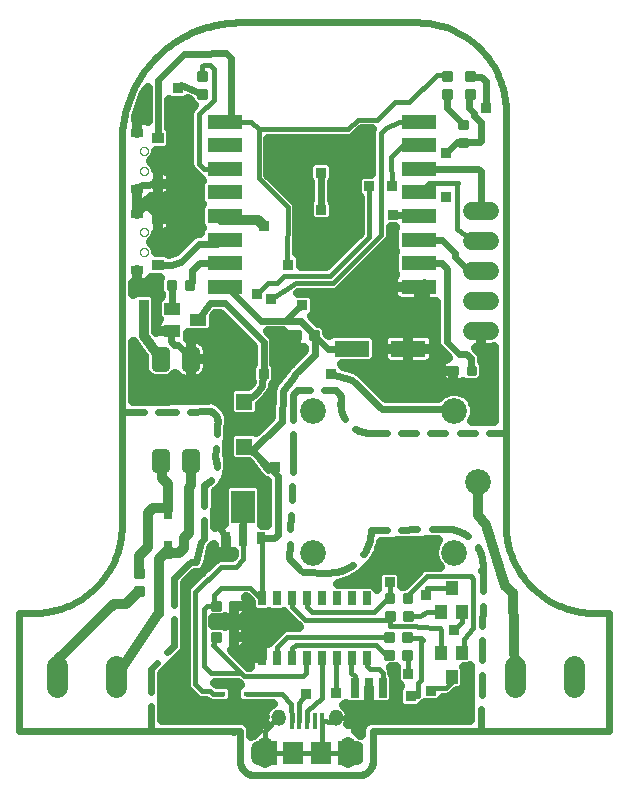
<source format=gtl>
G75*
%MOIN*%
%OFA0B0*%
%FSLAX25Y25*%
%IPPOS*%
%LPD*%
%AMOC8*
5,1,8,0,0,1.08239X$1,22.5*
%
%ADD10C,0.02400*%
%ADD11R,0.11811X0.04724*%
%ADD12R,0.11811X0.05512*%
%ADD13R,0.02756X0.04331*%
%ADD14R,0.07874X0.11024*%
%ADD15R,0.02800X0.07175*%
%ADD16C,0.07050*%
%ADD17C,0.08600*%
%ADD18R,0.05512X0.03937*%
%ADD19R,0.05512X0.05512*%
%ADD20C,0.03091*%
%ADD21C,0.00875*%
%ADD22R,0.04331X0.03150*%
%ADD23R,0.03937X0.03756*%
%ADD24C,0.00000*%
%ADD25R,0.02500X0.05000*%
%ADD26R,0.04000X0.04500*%
%ADD27R,0.02756X0.06693*%
%ADD28C,0.06000*%
%ADD29C,0.00000*%
%ADD30C,0.00001*%
%ADD31R,0.01575X0.05315*%
%ADD32R,0.07087X0.07480*%
%ADD33C,0.04559*%
%ADD34C,0.05248*%
%ADD35R,0.02362X0.01772*%
%ADD36R,0.03150X0.06299*%
%ADD37C,0.01600*%
%ADD38R,0.03562X0.03562*%
%ADD39C,0.03200*%
D10*
X0372094Y0046210D02*
X0372094Y0085580D01*
X0372127Y0085721D02*
X0376606Y0085721D01*
X0376626Y0085719D01*
X0376646Y0085715D01*
X0376665Y0085707D01*
X0376682Y0085696D01*
X0376697Y0085683D01*
X0376710Y0085668D01*
X0376721Y0085651D01*
X0376729Y0085632D01*
X0376733Y0085612D01*
X0376735Y0085592D01*
X0416134Y0066838D02*
X0416134Y0059313D01*
X0416134Y0054513D02*
X0416134Y0046988D01*
X0416363Y0046759D01*
X0443519Y0046053D02*
X0443551Y0046051D01*
X0443583Y0046046D01*
X0443613Y0046037D01*
X0443643Y0046025D01*
X0443671Y0046009D01*
X0443697Y0045991D01*
X0443721Y0045969D01*
X0443743Y0045945D01*
X0443761Y0045919D01*
X0443777Y0045891D01*
X0443789Y0045861D01*
X0443798Y0045831D01*
X0443803Y0045799D01*
X0443805Y0045767D01*
X0445913Y0046210D02*
X0372094Y0046210D01*
X0416134Y0066838D02*
X0418337Y0069040D01*
X0421731Y0072434D02*
X0423933Y0074637D01*
X0423933Y0083482D01*
X0423933Y0088282D02*
X0423933Y0097128D01*
X0429441Y0102635D01*
X0431389Y0102635D01*
X0432869Y0109076D01*
X0433797Y0110093D01*
X0433881Y0116528D01*
X0433943Y0121328D02*
X0434027Y0127763D01*
X0438819Y0126078D02*
X0442161Y0133513D01*
X0442222Y0148718D01*
X0446003Y0150122D01*
X0454884Y0150318D01*
X0455513Y0151848D01*
X0456518Y0159389D01*
X0458078Y0163354D01*
X0459806Y0171878D01*
X0459806Y0173225D01*
X0464710Y0178129D01*
X0466377Y0183070D02*
X0461027Y0183038D01*
X0465393Y0187405D01*
X0466633Y0188087D01*
X0466377Y0183070D02*
X0470710Y0178129D01*
X0475127Y0173712D01*
X0483121Y0173712D01*
X0470822Y0171592D02*
X0470822Y0178018D01*
X0470710Y0178129D01*
X0470822Y0171592D02*
X0464661Y0165431D01*
X0463471Y0164024D01*
X0460094Y0159434D01*
X0459830Y0149322D01*
X0449735Y0139582D01*
X0447304Y0141070D01*
X0451271Y0138687D01*
X0455333Y0133153D01*
X0457623Y0134123D01*
X0458588Y0131369D02*
X0451271Y0138687D01*
X0458588Y0131369D02*
X0458588Y0111705D01*
X0457312Y0110429D01*
X0452939Y0110429D01*
X0446994Y0111669D02*
X0447021Y0117902D01*
X0447033Y0120862D01*
X0438819Y0126078D02*
X0438862Y0114608D01*
X0441128Y0110429D01*
X0462492Y0108714D02*
X0462290Y0103898D01*
X0465815Y0100039D01*
X0466899Y0099291D02*
X0475731Y0099056D01*
X0487030Y0105077D02*
X0487220Y0105360D01*
X0487402Y0105647D01*
X0487577Y0105939D01*
X0487745Y0106235D01*
X0487906Y0106535D01*
X0488059Y0106839D01*
X0488205Y0107146D01*
X0488343Y0107457D01*
X0488473Y0107771D01*
X0488596Y0108089D01*
X0488711Y0108409D01*
X0488818Y0108732D01*
X0488918Y0109057D01*
X0489009Y0109385D01*
X0489092Y0109715D01*
X0489167Y0110047D01*
X0489234Y0110381D01*
X0489292Y0110716D01*
X0489343Y0111052D01*
X0489385Y0111390D01*
X0489419Y0111729D01*
X0489444Y0112068D01*
X0489462Y0112408D01*
X0489471Y0112748D01*
X0489471Y0113088D01*
X0494833Y0113205D01*
X0499632Y0113309D02*
X0504994Y0113426D01*
X0509793Y0113530D02*
X0515155Y0113647D01*
X0534496Y0115107D02*
X0534496Y0252903D01*
X0527806Y0254060D02*
X0527806Y0262771D01*
X0526395Y0264182D01*
X0522601Y0264714D01*
X0522601Y0258714D02*
X0522370Y0258483D01*
X0522370Y0253823D01*
X0523981Y0252213D01*
X0523981Y0251362D01*
X0526195Y0249148D01*
X0526195Y0242849D01*
X0525765Y0242419D01*
X0520388Y0242419D01*
X0518164Y0242419D01*
X0514663Y0238918D01*
X0505461Y0233658D02*
X0525369Y0233658D01*
X0526078Y0232949D01*
X0526078Y0219380D01*
X0526093Y0219449D01*
X0515024Y0224107D02*
X0514544Y0224095D01*
X0509369Y0217910D02*
X0505461Y0217910D01*
X0505099Y0218273D01*
X0496999Y0218273D01*
X0505232Y0218140D02*
X0505461Y0217910D01*
X0505558Y0218006D01*
X0505488Y0210063D02*
X0505461Y0210036D01*
X0505488Y0210063D02*
X0513200Y0210063D01*
X0517628Y0205634D01*
X0517628Y0204336D01*
X0522999Y0198965D01*
X0526093Y0199449D01*
X0514945Y0200373D02*
X0514945Y0175962D01*
X0518841Y0172065D01*
X0521346Y0172065D01*
X0522924Y0170488D01*
X0522924Y0166551D01*
X0523073Y0166401D01*
X0518758Y0153493D02*
X0493157Y0153493D01*
X0483315Y0163336D01*
X0476257Y0165333D01*
X0477213Y0160067D02*
X0473904Y0160044D01*
X0477213Y0160067D02*
X0477323Y0160025D01*
X0477432Y0159980D01*
X0477539Y0159931D01*
X0477644Y0159879D01*
X0477748Y0159823D01*
X0477850Y0159764D01*
X0477950Y0159701D01*
X0478047Y0159636D01*
X0478143Y0159567D01*
X0478236Y0159495D01*
X0478327Y0159420D01*
X0478415Y0159342D01*
X0478501Y0159262D01*
X0478584Y0159178D01*
X0478665Y0159092D01*
X0478742Y0159003D01*
X0478816Y0158912D01*
X0478888Y0158819D01*
X0478956Y0158723D01*
X0479021Y0158625D01*
X0479083Y0158525D01*
X0479142Y0158422D01*
X0479197Y0158319D01*
X0479249Y0158213D01*
X0479297Y0158105D01*
X0479342Y0157997D01*
X0479383Y0157886D01*
X0479421Y0157775D01*
X0479455Y0157662D01*
X0479485Y0157548D01*
X0479512Y0157433D01*
X0479534Y0157318D01*
X0479553Y0157202D01*
X0479568Y0157085D01*
X0479580Y0156968D01*
X0479587Y0156850D01*
X0479591Y0156733D01*
X0479590Y0156615D01*
X0479586Y0156497D01*
X0479578Y0156380D01*
X0479566Y0156262D01*
X0479551Y0156146D01*
X0479531Y0156030D01*
X0479508Y0155914D01*
X0479481Y0155800D01*
X0479450Y0155686D01*
X0479416Y0155573D01*
X0479378Y0155462D01*
X0479377Y0155462D02*
X0479380Y0155230D01*
X0479388Y0154999D01*
X0479402Y0154767D01*
X0479421Y0154536D01*
X0479445Y0154306D01*
X0479475Y0154076D01*
X0479510Y0153847D01*
X0479551Y0153619D01*
X0479597Y0153392D01*
X0479649Y0153166D01*
X0479705Y0152941D01*
X0479767Y0152718D01*
X0479835Y0152496D01*
X0479907Y0152276D01*
X0479985Y0152057D01*
X0480067Y0151841D01*
X0480155Y0151626D01*
X0480248Y0151414D01*
X0480346Y0151204D01*
X0480448Y0150996D01*
X0480556Y0150791D01*
X0480668Y0150588D01*
X0480785Y0150388D01*
X0484146Y0147027D02*
X0484346Y0146910D01*
X0484549Y0146798D01*
X0484754Y0146690D01*
X0484962Y0146588D01*
X0485172Y0146490D01*
X0485384Y0146397D01*
X0485599Y0146309D01*
X0485815Y0146227D01*
X0486034Y0146149D01*
X0486254Y0146077D01*
X0486476Y0146009D01*
X0486699Y0145947D01*
X0486924Y0145891D01*
X0487150Y0145839D01*
X0487377Y0145793D01*
X0487605Y0145752D01*
X0487834Y0145717D01*
X0488064Y0145687D01*
X0488294Y0145663D01*
X0488525Y0145644D01*
X0488757Y0145630D01*
X0488988Y0145622D01*
X0489220Y0145619D01*
X0489782Y0145673D02*
X0494773Y0145673D01*
X0499573Y0145673D02*
X0504565Y0145673D01*
X0509365Y0145673D02*
X0514356Y0145673D01*
X0519156Y0145673D02*
X0524147Y0145673D01*
X0528947Y0145673D02*
X0533938Y0145673D01*
X0518758Y0153493D02*
X0517405Y0152960D01*
X0469104Y0160011D02*
X0465795Y0159988D01*
X0465794Y0159989D02*
X0465700Y0159979D01*
X0465605Y0159965D01*
X0465511Y0159948D01*
X0465418Y0159927D01*
X0465326Y0159902D01*
X0465235Y0159873D01*
X0465145Y0159841D01*
X0465057Y0159805D01*
X0464970Y0159766D01*
X0464884Y0159723D01*
X0464801Y0159677D01*
X0464719Y0159627D01*
X0464640Y0159574D01*
X0464563Y0159518D01*
X0464488Y0159459D01*
X0464415Y0159397D01*
X0464345Y0159332D01*
X0464278Y0159265D01*
X0464213Y0159194D01*
X0464151Y0159121D01*
X0464093Y0159046D01*
X0464037Y0158968D01*
X0463985Y0158889D01*
X0463936Y0158807D01*
X0463890Y0158723D01*
X0463847Y0158638D01*
X0463808Y0158551D01*
X0463773Y0158462D01*
X0463741Y0158372D01*
X0463713Y0158281D01*
X0463688Y0158189D01*
X0463668Y0158095D01*
X0463651Y0158001D01*
X0463638Y0157907D01*
X0463628Y0157812D01*
X0463623Y0157717D01*
X0463621Y0157621D01*
X0463623Y0157526D01*
X0463629Y0157430D01*
X0463630Y0157430D02*
X0463630Y0149988D01*
X0463630Y0145188D02*
X0463630Y0137745D01*
X0463700Y0137552D02*
X0463498Y0132735D01*
X0463297Y0127940D02*
X0463096Y0123123D01*
X0462895Y0118327D02*
X0462693Y0113510D01*
X0475731Y0099056D02*
X0476071Y0099064D01*
X0476411Y0099080D01*
X0476751Y0099104D01*
X0477089Y0099137D01*
X0477427Y0099178D01*
X0477764Y0099227D01*
X0478099Y0099284D01*
X0478433Y0099350D01*
X0478765Y0099424D01*
X0479095Y0099506D01*
X0479423Y0099596D01*
X0479749Y0099694D01*
X0480073Y0099800D01*
X0480393Y0099914D01*
X0480711Y0100036D01*
X0481026Y0100165D01*
X0481337Y0100302D01*
X0481645Y0100447D01*
X0481949Y0100599D01*
X0482250Y0100759D01*
X0482546Y0100926D01*
X0482839Y0101100D01*
X0483127Y0101281D01*
X0483410Y0101470D01*
X0483689Y0101665D01*
X0525096Y0107555D02*
X0525242Y0107300D01*
X0525382Y0107042D01*
X0525515Y0106780D01*
X0525643Y0106516D01*
X0525764Y0106249D01*
X0525878Y0105978D01*
X0525986Y0105705D01*
X0526088Y0105430D01*
X0526183Y0105153D01*
X0526272Y0104873D01*
X0526354Y0104591D01*
X0526429Y0104307D01*
X0526498Y0104022D01*
X0526560Y0103735D01*
X0526614Y0103446D01*
X0526663Y0103157D01*
X0526704Y0102866D01*
X0526738Y0102575D01*
X0526766Y0102283D01*
X0526786Y0101990D01*
X0526800Y0101697D01*
X0526806Y0101403D01*
X0526806Y0101110D01*
X0526799Y0100816D01*
X0526784Y0100523D01*
X0526253Y0099787D02*
X0526267Y0099745D01*
X0526284Y0099704D01*
X0526304Y0099665D01*
X0526328Y0099628D01*
X0526355Y0099593D01*
X0526384Y0099560D01*
X0526417Y0099530D01*
X0526452Y0099503D01*
X0526489Y0099480D01*
X0526528Y0099459D01*
X0526569Y0099442D01*
X0526611Y0099429D01*
X0526654Y0099420D01*
X0526698Y0099414D01*
X0526742Y0099412D01*
X0526786Y0099414D01*
X0526830Y0099420D01*
X0526873Y0099429D01*
X0526873Y0099430D02*
X0526800Y0092760D01*
X0526748Y0087961D02*
X0526675Y0081291D01*
X0526623Y0076492D02*
X0526550Y0069822D01*
X0526498Y0065022D02*
X0526425Y0058353D01*
X0526373Y0053553D02*
X0526300Y0046884D01*
X0490205Y0046210D02*
X0490205Y0036367D01*
X0490204Y0036367D02*
X0490202Y0036229D01*
X0490196Y0036091D01*
X0490187Y0035953D01*
X0490173Y0035816D01*
X0490156Y0035679D01*
X0490134Y0035543D01*
X0490109Y0035407D01*
X0490081Y0035272D01*
X0490048Y0035138D01*
X0490012Y0035005D01*
X0489972Y0034873D01*
X0489928Y0034742D01*
X0489880Y0034612D01*
X0489829Y0034484D01*
X0489775Y0034357D01*
X0489717Y0034232D01*
X0489655Y0034108D01*
X0489590Y0033987D01*
X0489522Y0033867D01*
X0489450Y0033749D01*
X0489375Y0033633D01*
X0489296Y0033519D01*
X0489215Y0033408D01*
X0489130Y0033299D01*
X0489043Y0033192D01*
X0488952Y0033088D01*
X0488859Y0032986D01*
X0488763Y0032887D01*
X0488664Y0032791D01*
X0488562Y0032698D01*
X0488458Y0032607D01*
X0488351Y0032520D01*
X0488242Y0032435D01*
X0488131Y0032354D01*
X0488017Y0032275D01*
X0487901Y0032200D01*
X0487783Y0032128D01*
X0487663Y0032060D01*
X0487542Y0031995D01*
X0487418Y0031933D01*
X0487293Y0031875D01*
X0487166Y0031821D01*
X0487038Y0031770D01*
X0486908Y0031722D01*
X0486777Y0031678D01*
X0486645Y0031638D01*
X0486512Y0031602D01*
X0486378Y0031569D01*
X0486243Y0031541D01*
X0486107Y0031516D01*
X0485971Y0031494D01*
X0485834Y0031477D01*
X0485697Y0031463D01*
X0485559Y0031454D01*
X0485421Y0031448D01*
X0485283Y0031446D01*
X0450835Y0031446D01*
X0450697Y0031448D01*
X0450559Y0031454D01*
X0450421Y0031463D01*
X0450284Y0031477D01*
X0450147Y0031494D01*
X0450011Y0031516D01*
X0449875Y0031541D01*
X0449740Y0031569D01*
X0449606Y0031602D01*
X0449473Y0031638D01*
X0449341Y0031678D01*
X0449210Y0031722D01*
X0449080Y0031770D01*
X0448952Y0031821D01*
X0448825Y0031875D01*
X0448700Y0031933D01*
X0448576Y0031995D01*
X0448455Y0032060D01*
X0448335Y0032128D01*
X0448217Y0032200D01*
X0448101Y0032275D01*
X0447987Y0032354D01*
X0447876Y0032435D01*
X0447767Y0032520D01*
X0447660Y0032607D01*
X0447556Y0032698D01*
X0447454Y0032791D01*
X0447355Y0032887D01*
X0447259Y0032986D01*
X0447166Y0033088D01*
X0447075Y0033192D01*
X0446988Y0033299D01*
X0446903Y0033408D01*
X0446822Y0033519D01*
X0446743Y0033633D01*
X0446668Y0033749D01*
X0446596Y0033867D01*
X0446528Y0033987D01*
X0446463Y0034108D01*
X0446401Y0034232D01*
X0446343Y0034357D01*
X0446289Y0034484D01*
X0446238Y0034612D01*
X0446190Y0034742D01*
X0446146Y0034873D01*
X0446106Y0035005D01*
X0446070Y0035138D01*
X0446037Y0035272D01*
X0446009Y0035407D01*
X0445984Y0035543D01*
X0445962Y0035679D01*
X0445945Y0035816D01*
X0445931Y0035953D01*
X0445922Y0036091D01*
X0445916Y0036229D01*
X0445914Y0036367D01*
X0445913Y0036367D02*
X0445913Y0046210D01*
X0490205Y0046210D02*
X0568945Y0046210D01*
X0568945Y0085580D01*
X0568819Y0085696D02*
X0563694Y0085696D01*
X0563679Y0085695D01*
X0563664Y0085690D01*
X0563651Y0085683D01*
X0563639Y0085673D01*
X0563629Y0085661D01*
X0563622Y0085648D01*
X0563617Y0085633D01*
X0563616Y0085618D01*
X0521933Y0111125D02*
X0521697Y0111300D01*
X0521458Y0111470D01*
X0521214Y0111634D01*
X0520967Y0111792D01*
X0520716Y0111944D01*
X0520462Y0112091D01*
X0520204Y0112231D01*
X0519943Y0112365D01*
X0519679Y0112493D01*
X0519412Y0112615D01*
X0519142Y0112730D01*
X0518869Y0112839D01*
X0518594Y0112941D01*
X0518317Y0113037D01*
X0518037Y0113126D01*
X0517755Y0113209D01*
X0517472Y0113285D01*
X0517186Y0113354D01*
X0516900Y0113416D01*
X0516611Y0113472D01*
X0516322Y0113520D01*
X0516031Y0113562D01*
X0515740Y0113597D01*
X0515448Y0113625D01*
X0515155Y0113646D01*
X0534496Y0115107D02*
X0534505Y0114393D01*
X0534530Y0113680D01*
X0534574Y0112968D01*
X0534634Y0112257D01*
X0534711Y0111548D01*
X0534806Y0110841D01*
X0534917Y0110136D01*
X0535046Y0109434D01*
X0535192Y0108735D01*
X0535354Y0108040D01*
X0535533Y0107350D01*
X0535729Y0106664D01*
X0535941Y0105982D01*
X0536170Y0105306D01*
X0536415Y0104636D01*
X0536676Y0103972D01*
X0536953Y0103315D01*
X0537246Y0102664D01*
X0537554Y0102020D01*
X0537878Y0101385D01*
X0538217Y0100757D01*
X0538572Y0100137D01*
X0538941Y0099527D01*
X0539325Y0098925D01*
X0539723Y0098333D01*
X0540135Y0097751D01*
X0540562Y0097179D01*
X0541002Y0096617D01*
X0541455Y0096066D01*
X0541922Y0095526D01*
X0542402Y0094998D01*
X0542894Y0094481D01*
X0543398Y0093977D01*
X0543915Y0093485D01*
X0544443Y0093005D01*
X0544983Y0092538D01*
X0545534Y0092085D01*
X0546096Y0091645D01*
X0546668Y0091218D01*
X0547250Y0090806D01*
X0547842Y0090408D01*
X0548444Y0090024D01*
X0549054Y0089655D01*
X0549674Y0089300D01*
X0550302Y0088961D01*
X0550937Y0088637D01*
X0551581Y0088329D01*
X0552232Y0088036D01*
X0552889Y0087759D01*
X0553553Y0087498D01*
X0554223Y0087253D01*
X0554899Y0087024D01*
X0555581Y0086812D01*
X0556267Y0086616D01*
X0556957Y0086437D01*
X0557652Y0086275D01*
X0558351Y0086129D01*
X0559053Y0086000D01*
X0559758Y0085889D01*
X0560465Y0085794D01*
X0561174Y0085717D01*
X0561885Y0085657D01*
X0562597Y0085613D01*
X0563310Y0085588D01*
X0564024Y0085579D01*
X0437590Y0137435D02*
X0437780Y0140416D01*
X0438087Y0145206D02*
X0438277Y0148187D01*
X0438313Y0148301D01*
X0438346Y0148416D01*
X0438375Y0148532D01*
X0438400Y0148649D01*
X0438422Y0148766D01*
X0438440Y0148884D01*
X0438454Y0149003D01*
X0438464Y0149122D01*
X0438470Y0149242D01*
X0438473Y0149362D01*
X0438472Y0149481D01*
X0438467Y0149601D01*
X0438458Y0149720D01*
X0438445Y0149839D01*
X0438428Y0149957D01*
X0438408Y0150075D01*
X0438384Y0150192D01*
X0438356Y0150309D01*
X0438324Y0150424D01*
X0438289Y0150539D01*
X0438250Y0150652D01*
X0438208Y0150763D01*
X0438161Y0150874D01*
X0438112Y0150983D01*
X0438059Y0151090D01*
X0438002Y0151195D01*
X0437942Y0151299D01*
X0437879Y0151401D01*
X0437813Y0151500D01*
X0437743Y0151598D01*
X0437671Y0151693D01*
X0437595Y0151785D01*
X0437517Y0151876D01*
X0437435Y0151963D01*
X0437351Y0152048D01*
X0437264Y0152131D01*
X0437175Y0152210D01*
X0437083Y0152287D01*
X0436989Y0152360D01*
X0436892Y0152431D01*
X0436793Y0152498D01*
X0436692Y0152562D01*
X0436589Y0152623D01*
X0436484Y0152681D01*
X0436378Y0152735D01*
X0436269Y0152786D01*
X0436159Y0152833D01*
X0436048Y0152877D01*
X0435935Y0152917D01*
X0435076Y0152763D02*
X0429231Y0152718D01*
X0424432Y0152682D02*
X0418587Y0152637D01*
X0413787Y0152601D02*
X0407943Y0152556D01*
X0433788Y0128158D02*
X0433941Y0128224D01*
X0434093Y0128294D01*
X0434242Y0128367D01*
X0434390Y0128444D01*
X0434536Y0128525D01*
X0434681Y0128608D01*
X0434823Y0128695D01*
X0434963Y0128786D01*
X0435101Y0128879D01*
X0435237Y0128976D01*
X0435370Y0129076D01*
X0435501Y0129179D01*
X0435629Y0129286D01*
X0435755Y0129395D01*
X0435879Y0129507D01*
X0436000Y0129622D01*
X0436117Y0129740D01*
X0436233Y0129860D01*
X0436345Y0129983D01*
X0438131Y0134341D02*
X0438137Y0134507D01*
X0438140Y0134674D01*
X0438139Y0134841D01*
X0438133Y0135007D01*
X0438124Y0135174D01*
X0438111Y0135340D01*
X0438094Y0135506D01*
X0438073Y0135671D01*
X0438048Y0135836D01*
X0438019Y0136000D01*
X0437987Y0136164D01*
X0437950Y0136327D01*
X0437910Y0136488D01*
X0437866Y0136649D01*
X0437818Y0136809D01*
X0437767Y0136967D01*
X0437711Y0137125D01*
X0437652Y0137281D01*
X0437590Y0137435D01*
X0447304Y0156030D02*
X0451208Y0158742D01*
X0453397Y0161356D01*
X0453659Y0165175D01*
X0453787Y0165304D01*
X0453787Y0175889D01*
X0440885Y0188791D01*
X0435823Y0188791D01*
X0432036Y0183321D01*
X0423375Y0187061D02*
X0423081Y0187354D01*
X0423081Y0194918D01*
X0429081Y0194918D02*
X0430075Y0195912D01*
X0430075Y0199747D01*
X0432490Y0202162D01*
X0440895Y0202162D01*
X0438383Y0208611D02*
X0432134Y0208611D01*
X0426228Y0202706D01*
X0422846Y0201544D01*
X0418431Y0201591D01*
X0438383Y0208611D02*
X0440895Y0210036D01*
X0423552Y0221527D02*
X0418431Y0216832D01*
X0418449Y0217539D01*
X0415081Y0220908D01*
X0414004Y0220908D01*
X0411739Y0218660D01*
X0411739Y0226821D02*
X0413117Y0228199D01*
X0418431Y0228649D01*
X0423316Y0221762D02*
X0423316Y0221423D01*
X0423090Y0221197D01*
X0423599Y0221197D01*
X0423552Y0221527D02*
X0423316Y0221762D01*
X0418431Y0243891D02*
X0418734Y0244643D01*
X0418734Y0263274D01*
X0427373Y0271913D01*
X0431190Y0271913D01*
X0441286Y0272097D01*
X0442959Y0270424D01*
X0442959Y0249645D01*
X0443198Y0249406D01*
X0445913Y0282430D02*
X0444962Y0282419D01*
X0444011Y0282384D01*
X0443061Y0282327D01*
X0442113Y0282246D01*
X0441167Y0282143D01*
X0440224Y0282017D01*
X0439285Y0281868D01*
X0438349Y0281697D01*
X0437418Y0281502D01*
X0436491Y0281286D01*
X0435570Y0281047D01*
X0434655Y0280786D01*
X0433747Y0280503D01*
X0432846Y0280198D01*
X0431952Y0279872D01*
X0431067Y0279523D01*
X0430190Y0279154D01*
X0429322Y0278764D01*
X0428465Y0278352D01*
X0427617Y0277920D01*
X0426780Y0277468D01*
X0425954Y0276996D01*
X0425140Y0276504D01*
X0424338Y0275992D01*
X0423548Y0275461D01*
X0422772Y0274911D01*
X0422009Y0274343D01*
X0421260Y0273756D01*
X0420526Y0273151D01*
X0419806Y0272529D01*
X0419101Y0271889D01*
X0418413Y0271233D01*
X0417740Y0270560D01*
X0417084Y0269872D01*
X0416444Y0269167D01*
X0415822Y0268447D01*
X0415217Y0267713D01*
X0414630Y0266964D01*
X0414062Y0266201D01*
X0413512Y0265425D01*
X0412981Y0264635D01*
X0412469Y0263833D01*
X0411977Y0263019D01*
X0411505Y0262193D01*
X0411053Y0261356D01*
X0410621Y0260508D01*
X0410209Y0259651D01*
X0409819Y0258783D01*
X0409450Y0257906D01*
X0409101Y0257021D01*
X0408775Y0256127D01*
X0408470Y0255226D01*
X0408187Y0254318D01*
X0407926Y0253403D01*
X0407687Y0252482D01*
X0407471Y0251555D01*
X0407276Y0250624D01*
X0407105Y0249688D01*
X0406956Y0248749D01*
X0406830Y0247806D01*
X0406727Y0246860D01*
X0406646Y0245912D01*
X0406589Y0244962D01*
X0406554Y0244011D01*
X0406543Y0243060D01*
X0406543Y0115107D01*
X0406544Y0115107D02*
X0406535Y0114393D01*
X0406510Y0113680D01*
X0406466Y0112968D01*
X0406406Y0112257D01*
X0406329Y0111548D01*
X0406234Y0110841D01*
X0406123Y0110136D01*
X0405994Y0109434D01*
X0405848Y0108735D01*
X0405686Y0108040D01*
X0405507Y0107350D01*
X0405311Y0106664D01*
X0405099Y0105982D01*
X0404870Y0105306D01*
X0404625Y0104636D01*
X0404364Y0103972D01*
X0404087Y0103315D01*
X0403794Y0102664D01*
X0403486Y0102020D01*
X0403162Y0101385D01*
X0402823Y0100757D01*
X0402468Y0100137D01*
X0402099Y0099527D01*
X0401715Y0098925D01*
X0401317Y0098333D01*
X0400905Y0097751D01*
X0400478Y0097179D01*
X0400038Y0096617D01*
X0399585Y0096066D01*
X0399118Y0095526D01*
X0398638Y0094998D01*
X0398146Y0094481D01*
X0397642Y0093977D01*
X0397125Y0093485D01*
X0396597Y0093005D01*
X0396057Y0092538D01*
X0395506Y0092085D01*
X0394944Y0091645D01*
X0394372Y0091218D01*
X0393790Y0090806D01*
X0393198Y0090408D01*
X0392596Y0090024D01*
X0391986Y0089655D01*
X0391366Y0089300D01*
X0390738Y0088961D01*
X0390103Y0088637D01*
X0389459Y0088329D01*
X0388808Y0088036D01*
X0388151Y0087759D01*
X0387487Y0087498D01*
X0386817Y0087253D01*
X0386141Y0087024D01*
X0385459Y0086812D01*
X0384773Y0086616D01*
X0384083Y0086437D01*
X0383388Y0086275D01*
X0382689Y0086129D01*
X0381987Y0086000D01*
X0381282Y0085889D01*
X0380575Y0085794D01*
X0379866Y0085717D01*
X0379155Y0085657D01*
X0378443Y0085613D01*
X0377730Y0085588D01*
X0377016Y0085579D01*
X0429437Y0170175D02*
X0429437Y0170537D01*
X0425175Y0174799D01*
X0425175Y0174911D01*
X0423969Y0174911D01*
X0422758Y0176123D01*
X0422758Y0178963D01*
X0423375Y0179580D01*
X0421664Y0179580D01*
X0441676Y0194288D02*
X0452926Y0183038D01*
X0461027Y0183038D01*
X0441676Y0194288D02*
X0440895Y0194288D01*
X0472936Y0219973D02*
X0472917Y0220327D01*
X0472917Y0232299D01*
X0505461Y0249406D02*
X0506207Y0249406D01*
X0534497Y0252903D02*
X0534488Y0253617D01*
X0534463Y0254330D01*
X0534419Y0255042D01*
X0534359Y0255753D01*
X0534282Y0256462D01*
X0534187Y0257169D01*
X0534076Y0257874D01*
X0533947Y0258576D01*
X0533801Y0259275D01*
X0533639Y0259970D01*
X0533460Y0260660D01*
X0533264Y0261346D01*
X0533052Y0262028D01*
X0532823Y0262704D01*
X0532578Y0263374D01*
X0532317Y0264038D01*
X0532040Y0264695D01*
X0531747Y0265346D01*
X0531439Y0265990D01*
X0531115Y0266625D01*
X0530776Y0267253D01*
X0530421Y0267873D01*
X0530052Y0268483D01*
X0529668Y0269085D01*
X0529270Y0269677D01*
X0528858Y0270259D01*
X0528431Y0270831D01*
X0527991Y0271393D01*
X0527538Y0271944D01*
X0527071Y0272484D01*
X0526591Y0273012D01*
X0526099Y0273529D01*
X0525595Y0274033D01*
X0525078Y0274525D01*
X0524550Y0275005D01*
X0524010Y0275472D01*
X0523459Y0275925D01*
X0522897Y0276365D01*
X0522325Y0276792D01*
X0521743Y0277204D01*
X0521151Y0277602D01*
X0520549Y0277986D01*
X0519939Y0278355D01*
X0519319Y0278710D01*
X0518691Y0279049D01*
X0518056Y0279373D01*
X0517412Y0279681D01*
X0516761Y0279974D01*
X0516104Y0280251D01*
X0515440Y0280512D01*
X0514770Y0280757D01*
X0514094Y0280986D01*
X0513412Y0281198D01*
X0512726Y0281394D01*
X0512036Y0281573D01*
X0511341Y0281735D01*
X0510642Y0281881D01*
X0509940Y0282010D01*
X0509235Y0282121D01*
X0508528Y0282216D01*
X0507819Y0282293D01*
X0507108Y0282353D01*
X0506396Y0282397D01*
X0505683Y0282422D01*
X0504969Y0282431D01*
X0504969Y0282430D02*
X0445913Y0282430D01*
X0433316Y0258714D02*
X0426262Y0261607D01*
X0425202Y0260546D01*
X0515024Y0258714D02*
X0515024Y0253782D01*
X0520388Y0248419D01*
X0513155Y0202162D02*
X0505461Y0202162D01*
X0513155Y0202162D02*
X0514945Y0200373D01*
X0507087Y0195914D02*
X0505461Y0194288D01*
X0508014Y0191736D01*
D11*
X0505461Y0194288D03*
X0505461Y0202162D03*
X0505461Y0210036D03*
X0505461Y0217910D03*
X0505461Y0225784D03*
X0505461Y0233658D03*
X0505461Y0241532D03*
X0505461Y0249406D03*
X0440895Y0249406D03*
X0440895Y0241532D03*
X0440895Y0233658D03*
X0440895Y0225784D03*
X0440895Y0217910D03*
X0440895Y0210036D03*
X0440895Y0202162D03*
X0440895Y0194288D03*
D12*
X0483121Y0173712D03*
X0502019Y0173712D03*
D13*
X0452939Y0110429D03*
X0441128Y0110429D03*
D14*
X0447033Y0120862D03*
D15*
X0446994Y0111669D03*
D16*
X0404695Y0067793D02*
X0404695Y0060743D01*
X0385010Y0060743D02*
X0385010Y0067793D01*
X0537634Y0067920D02*
X0537634Y0060870D01*
X0557319Y0060870D02*
X0557319Y0067920D01*
D17*
X0517405Y0105716D03*
X0525279Y0129338D03*
X0517405Y0152960D03*
X0470161Y0152960D03*
X0470161Y0105716D03*
D18*
X0423375Y0179580D03*
X0432036Y0183321D03*
X0423375Y0187061D03*
D19*
X0447304Y0156030D03*
X0447304Y0141070D03*
D20*
X0430982Y0139043D02*
X0430982Y0133747D01*
X0427892Y0133747D01*
X0427892Y0139043D01*
X0430982Y0139043D01*
X0430982Y0136837D02*
X0427892Y0136837D01*
X0420982Y0139043D02*
X0420982Y0133747D01*
X0417892Y0133747D01*
X0417892Y0139043D01*
X0420982Y0139043D01*
X0420982Y0136837D02*
X0417892Y0136837D01*
X0420982Y0167527D02*
X0420982Y0172823D01*
X0420982Y0167527D02*
X0417892Y0167527D01*
X0417892Y0172823D01*
X0420982Y0172823D01*
X0420982Y0170617D02*
X0417892Y0170617D01*
X0430982Y0172823D02*
X0430982Y0167527D01*
X0427892Y0167527D01*
X0427892Y0172823D01*
X0430982Y0172823D01*
X0430982Y0170617D02*
X0427892Y0170617D01*
D21*
X0463397Y0176816D02*
X0466023Y0176816D01*
X0463397Y0176816D02*
X0463397Y0179442D01*
X0466023Y0179442D01*
X0466023Y0176816D01*
X0466023Y0177690D02*
X0463397Y0177690D01*
X0463397Y0178564D02*
X0466023Y0178564D01*
X0466023Y0179438D02*
X0463397Y0179438D01*
X0469397Y0176816D02*
X0472023Y0176816D01*
X0469397Y0176816D02*
X0469397Y0179442D01*
X0472023Y0179442D01*
X0472023Y0176816D01*
X0472023Y0177690D02*
X0469397Y0177690D01*
X0469397Y0178564D02*
X0472023Y0178564D01*
X0472023Y0179438D02*
X0469397Y0179438D01*
X0430394Y0193605D02*
X0427768Y0193605D01*
X0427768Y0196231D01*
X0430394Y0196231D01*
X0430394Y0193605D01*
X0430394Y0194479D02*
X0427768Y0194479D01*
X0427768Y0195353D02*
X0430394Y0195353D01*
X0430394Y0196227D02*
X0427768Y0196227D01*
X0424394Y0193605D02*
X0421768Y0193605D01*
X0421768Y0196231D01*
X0424394Y0196231D01*
X0424394Y0193605D01*
X0424394Y0194479D02*
X0421768Y0194479D01*
X0421768Y0195353D02*
X0424394Y0195353D01*
X0424394Y0196227D02*
X0421768Y0196227D01*
X0515760Y0165088D02*
X0518386Y0165088D01*
X0515760Y0165088D02*
X0515760Y0167714D01*
X0518386Y0167714D01*
X0518386Y0165088D01*
X0518386Y0165962D02*
X0515760Y0165962D01*
X0515760Y0166836D02*
X0518386Y0166836D01*
X0518386Y0167710D02*
X0515760Y0167710D01*
X0521760Y0165088D02*
X0524386Y0165088D01*
X0521760Y0165088D02*
X0521760Y0167714D01*
X0524386Y0167714D01*
X0524386Y0165088D01*
X0524386Y0165962D02*
X0521760Y0165962D01*
X0521760Y0166836D02*
X0524386Y0166836D01*
X0524386Y0167710D02*
X0521760Y0167710D01*
X0410934Y0100236D02*
X0410934Y0097610D01*
X0410934Y0100236D02*
X0413560Y0100236D01*
X0413560Y0097610D01*
X0410934Y0097610D01*
X0410934Y0098484D02*
X0413560Y0098484D01*
X0413560Y0099358D02*
X0410934Y0099358D01*
X0410934Y0100232D02*
X0413560Y0100232D01*
X0410934Y0094236D02*
X0410934Y0091610D01*
X0410934Y0094236D02*
X0413560Y0094236D01*
X0413560Y0091610D01*
X0410934Y0091610D01*
X0410934Y0092484D02*
X0413560Y0092484D01*
X0413560Y0093358D02*
X0410934Y0093358D01*
X0410934Y0094232D02*
X0413560Y0094232D01*
X0436599Y0086659D02*
X0439225Y0086659D01*
X0436599Y0086659D02*
X0436599Y0089285D01*
X0439225Y0089285D01*
X0439225Y0086659D01*
X0439225Y0087533D02*
X0436599Y0087533D01*
X0436599Y0088407D02*
X0439225Y0088407D01*
X0439225Y0089281D02*
X0436599Y0089281D01*
X0442599Y0086659D02*
X0445225Y0086659D01*
X0442599Y0086659D02*
X0442599Y0089285D01*
X0445225Y0089285D01*
X0445225Y0086659D01*
X0445225Y0087533D02*
X0442599Y0087533D01*
X0442599Y0088407D02*
X0445225Y0088407D01*
X0445225Y0089281D02*
X0442599Y0089281D01*
X0442599Y0076159D02*
X0445225Y0076159D01*
X0442599Y0076159D02*
X0442599Y0078785D01*
X0445225Y0078785D01*
X0445225Y0076159D01*
X0445225Y0077033D02*
X0442599Y0077033D01*
X0442599Y0077907D02*
X0445225Y0077907D01*
X0445225Y0078781D02*
X0442599Y0078781D01*
X0439225Y0076159D02*
X0436599Y0076159D01*
X0436599Y0078785D01*
X0439225Y0078785D01*
X0439225Y0076159D01*
X0439225Y0077033D02*
X0436599Y0077033D01*
X0436599Y0077907D02*
X0439225Y0077907D01*
X0439225Y0078781D02*
X0436599Y0078781D01*
X0494335Y0076227D02*
X0496961Y0076227D01*
X0494335Y0076227D02*
X0494335Y0078853D01*
X0496961Y0078853D01*
X0496961Y0076227D01*
X0496961Y0077101D02*
X0494335Y0077101D01*
X0494335Y0077975D02*
X0496961Y0077975D01*
X0496961Y0078849D02*
X0494335Y0078849D01*
X0494465Y0085791D02*
X0497091Y0085791D01*
X0497091Y0083165D01*
X0494465Y0083165D01*
X0494465Y0085791D01*
X0494465Y0084039D02*
X0497091Y0084039D01*
X0497091Y0084913D02*
X0494465Y0084913D01*
X0494465Y0085787D02*
X0497091Y0085787D01*
X0497059Y0091769D02*
X0494433Y0091769D01*
X0497059Y0091769D02*
X0497059Y0089143D01*
X0494433Y0089143D01*
X0494433Y0091769D01*
X0494433Y0090017D02*
X0497059Y0090017D01*
X0497059Y0090891D02*
X0494433Y0090891D01*
X0494433Y0091765D02*
X0497059Y0091765D01*
X0500433Y0091769D02*
X0503059Y0091769D01*
X0503059Y0089143D01*
X0500433Y0089143D01*
X0500433Y0091769D01*
X0500433Y0090017D02*
X0503059Y0090017D01*
X0503059Y0090891D02*
X0500433Y0090891D01*
X0500433Y0091765D02*
X0503059Y0091765D01*
X0503091Y0085791D02*
X0500465Y0085791D01*
X0503091Y0085791D02*
X0503091Y0083165D01*
X0500465Y0083165D01*
X0500465Y0085791D01*
X0500465Y0084039D02*
X0503091Y0084039D01*
X0503091Y0084913D02*
X0500465Y0084913D01*
X0500465Y0085787D02*
X0503091Y0085787D01*
X0502961Y0076227D02*
X0500335Y0076227D01*
X0500335Y0078853D01*
X0502961Y0078853D01*
X0502961Y0076227D01*
X0502961Y0077101D02*
X0500335Y0077101D01*
X0500335Y0077975D02*
X0502961Y0077975D01*
X0502961Y0078849D02*
X0500335Y0078849D01*
X0500335Y0070266D02*
X0502961Y0070266D01*
X0500335Y0070266D02*
X0500335Y0072892D01*
X0502961Y0072892D01*
X0502961Y0070266D01*
X0502961Y0071140D02*
X0500335Y0071140D01*
X0500335Y0072014D02*
X0502961Y0072014D01*
X0502961Y0072888D02*
X0500335Y0072888D01*
X0496961Y0070266D02*
X0494335Y0070266D01*
X0494335Y0072892D01*
X0496961Y0072892D01*
X0496961Y0070266D01*
X0496961Y0071140D02*
X0494335Y0071140D01*
X0494335Y0072014D02*
X0496961Y0072014D01*
X0496961Y0072888D02*
X0494335Y0072888D01*
X0519075Y0241106D02*
X0519075Y0243732D01*
X0521701Y0243732D01*
X0521701Y0241106D01*
X0519075Y0241106D01*
X0519075Y0241980D02*
X0521701Y0241980D01*
X0521701Y0242854D02*
X0519075Y0242854D01*
X0519075Y0243728D02*
X0521701Y0243728D01*
X0519075Y0247106D02*
X0519075Y0249732D01*
X0521701Y0249732D01*
X0521701Y0247106D01*
X0519075Y0247106D01*
X0519075Y0247980D02*
X0521701Y0247980D01*
X0521701Y0248854D02*
X0519075Y0248854D01*
X0519075Y0249728D02*
X0521701Y0249728D01*
X0523914Y0257401D02*
X0523914Y0260027D01*
X0523914Y0257401D02*
X0521288Y0257401D01*
X0521288Y0260027D01*
X0523914Y0260027D01*
X0523914Y0258275D02*
X0521288Y0258275D01*
X0521288Y0259149D02*
X0523914Y0259149D01*
X0523914Y0260023D02*
X0521288Y0260023D01*
X0523914Y0263401D02*
X0523914Y0266027D01*
X0523914Y0263401D02*
X0521288Y0263401D01*
X0521288Y0266027D01*
X0523914Y0266027D01*
X0523914Y0264275D02*
X0521288Y0264275D01*
X0521288Y0265149D02*
X0523914Y0265149D01*
X0523914Y0266023D02*
X0521288Y0266023D01*
X0516337Y0266027D02*
X0516337Y0263401D01*
X0513711Y0263401D01*
X0513711Y0266027D01*
X0516337Y0266027D01*
X0516337Y0264275D02*
X0513711Y0264275D01*
X0513711Y0265149D02*
X0516337Y0265149D01*
X0516337Y0266023D02*
X0513711Y0266023D01*
X0516337Y0260027D02*
X0516337Y0257401D01*
X0513711Y0257401D01*
X0513711Y0260027D01*
X0516337Y0260027D01*
X0516337Y0258275D02*
X0513711Y0258275D01*
X0513711Y0259149D02*
X0516337Y0259149D01*
X0516337Y0260023D02*
X0513711Y0260023D01*
X0434629Y0260027D02*
X0434629Y0257401D01*
X0432003Y0257401D01*
X0432003Y0260027D01*
X0434629Y0260027D01*
X0434629Y0258275D02*
X0432003Y0258275D01*
X0432003Y0259149D02*
X0434629Y0259149D01*
X0434629Y0260023D02*
X0432003Y0260023D01*
X0434629Y0263401D02*
X0434629Y0266027D01*
X0434629Y0263401D02*
X0432003Y0263401D01*
X0432003Y0266027D01*
X0434629Y0266027D01*
X0434629Y0264275D02*
X0432003Y0264275D01*
X0432003Y0265149D02*
X0434629Y0265149D01*
X0434629Y0266023D02*
X0432003Y0266023D01*
D22*
X0411739Y0245718D03*
X0411739Y0226821D03*
X0411739Y0218660D03*
X0411739Y0199763D03*
D23*
X0418431Y0201591D03*
X0418431Y0216832D03*
X0418431Y0228649D03*
X0418431Y0243891D03*
D24*
X0412526Y0239616D02*
X0412528Y0239690D01*
X0412534Y0239764D01*
X0412544Y0239837D01*
X0412558Y0239910D01*
X0412575Y0239982D01*
X0412597Y0240052D01*
X0412622Y0240122D01*
X0412651Y0240190D01*
X0412684Y0240256D01*
X0412720Y0240321D01*
X0412760Y0240383D01*
X0412802Y0240444D01*
X0412848Y0240502D01*
X0412897Y0240557D01*
X0412949Y0240610D01*
X0413004Y0240660D01*
X0413061Y0240706D01*
X0413121Y0240750D01*
X0413183Y0240790D01*
X0413247Y0240827D01*
X0413313Y0240861D01*
X0413381Y0240891D01*
X0413450Y0240917D01*
X0413521Y0240940D01*
X0413592Y0240958D01*
X0413665Y0240973D01*
X0413738Y0240984D01*
X0413812Y0240991D01*
X0413886Y0240994D01*
X0413959Y0240993D01*
X0414033Y0240988D01*
X0414107Y0240979D01*
X0414180Y0240966D01*
X0414252Y0240949D01*
X0414323Y0240929D01*
X0414393Y0240904D01*
X0414461Y0240876D01*
X0414528Y0240845D01*
X0414593Y0240809D01*
X0414656Y0240771D01*
X0414717Y0240729D01*
X0414776Y0240683D01*
X0414832Y0240635D01*
X0414885Y0240584D01*
X0414935Y0240530D01*
X0414983Y0240473D01*
X0415027Y0240414D01*
X0415069Y0240352D01*
X0415107Y0240289D01*
X0415141Y0240223D01*
X0415172Y0240156D01*
X0415199Y0240087D01*
X0415222Y0240017D01*
X0415242Y0239946D01*
X0415258Y0239873D01*
X0415270Y0239800D01*
X0415278Y0239727D01*
X0415282Y0239653D01*
X0415282Y0239579D01*
X0415278Y0239505D01*
X0415270Y0239432D01*
X0415258Y0239359D01*
X0415242Y0239286D01*
X0415222Y0239215D01*
X0415199Y0239145D01*
X0415172Y0239076D01*
X0415141Y0239009D01*
X0415107Y0238943D01*
X0415069Y0238880D01*
X0415027Y0238818D01*
X0414983Y0238759D01*
X0414935Y0238702D01*
X0414885Y0238648D01*
X0414832Y0238597D01*
X0414776Y0238549D01*
X0414717Y0238503D01*
X0414656Y0238461D01*
X0414593Y0238423D01*
X0414528Y0238387D01*
X0414461Y0238356D01*
X0414393Y0238328D01*
X0414323Y0238303D01*
X0414252Y0238283D01*
X0414180Y0238266D01*
X0414107Y0238253D01*
X0414033Y0238244D01*
X0413959Y0238239D01*
X0413886Y0238238D01*
X0413812Y0238241D01*
X0413738Y0238248D01*
X0413665Y0238259D01*
X0413592Y0238274D01*
X0413521Y0238292D01*
X0413450Y0238315D01*
X0413381Y0238341D01*
X0413313Y0238371D01*
X0413247Y0238405D01*
X0413183Y0238442D01*
X0413121Y0238482D01*
X0413061Y0238526D01*
X0413004Y0238572D01*
X0412949Y0238622D01*
X0412897Y0238675D01*
X0412848Y0238730D01*
X0412802Y0238788D01*
X0412760Y0238849D01*
X0412720Y0238911D01*
X0412684Y0238976D01*
X0412651Y0239042D01*
X0412622Y0239110D01*
X0412597Y0239180D01*
X0412575Y0239250D01*
X0412558Y0239322D01*
X0412544Y0239395D01*
X0412534Y0239468D01*
X0412528Y0239542D01*
X0412526Y0239616D01*
X0412526Y0232923D02*
X0412528Y0232997D01*
X0412534Y0233071D01*
X0412544Y0233144D01*
X0412558Y0233217D01*
X0412575Y0233289D01*
X0412597Y0233359D01*
X0412622Y0233429D01*
X0412651Y0233497D01*
X0412684Y0233563D01*
X0412720Y0233628D01*
X0412760Y0233690D01*
X0412802Y0233751D01*
X0412848Y0233809D01*
X0412897Y0233864D01*
X0412949Y0233917D01*
X0413004Y0233967D01*
X0413061Y0234013D01*
X0413121Y0234057D01*
X0413183Y0234097D01*
X0413247Y0234134D01*
X0413313Y0234168D01*
X0413381Y0234198D01*
X0413450Y0234224D01*
X0413521Y0234247D01*
X0413592Y0234265D01*
X0413665Y0234280D01*
X0413738Y0234291D01*
X0413812Y0234298D01*
X0413886Y0234301D01*
X0413959Y0234300D01*
X0414033Y0234295D01*
X0414107Y0234286D01*
X0414180Y0234273D01*
X0414252Y0234256D01*
X0414323Y0234236D01*
X0414393Y0234211D01*
X0414461Y0234183D01*
X0414528Y0234152D01*
X0414593Y0234116D01*
X0414656Y0234078D01*
X0414717Y0234036D01*
X0414776Y0233990D01*
X0414832Y0233942D01*
X0414885Y0233891D01*
X0414935Y0233837D01*
X0414983Y0233780D01*
X0415027Y0233721D01*
X0415069Y0233659D01*
X0415107Y0233596D01*
X0415141Y0233530D01*
X0415172Y0233463D01*
X0415199Y0233394D01*
X0415222Y0233324D01*
X0415242Y0233253D01*
X0415258Y0233180D01*
X0415270Y0233107D01*
X0415278Y0233034D01*
X0415282Y0232960D01*
X0415282Y0232886D01*
X0415278Y0232812D01*
X0415270Y0232739D01*
X0415258Y0232666D01*
X0415242Y0232593D01*
X0415222Y0232522D01*
X0415199Y0232452D01*
X0415172Y0232383D01*
X0415141Y0232316D01*
X0415107Y0232250D01*
X0415069Y0232187D01*
X0415027Y0232125D01*
X0414983Y0232066D01*
X0414935Y0232009D01*
X0414885Y0231955D01*
X0414832Y0231904D01*
X0414776Y0231856D01*
X0414717Y0231810D01*
X0414656Y0231768D01*
X0414593Y0231730D01*
X0414528Y0231694D01*
X0414461Y0231663D01*
X0414393Y0231635D01*
X0414323Y0231610D01*
X0414252Y0231590D01*
X0414180Y0231573D01*
X0414107Y0231560D01*
X0414033Y0231551D01*
X0413959Y0231546D01*
X0413886Y0231545D01*
X0413812Y0231548D01*
X0413738Y0231555D01*
X0413665Y0231566D01*
X0413592Y0231581D01*
X0413521Y0231599D01*
X0413450Y0231622D01*
X0413381Y0231648D01*
X0413313Y0231678D01*
X0413247Y0231712D01*
X0413183Y0231749D01*
X0413121Y0231789D01*
X0413061Y0231833D01*
X0413004Y0231879D01*
X0412949Y0231929D01*
X0412897Y0231982D01*
X0412848Y0232037D01*
X0412802Y0232095D01*
X0412760Y0232156D01*
X0412720Y0232218D01*
X0412684Y0232283D01*
X0412651Y0232349D01*
X0412622Y0232417D01*
X0412597Y0232487D01*
X0412575Y0232557D01*
X0412558Y0232629D01*
X0412544Y0232702D01*
X0412534Y0232775D01*
X0412528Y0232849D01*
X0412526Y0232923D01*
X0412526Y0212558D02*
X0412528Y0212632D01*
X0412534Y0212706D01*
X0412544Y0212779D01*
X0412558Y0212852D01*
X0412575Y0212924D01*
X0412597Y0212994D01*
X0412622Y0213064D01*
X0412651Y0213132D01*
X0412684Y0213198D01*
X0412720Y0213263D01*
X0412760Y0213325D01*
X0412802Y0213386D01*
X0412848Y0213444D01*
X0412897Y0213499D01*
X0412949Y0213552D01*
X0413004Y0213602D01*
X0413061Y0213648D01*
X0413121Y0213692D01*
X0413183Y0213732D01*
X0413247Y0213769D01*
X0413313Y0213803D01*
X0413381Y0213833D01*
X0413450Y0213859D01*
X0413521Y0213882D01*
X0413592Y0213900D01*
X0413665Y0213915D01*
X0413738Y0213926D01*
X0413812Y0213933D01*
X0413886Y0213936D01*
X0413959Y0213935D01*
X0414033Y0213930D01*
X0414107Y0213921D01*
X0414180Y0213908D01*
X0414252Y0213891D01*
X0414323Y0213871D01*
X0414393Y0213846D01*
X0414461Y0213818D01*
X0414528Y0213787D01*
X0414593Y0213751D01*
X0414656Y0213713D01*
X0414717Y0213671D01*
X0414776Y0213625D01*
X0414832Y0213577D01*
X0414885Y0213526D01*
X0414935Y0213472D01*
X0414983Y0213415D01*
X0415027Y0213356D01*
X0415069Y0213294D01*
X0415107Y0213231D01*
X0415141Y0213165D01*
X0415172Y0213098D01*
X0415199Y0213029D01*
X0415222Y0212959D01*
X0415242Y0212888D01*
X0415258Y0212815D01*
X0415270Y0212742D01*
X0415278Y0212669D01*
X0415282Y0212595D01*
X0415282Y0212521D01*
X0415278Y0212447D01*
X0415270Y0212374D01*
X0415258Y0212301D01*
X0415242Y0212228D01*
X0415222Y0212157D01*
X0415199Y0212087D01*
X0415172Y0212018D01*
X0415141Y0211951D01*
X0415107Y0211885D01*
X0415069Y0211822D01*
X0415027Y0211760D01*
X0414983Y0211701D01*
X0414935Y0211644D01*
X0414885Y0211590D01*
X0414832Y0211539D01*
X0414776Y0211491D01*
X0414717Y0211445D01*
X0414656Y0211403D01*
X0414593Y0211365D01*
X0414528Y0211329D01*
X0414461Y0211298D01*
X0414393Y0211270D01*
X0414323Y0211245D01*
X0414252Y0211225D01*
X0414180Y0211208D01*
X0414107Y0211195D01*
X0414033Y0211186D01*
X0413959Y0211181D01*
X0413886Y0211180D01*
X0413812Y0211183D01*
X0413738Y0211190D01*
X0413665Y0211201D01*
X0413592Y0211216D01*
X0413521Y0211234D01*
X0413450Y0211257D01*
X0413381Y0211283D01*
X0413313Y0211313D01*
X0413247Y0211347D01*
X0413183Y0211384D01*
X0413121Y0211424D01*
X0413061Y0211468D01*
X0413004Y0211514D01*
X0412949Y0211564D01*
X0412897Y0211617D01*
X0412848Y0211672D01*
X0412802Y0211730D01*
X0412760Y0211791D01*
X0412720Y0211853D01*
X0412684Y0211918D01*
X0412651Y0211984D01*
X0412622Y0212052D01*
X0412597Y0212122D01*
X0412575Y0212192D01*
X0412558Y0212264D01*
X0412544Y0212337D01*
X0412534Y0212410D01*
X0412528Y0212484D01*
X0412526Y0212558D01*
X0412526Y0205865D02*
X0412528Y0205939D01*
X0412534Y0206013D01*
X0412544Y0206086D01*
X0412558Y0206159D01*
X0412575Y0206231D01*
X0412597Y0206301D01*
X0412622Y0206371D01*
X0412651Y0206439D01*
X0412684Y0206505D01*
X0412720Y0206570D01*
X0412760Y0206632D01*
X0412802Y0206693D01*
X0412848Y0206751D01*
X0412897Y0206806D01*
X0412949Y0206859D01*
X0413004Y0206909D01*
X0413061Y0206955D01*
X0413121Y0206999D01*
X0413183Y0207039D01*
X0413247Y0207076D01*
X0413313Y0207110D01*
X0413381Y0207140D01*
X0413450Y0207166D01*
X0413521Y0207189D01*
X0413592Y0207207D01*
X0413665Y0207222D01*
X0413738Y0207233D01*
X0413812Y0207240D01*
X0413886Y0207243D01*
X0413959Y0207242D01*
X0414033Y0207237D01*
X0414107Y0207228D01*
X0414180Y0207215D01*
X0414252Y0207198D01*
X0414323Y0207178D01*
X0414393Y0207153D01*
X0414461Y0207125D01*
X0414528Y0207094D01*
X0414593Y0207058D01*
X0414656Y0207020D01*
X0414717Y0206978D01*
X0414776Y0206932D01*
X0414832Y0206884D01*
X0414885Y0206833D01*
X0414935Y0206779D01*
X0414983Y0206722D01*
X0415027Y0206663D01*
X0415069Y0206601D01*
X0415107Y0206538D01*
X0415141Y0206472D01*
X0415172Y0206405D01*
X0415199Y0206336D01*
X0415222Y0206266D01*
X0415242Y0206195D01*
X0415258Y0206122D01*
X0415270Y0206049D01*
X0415278Y0205976D01*
X0415282Y0205902D01*
X0415282Y0205828D01*
X0415278Y0205754D01*
X0415270Y0205681D01*
X0415258Y0205608D01*
X0415242Y0205535D01*
X0415222Y0205464D01*
X0415199Y0205394D01*
X0415172Y0205325D01*
X0415141Y0205258D01*
X0415107Y0205192D01*
X0415069Y0205129D01*
X0415027Y0205067D01*
X0414983Y0205008D01*
X0414935Y0204951D01*
X0414885Y0204897D01*
X0414832Y0204846D01*
X0414776Y0204798D01*
X0414717Y0204752D01*
X0414656Y0204710D01*
X0414593Y0204672D01*
X0414528Y0204636D01*
X0414461Y0204605D01*
X0414393Y0204577D01*
X0414323Y0204552D01*
X0414252Y0204532D01*
X0414180Y0204515D01*
X0414107Y0204502D01*
X0414033Y0204493D01*
X0413959Y0204488D01*
X0413886Y0204487D01*
X0413812Y0204490D01*
X0413738Y0204497D01*
X0413665Y0204508D01*
X0413592Y0204523D01*
X0413521Y0204541D01*
X0413450Y0204564D01*
X0413381Y0204590D01*
X0413313Y0204620D01*
X0413247Y0204654D01*
X0413183Y0204691D01*
X0413121Y0204731D01*
X0413061Y0204775D01*
X0413004Y0204821D01*
X0412949Y0204871D01*
X0412897Y0204924D01*
X0412848Y0204979D01*
X0412802Y0205037D01*
X0412760Y0205098D01*
X0412720Y0205160D01*
X0412684Y0205225D01*
X0412651Y0205291D01*
X0412622Y0205359D01*
X0412597Y0205429D01*
X0412575Y0205499D01*
X0412558Y0205571D01*
X0412544Y0205644D01*
X0412534Y0205717D01*
X0412528Y0205791D01*
X0412526Y0205865D01*
D25*
X0453106Y0090499D03*
X0458106Y0090499D03*
X0463106Y0090499D03*
X0468106Y0090499D03*
X0473106Y0090499D03*
X0478106Y0090499D03*
X0483106Y0090499D03*
X0488106Y0090499D03*
X0488106Y0070499D03*
X0483106Y0070499D03*
X0478106Y0070499D03*
X0473106Y0070499D03*
X0468106Y0070499D03*
X0463106Y0070499D03*
X0458106Y0070499D03*
X0453106Y0070499D03*
D26*
X0512940Y0072322D03*
X0519940Y0072322D03*
X0516440Y0064322D03*
X0519940Y0085813D03*
X0512940Y0085813D03*
X0516440Y0093813D03*
D27*
X0493536Y0060688D03*
X0488812Y0060688D03*
X0484088Y0060688D03*
D28*
X0523093Y0179449D02*
X0529093Y0179449D01*
X0529093Y0189449D02*
X0523093Y0189449D01*
X0523093Y0199449D02*
X0529093Y0199449D01*
X0529093Y0209449D02*
X0523093Y0209449D01*
X0523093Y0219449D02*
X0529093Y0219449D01*
D29*
X0478238Y0053259D02*
X0478675Y0053106D01*
X0479067Y0052860D01*
X0479394Y0052533D01*
X0479641Y0052141D01*
X0479793Y0051704D01*
X0479845Y0051244D01*
X0479845Y0050457D01*
X0479793Y0049997D01*
X0479641Y0049560D01*
X0479394Y0049168D01*
X0479067Y0048841D01*
X0478675Y0048595D01*
X0478238Y0048442D01*
X0477778Y0048390D01*
X0477318Y0048442D01*
X0476882Y0048595D01*
X0476490Y0048841D01*
X0476162Y0049168D01*
X0475916Y0049560D01*
X0475763Y0049997D01*
X0475711Y0050457D01*
X0475711Y0051244D01*
X0475763Y0051704D01*
X0475916Y0052141D01*
X0476162Y0052533D01*
X0476490Y0052860D01*
X0476882Y0053106D01*
X0477318Y0053259D01*
X0477778Y0053311D01*
X0477778Y0052524D01*
X0477494Y0052492D01*
X0477223Y0052397D01*
X0476981Y0052245D01*
X0476778Y0052042D01*
X0476626Y0051799D01*
X0476531Y0051529D01*
X0476499Y0051244D01*
X0476499Y0050457D01*
X0476531Y0050172D01*
X0476626Y0049902D01*
X0476778Y0049659D01*
X0476981Y0049456D01*
X0477223Y0049304D01*
X0477494Y0049209D01*
X0477778Y0049177D01*
X0477778Y0048390D01*
X0477778Y0049177D01*
X0478063Y0049209D01*
X0478334Y0049304D01*
X0478576Y0049456D01*
X0478779Y0049659D01*
X0478931Y0049902D01*
X0479026Y0050172D01*
X0479058Y0050457D01*
X0479058Y0051244D01*
X0479026Y0051529D01*
X0478931Y0051799D01*
X0478779Y0052042D01*
X0478576Y0052245D01*
X0478334Y0052397D01*
X0478063Y0052492D01*
X0477778Y0052524D01*
X0477778Y0053311D01*
X0478238Y0053259D01*
X0478467Y0042780D02*
X0484767Y0042780D01*
X0485205Y0042730D01*
X0485621Y0042585D01*
X0485994Y0042350D01*
X0486306Y0042039D01*
X0486540Y0041665D01*
X0486686Y0041249D01*
X0486735Y0040811D01*
X0486735Y0039040D01*
X0483684Y0039040D01*
X0483684Y0040910D01*
X0483647Y0041190D01*
X0483539Y0041451D01*
X0483367Y0041675D01*
X0483143Y0041847D01*
X0482881Y0041955D01*
X0482601Y0041992D01*
X0481617Y0041992D01*
X0481354Y0041963D01*
X0481104Y0041875D01*
X0480881Y0041735D01*
X0480694Y0041548D01*
X0480553Y0041324D01*
X0480465Y0041074D01*
X0480436Y0040811D01*
X0480436Y0039040D01*
X0478467Y0039040D01*
X0478467Y0042780D01*
X0478467Y0039040D02*
X0478467Y0035299D01*
X0484767Y0035299D01*
X0485205Y0035349D01*
X0485621Y0035494D01*
X0485994Y0035729D01*
X0486306Y0036041D01*
X0486540Y0036414D01*
X0486686Y0036830D01*
X0486735Y0037268D01*
X0486735Y0039040D01*
X0483684Y0039040D01*
X0483684Y0037268D01*
X0483654Y0037005D01*
X0483567Y0036755D01*
X0483426Y0036531D01*
X0483239Y0036344D01*
X0483015Y0036204D01*
X0482766Y0036116D01*
X0482503Y0036087D01*
X0481617Y0036087D01*
X0481354Y0036116D01*
X0481104Y0036204D01*
X0480881Y0036344D01*
X0480694Y0036531D01*
X0480553Y0036755D01*
X0480465Y0037005D01*
X0480436Y0037268D01*
X0480436Y0039040D01*
X0478467Y0039040D01*
X0457995Y0039040D02*
X0457995Y0035299D01*
X0451696Y0035299D01*
X0451258Y0035349D01*
X0450842Y0035494D01*
X0450468Y0035729D01*
X0450157Y0036041D01*
X0449922Y0036414D01*
X0449777Y0036830D01*
X0449727Y0037268D01*
X0449727Y0039040D01*
X0452778Y0039040D01*
X0452778Y0037169D01*
X0452815Y0036889D01*
X0452923Y0036628D01*
X0453095Y0036404D01*
X0453320Y0036232D01*
X0453581Y0036124D01*
X0453861Y0036087D01*
X0454845Y0036087D01*
X0455108Y0036116D01*
X0455358Y0036204D01*
X0455582Y0036344D01*
X0455769Y0036531D01*
X0455909Y0036755D01*
X0455997Y0037005D01*
X0456026Y0037268D01*
X0456026Y0039040D01*
X0457995Y0039040D01*
X0457995Y0042780D01*
X0451696Y0042780D01*
X0451258Y0042730D01*
X0450842Y0042585D01*
X0450468Y0042350D01*
X0450157Y0042039D01*
X0449922Y0041665D01*
X0449777Y0041249D01*
X0449727Y0040811D01*
X0449727Y0039040D01*
X0452778Y0039040D01*
X0452778Y0040811D01*
X0452808Y0041074D01*
X0452895Y0041324D01*
X0453036Y0041548D01*
X0453223Y0041735D01*
X0453447Y0041875D01*
X0453697Y0041963D01*
X0453959Y0041992D01*
X0454845Y0041992D01*
X0455108Y0041963D01*
X0455358Y0041875D01*
X0455582Y0041735D01*
X0455769Y0041548D01*
X0455909Y0041324D01*
X0455997Y0041074D01*
X0456026Y0040811D01*
X0456026Y0039040D01*
X0457995Y0039040D01*
X0458684Y0048390D02*
X0458224Y0048442D01*
X0457787Y0048595D01*
X0457395Y0048841D01*
X0457068Y0049168D01*
X0456822Y0049560D01*
X0456669Y0049997D01*
X0456617Y0050457D01*
X0456617Y0051244D01*
X0456669Y0051704D01*
X0456822Y0052141D01*
X0457068Y0052533D01*
X0457395Y0052860D01*
X0457787Y0053106D01*
X0458224Y0053259D01*
X0458684Y0053311D01*
X0458684Y0052524D01*
X0458399Y0052492D01*
X0458129Y0052397D01*
X0457886Y0052245D01*
X0457683Y0052042D01*
X0457531Y0051799D01*
X0457436Y0051529D01*
X0457404Y0051244D01*
X0457404Y0050457D01*
X0457436Y0050172D01*
X0457531Y0049902D01*
X0457683Y0049659D01*
X0457886Y0049456D01*
X0458129Y0049304D01*
X0458399Y0049209D01*
X0458684Y0049177D01*
X0458684Y0048390D01*
X0458684Y0049177D01*
X0458969Y0049209D01*
X0459239Y0049304D01*
X0459482Y0049456D01*
X0459684Y0049659D01*
X0459837Y0049902D01*
X0459931Y0050172D01*
X0459963Y0050457D01*
X0459963Y0051244D01*
X0459931Y0051529D01*
X0459837Y0051799D01*
X0459684Y0052042D01*
X0459482Y0052245D01*
X0459239Y0052397D01*
X0458969Y0052492D01*
X0458684Y0052524D01*
X0458684Y0053311D01*
X0459144Y0053259D01*
X0459581Y0053106D01*
X0459973Y0052860D01*
X0460300Y0052533D01*
X0460546Y0052141D01*
X0460699Y0051704D01*
X0460751Y0051244D01*
X0460751Y0050457D01*
X0460699Y0049997D01*
X0460546Y0049560D01*
X0460300Y0049168D01*
X0459973Y0048841D01*
X0459581Y0048595D01*
X0459144Y0048442D01*
X0458684Y0048390D01*
D30*
X0458681Y0048390D01*
X0458684Y0048390D02*
X0458687Y0048390D01*
X0458684Y0048391D02*
X0458674Y0048391D01*
X0458667Y0048392D02*
X0458684Y0048392D01*
X0458701Y0048392D01*
X0458694Y0048391D02*
X0458684Y0048391D01*
X0458684Y0048393D02*
X0458660Y0048393D01*
X0458652Y0048393D02*
X0458684Y0048393D01*
X0458708Y0048393D01*
X0458715Y0048393D02*
X0458684Y0048393D01*
X0458684Y0048394D02*
X0458645Y0048394D01*
X0458638Y0048395D02*
X0458684Y0048395D01*
X0458730Y0048395D01*
X0458737Y0048396D02*
X0458684Y0048396D01*
X0458631Y0048396D01*
X0458624Y0048397D02*
X0458684Y0048397D01*
X0458744Y0048397D01*
X0458751Y0048397D02*
X0458684Y0048397D01*
X0458617Y0048397D01*
X0458610Y0048398D02*
X0458684Y0048398D01*
X0458758Y0048398D01*
X0458765Y0048399D02*
X0458684Y0048399D01*
X0458603Y0048399D01*
X0458596Y0048400D02*
X0458684Y0048400D01*
X0458772Y0048400D01*
X0458779Y0048401D02*
X0458684Y0048401D01*
X0458589Y0048401D01*
X0458581Y0048401D02*
X0458684Y0048401D01*
X0458786Y0048401D01*
X0458793Y0048402D02*
X0458684Y0048402D01*
X0458574Y0048402D01*
X0458567Y0048403D02*
X0458684Y0048403D01*
X0458800Y0048403D01*
X0458808Y0048404D02*
X0458684Y0048404D01*
X0458560Y0048404D01*
X0458553Y0048405D02*
X0458684Y0048405D01*
X0458815Y0048405D01*
X0458822Y0048405D02*
X0458684Y0048405D01*
X0458546Y0048405D01*
X0458539Y0048406D02*
X0458684Y0048406D01*
X0458829Y0048406D01*
X0458836Y0048407D02*
X0458684Y0048407D01*
X0458532Y0048407D01*
X0458525Y0048408D02*
X0458684Y0048408D01*
X0458843Y0048408D01*
X0458850Y0048409D02*
X0458684Y0048409D01*
X0458518Y0048409D01*
X0458510Y0048409D02*
X0458684Y0048409D01*
X0458857Y0048409D01*
X0458864Y0048410D02*
X0458684Y0048410D01*
X0458503Y0048410D01*
X0458496Y0048411D02*
X0458684Y0048411D01*
X0458871Y0048411D01*
X0458879Y0048412D02*
X0458684Y0048412D01*
X0458489Y0048412D01*
X0458482Y0048413D02*
X0458684Y0048413D01*
X0458886Y0048413D01*
X0458893Y0048413D02*
X0458684Y0048413D01*
X0458475Y0048413D01*
X0458468Y0048414D02*
X0458684Y0048414D01*
X0458900Y0048414D01*
X0458907Y0048415D02*
X0458684Y0048415D01*
X0458461Y0048415D01*
X0458454Y0048416D02*
X0458684Y0048416D01*
X0458914Y0048416D01*
X0458921Y0048417D02*
X0458684Y0048417D01*
X0458447Y0048417D01*
X0458439Y0048417D02*
X0458684Y0048417D01*
X0458928Y0048417D01*
X0458935Y0048418D02*
X0458684Y0048418D01*
X0458432Y0048418D01*
X0458425Y0048419D02*
X0458684Y0048419D01*
X0458942Y0048419D01*
X0458950Y0048420D02*
X0458684Y0048420D01*
X0458418Y0048420D01*
X0458411Y0048421D02*
X0458684Y0048421D01*
X0458957Y0048421D01*
X0458964Y0048421D02*
X0458684Y0048421D01*
X0458404Y0048421D01*
X0458397Y0048422D02*
X0458684Y0048422D01*
X0458971Y0048422D01*
X0458978Y0048423D02*
X0458684Y0048423D01*
X0458390Y0048423D01*
X0458383Y0048424D02*
X0458684Y0048424D01*
X0458985Y0048424D01*
X0458992Y0048425D02*
X0458684Y0048425D01*
X0458376Y0048425D01*
X0458369Y0048425D02*
X0458684Y0048425D01*
X0458999Y0048425D01*
X0459006Y0048426D02*
X0458684Y0048426D01*
X0458361Y0048426D01*
X0458354Y0048427D02*
X0458684Y0048427D01*
X0459013Y0048427D01*
X0459021Y0048428D02*
X0458684Y0048428D01*
X0458347Y0048428D01*
X0458340Y0048429D02*
X0458684Y0048429D01*
X0459028Y0048429D01*
X0459035Y0048429D02*
X0458684Y0048429D01*
X0458333Y0048429D01*
X0458326Y0048430D02*
X0458684Y0048430D01*
X0459042Y0048430D01*
X0459049Y0048431D02*
X0458684Y0048431D01*
X0458319Y0048431D01*
X0458312Y0048432D02*
X0458684Y0048432D01*
X0459056Y0048432D01*
X0459063Y0048433D02*
X0458684Y0048433D01*
X0458305Y0048433D01*
X0458298Y0048433D02*
X0458684Y0048433D01*
X0459070Y0048433D01*
X0459077Y0048434D02*
X0458684Y0048434D01*
X0458290Y0048434D01*
X0458283Y0048435D02*
X0458684Y0048435D01*
X0459084Y0048435D01*
X0459091Y0048436D02*
X0458684Y0048436D01*
X0458276Y0048436D01*
X0458269Y0048437D02*
X0458684Y0048437D01*
X0459099Y0048437D01*
X0459106Y0048437D02*
X0458684Y0048437D01*
X0458262Y0048437D01*
X0458255Y0048438D02*
X0458684Y0048438D01*
X0459113Y0048438D01*
X0459120Y0048439D02*
X0458684Y0048439D01*
X0458248Y0048439D01*
X0458241Y0048440D02*
X0458684Y0048440D01*
X0459127Y0048440D01*
X0459134Y0048441D02*
X0458684Y0048441D01*
X0458234Y0048441D01*
X0458227Y0048441D02*
X0458684Y0048441D01*
X0459141Y0048441D01*
X0459145Y0048442D02*
X0458684Y0048442D01*
X0458222Y0048442D01*
X0458220Y0048443D02*
X0458684Y0048443D01*
X0459148Y0048443D01*
X0459150Y0048444D02*
X0458684Y0048444D01*
X0458218Y0048444D01*
X0458216Y0048445D02*
X0458684Y0048445D01*
X0459152Y0048445D01*
X0459154Y0048445D02*
X0458684Y0048445D01*
X0458213Y0048445D01*
X0458211Y0048446D02*
X0458684Y0048446D01*
X0459157Y0048446D01*
X0459159Y0048447D02*
X0458684Y0048447D01*
X0458209Y0048447D01*
X0458206Y0048448D02*
X0458684Y0048448D01*
X0459161Y0048448D01*
X0459164Y0048449D02*
X0458684Y0048449D01*
X0458204Y0048449D01*
X0458202Y0048449D02*
X0458684Y0048449D01*
X0459166Y0048449D01*
X0459168Y0048450D02*
X0458684Y0048450D01*
X0458200Y0048450D01*
X0458197Y0048451D02*
X0458684Y0048451D01*
X0459170Y0048451D01*
X0459173Y0048452D02*
X0458684Y0048452D01*
X0458195Y0048452D01*
X0458193Y0048453D02*
X0458684Y0048453D01*
X0459175Y0048453D01*
X0459177Y0048453D02*
X0458684Y0048453D01*
X0458190Y0048453D01*
X0458188Y0048454D02*
X0458684Y0048454D01*
X0459180Y0048454D01*
X0459182Y0048455D02*
X0458684Y0048455D01*
X0458186Y0048455D01*
X0458184Y0048456D02*
X0458684Y0048456D01*
X0459184Y0048456D01*
X0459186Y0048457D02*
X0458684Y0048457D01*
X0458181Y0048457D01*
X0458179Y0048457D02*
X0458684Y0048457D01*
X0459189Y0048457D01*
X0459191Y0048458D02*
X0458684Y0048458D01*
X0458177Y0048458D01*
X0458174Y0048459D02*
X0458684Y0048459D01*
X0459193Y0048459D01*
X0459196Y0048460D02*
X0458684Y0048460D01*
X0458172Y0048460D01*
X0458170Y0048461D02*
X0458684Y0048461D01*
X0459198Y0048461D01*
X0459200Y0048461D02*
X0458684Y0048461D01*
X0458168Y0048461D01*
X0458165Y0048462D02*
X0458684Y0048462D01*
X0459202Y0048462D01*
X0459205Y0048463D02*
X0458684Y0048463D01*
X0458163Y0048463D01*
X0458161Y0048464D02*
X0458684Y0048464D01*
X0459207Y0048464D01*
X0459209Y0048465D02*
X0458684Y0048465D01*
X0458158Y0048465D01*
X0458156Y0048465D02*
X0458684Y0048465D01*
X0459212Y0048465D01*
X0459214Y0048466D02*
X0458684Y0048466D01*
X0458154Y0048466D01*
X0458152Y0048467D02*
X0458684Y0048467D01*
X0459216Y0048467D01*
X0459218Y0048468D02*
X0458684Y0048468D01*
X0458149Y0048468D01*
X0458147Y0048469D02*
X0458684Y0048469D01*
X0459221Y0048469D01*
X0459223Y0048469D02*
X0458684Y0048469D01*
X0458145Y0048469D01*
X0458142Y0048470D02*
X0458684Y0048470D01*
X0459225Y0048470D01*
X0459228Y0048471D02*
X0458684Y0048471D01*
X0458140Y0048471D01*
X0458138Y0048472D02*
X0458684Y0048472D01*
X0459230Y0048472D01*
X0459232Y0048473D02*
X0458684Y0048473D01*
X0458136Y0048473D01*
X0458133Y0048473D02*
X0458684Y0048473D01*
X0459234Y0048473D01*
X0459237Y0048474D02*
X0458684Y0048474D01*
X0458131Y0048474D01*
X0458129Y0048475D02*
X0458684Y0048475D01*
X0459239Y0048475D01*
X0459241Y0048476D02*
X0458684Y0048476D01*
X0458127Y0048476D01*
X0458124Y0048477D02*
X0458684Y0048477D01*
X0459244Y0048477D01*
X0459246Y0048477D02*
X0458684Y0048477D01*
X0458122Y0048477D01*
X0458120Y0048478D02*
X0458684Y0048478D01*
X0459248Y0048478D01*
X0459250Y0048479D02*
X0458684Y0048479D01*
X0458117Y0048479D01*
X0458115Y0048480D02*
X0458684Y0048480D01*
X0459253Y0048480D01*
X0459255Y0048481D02*
X0458684Y0048481D01*
X0458113Y0048481D01*
X0458110Y0048481D02*
X0458684Y0048481D01*
X0459257Y0048481D01*
X0459260Y0048482D02*
X0458684Y0048482D01*
X0458108Y0048482D01*
X0458106Y0048483D02*
X0458684Y0048483D01*
X0459262Y0048483D01*
X0459264Y0048484D02*
X0458684Y0048484D01*
X0458104Y0048484D01*
X0458101Y0048485D02*
X0458684Y0048485D01*
X0459266Y0048485D01*
X0459269Y0048485D02*
X0458684Y0048485D01*
X0458099Y0048485D01*
X0458097Y0048486D02*
X0458684Y0048486D01*
X0459271Y0048486D01*
X0459273Y0048487D02*
X0458684Y0048487D01*
X0458095Y0048487D01*
X0458092Y0048488D02*
X0458684Y0048488D01*
X0459276Y0048488D01*
X0459278Y0048489D02*
X0458684Y0048489D01*
X0458090Y0048489D01*
X0458088Y0048489D02*
X0458684Y0048489D01*
X0459280Y0048489D01*
X0459282Y0048490D02*
X0458684Y0048490D01*
X0458085Y0048490D01*
X0458083Y0048491D02*
X0458684Y0048491D01*
X0459285Y0048491D01*
X0459287Y0048492D02*
X0458684Y0048492D01*
X0458081Y0048492D01*
X0458079Y0048493D02*
X0458684Y0048493D01*
X0459289Y0048493D01*
X0459292Y0048493D02*
X0458684Y0048493D01*
X0458076Y0048493D01*
X0458074Y0048494D02*
X0458684Y0048494D01*
X0459294Y0048494D01*
X0459296Y0048495D02*
X0458684Y0048495D01*
X0458072Y0048495D01*
X0458069Y0048496D02*
X0458684Y0048496D01*
X0459298Y0048496D01*
X0459301Y0048497D02*
X0458684Y0048497D01*
X0458067Y0048497D01*
X0458065Y0048497D02*
X0458684Y0048497D01*
X0459303Y0048497D01*
X0459305Y0048498D02*
X0458684Y0048498D01*
X0458062Y0048498D01*
X0458060Y0048499D02*
X0458684Y0048499D01*
X0459308Y0048499D01*
X0459310Y0048500D02*
X0458684Y0048500D01*
X0458058Y0048500D01*
X0458056Y0048501D02*
X0458684Y0048501D01*
X0459312Y0048501D01*
X0459314Y0048501D02*
X0458684Y0048501D01*
X0458053Y0048501D01*
X0458051Y0048502D02*
X0458684Y0048502D01*
X0459317Y0048502D01*
X0459319Y0048503D02*
X0458684Y0048503D01*
X0458049Y0048503D01*
X0458047Y0048504D02*
X0458684Y0048504D01*
X0459321Y0048504D01*
X0459324Y0048505D02*
X0458684Y0048505D01*
X0458044Y0048505D01*
X0458042Y0048505D02*
X0458684Y0048505D01*
X0459326Y0048505D01*
X0459328Y0048506D02*
X0458684Y0048506D01*
X0458040Y0048506D01*
X0458037Y0048507D02*
X0458684Y0048507D01*
X0459330Y0048507D01*
X0459333Y0048508D02*
X0458684Y0048508D01*
X0458035Y0048508D01*
X0458033Y0048509D02*
X0458684Y0048509D01*
X0459335Y0048509D01*
X0459337Y0048509D02*
X0458684Y0048509D01*
X0458031Y0048509D01*
X0458028Y0048510D02*
X0458684Y0048510D01*
X0459340Y0048510D01*
X0459342Y0048511D02*
X0458684Y0048511D01*
X0458026Y0048511D01*
X0458024Y0048512D02*
X0458684Y0048512D01*
X0459344Y0048512D01*
X0459346Y0048513D02*
X0458684Y0048513D01*
X0458021Y0048513D01*
X0458019Y0048513D02*
X0458684Y0048513D01*
X0459349Y0048513D01*
X0459351Y0048514D02*
X0458684Y0048514D01*
X0458017Y0048514D01*
X0458015Y0048515D02*
X0458684Y0048515D01*
X0459353Y0048515D01*
X0459355Y0048516D02*
X0458684Y0048516D01*
X0458012Y0048516D01*
X0458010Y0048517D02*
X0458684Y0048517D01*
X0459358Y0048517D01*
X0459360Y0048517D02*
X0458684Y0048517D01*
X0458008Y0048517D01*
X0458005Y0048518D02*
X0458684Y0048518D01*
X0459362Y0048518D01*
X0459365Y0048519D02*
X0458684Y0048519D01*
X0458003Y0048519D01*
X0458001Y0048520D02*
X0458684Y0048520D01*
X0459367Y0048520D01*
X0459369Y0048521D02*
X0458684Y0048521D01*
X0457999Y0048521D01*
X0457996Y0048521D02*
X0458684Y0048521D01*
X0459372Y0048521D01*
X0459374Y0048522D02*
X0458684Y0048522D01*
X0457994Y0048522D01*
X0457992Y0048523D02*
X0458684Y0048523D01*
X0459376Y0048523D01*
X0459378Y0048524D02*
X0458684Y0048524D01*
X0457989Y0048524D01*
X0457987Y0048525D02*
X0458684Y0048525D01*
X0459381Y0048525D01*
X0459383Y0048525D02*
X0458684Y0048525D01*
X0457985Y0048525D01*
X0457983Y0048526D02*
X0458684Y0048526D01*
X0459385Y0048526D01*
X0459387Y0048527D02*
X0458684Y0048527D01*
X0457980Y0048527D01*
X0457978Y0048528D02*
X0458684Y0048528D01*
X0459390Y0048528D01*
X0459392Y0048529D02*
X0458684Y0048529D01*
X0457976Y0048529D01*
X0457973Y0048529D02*
X0458684Y0048529D01*
X0459394Y0048529D01*
X0459397Y0048530D02*
X0458684Y0048530D01*
X0457971Y0048530D01*
X0457969Y0048531D02*
X0458684Y0048531D01*
X0459399Y0048531D01*
X0459401Y0048532D02*
X0458684Y0048532D01*
X0457967Y0048532D01*
X0457964Y0048533D02*
X0458684Y0048533D01*
X0459403Y0048533D01*
X0459406Y0048533D02*
X0458684Y0048533D01*
X0457962Y0048533D01*
X0457960Y0048534D02*
X0458684Y0048534D01*
X0459408Y0048534D01*
X0459410Y0048535D02*
X0458684Y0048535D01*
X0457957Y0048535D01*
X0457955Y0048536D02*
X0458684Y0048536D01*
X0459413Y0048536D01*
X0459415Y0048537D02*
X0458684Y0048537D01*
X0457953Y0048537D01*
X0457951Y0048537D02*
X0458684Y0048537D01*
X0459417Y0048537D01*
X0459419Y0048538D02*
X0458684Y0048538D01*
X0457948Y0048538D01*
X0457946Y0048539D02*
X0458684Y0048539D01*
X0459422Y0048539D01*
X0459424Y0048540D02*
X0458684Y0048540D01*
X0457944Y0048540D01*
X0457941Y0048541D02*
X0458684Y0048541D01*
X0459426Y0048541D01*
X0459429Y0048541D02*
X0458684Y0048541D01*
X0457939Y0048541D01*
X0457937Y0048542D02*
X0458684Y0048542D01*
X0459431Y0048542D01*
X0459433Y0048543D02*
X0458684Y0048543D01*
X0457935Y0048543D01*
X0457932Y0048544D02*
X0458684Y0048544D01*
X0459435Y0048544D01*
X0459438Y0048545D02*
X0458684Y0048545D01*
X0457928Y0048545D01*
X0457930Y0048545D02*
X0458684Y0048545D01*
X0459440Y0048545D01*
X0459442Y0048546D02*
X0458684Y0048546D01*
X0457925Y0048546D01*
X0457923Y0048547D02*
X0458684Y0048547D01*
X0459445Y0048547D01*
X0459447Y0048548D02*
X0458684Y0048548D01*
X0457921Y0048548D01*
X0457919Y0048549D02*
X0458684Y0048549D01*
X0457916Y0048549D01*
X0457914Y0048550D02*
X0458684Y0048550D01*
X0459454Y0048550D01*
X0459456Y0048551D02*
X0458684Y0048551D01*
X0457912Y0048551D01*
X0457909Y0048552D02*
X0458684Y0048552D01*
X0459458Y0048552D01*
X0459461Y0048553D02*
X0458684Y0048553D01*
X0457905Y0048553D01*
X0457907Y0048553D02*
X0458684Y0048553D01*
X0459463Y0048553D01*
X0459465Y0048554D02*
X0458684Y0048554D01*
X0457903Y0048554D01*
X0457900Y0048555D02*
X0458684Y0048555D01*
X0459467Y0048555D01*
X0459470Y0048556D02*
X0458684Y0048556D01*
X0457898Y0048556D01*
X0457896Y0048557D02*
X0458684Y0048557D01*
X0457893Y0048557D01*
X0457891Y0048558D02*
X0458684Y0048558D01*
X0459477Y0048558D01*
X0459479Y0048559D02*
X0458684Y0048559D01*
X0457889Y0048559D01*
X0457887Y0048560D02*
X0458684Y0048560D01*
X0459481Y0048560D01*
X0459483Y0048561D02*
X0458684Y0048561D01*
X0457882Y0048561D01*
X0457884Y0048561D02*
X0458684Y0048561D01*
X0459486Y0048561D01*
X0459488Y0048562D02*
X0458684Y0048562D01*
X0457880Y0048562D01*
X0457877Y0048563D02*
X0458684Y0048563D01*
X0459490Y0048563D01*
X0459493Y0048564D02*
X0458684Y0048564D01*
X0457875Y0048564D01*
X0457873Y0048565D02*
X0458684Y0048565D01*
X0457871Y0048565D01*
X0457868Y0048566D02*
X0458684Y0048566D01*
X0459499Y0048566D01*
X0459497Y0048565D02*
X0458684Y0048565D01*
X0459495Y0048565D01*
X0459502Y0048567D02*
X0458684Y0048567D01*
X0457866Y0048567D01*
X0457864Y0048568D02*
X0458684Y0048568D01*
X0459504Y0048568D01*
X0459506Y0048569D02*
X0458684Y0048569D01*
X0457859Y0048569D01*
X0457861Y0048569D02*
X0458684Y0048569D01*
X0459509Y0048569D01*
X0459511Y0048570D02*
X0458684Y0048570D01*
X0457857Y0048570D01*
X0457855Y0048571D02*
X0458684Y0048571D01*
X0459513Y0048571D01*
X0459515Y0048572D02*
X0458684Y0048572D01*
X0457852Y0048572D01*
X0457850Y0048573D02*
X0458684Y0048573D01*
X0457848Y0048573D01*
X0457845Y0048574D02*
X0458684Y0048574D01*
X0459522Y0048574D01*
X0459520Y0048573D02*
X0458684Y0048573D01*
X0459518Y0048573D01*
X0459525Y0048575D02*
X0458684Y0048575D01*
X0457843Y0048575D01*
X0457841Y0048576D02*
X0458684Y0048576D01*
X0459527Y0048576D01*
X0459529Y0048577D02*
X0458684Y0048577D01*
X0457836Y0048577D01*
X0457834Y0048578D02*
X0458684Y0048578D01*
X0459534Y0048578D01*
X0459536Y0048579D02*
X0458684Y0048579D01*
X0457832Y0048579D01*
X0457829Y0048580D02*
X0458684Y0048580D01*
X0459538Y0048580D01*
X0459541Y0048581D02*
X0458684Y0048581D01*
X0457825Y0048581D01*
X0457827Y0048581D02*
X0458684Y0048581D01*
X0459543Y0048581D01*
X0459545Y0048582D02*
X0458684Y0048582D01*
X0457823Y0048582D01*
X0457820Y0048583D02*
X0458684Y0048583D01*
X0459547Y0048583D01*
X0459550Y0048584D02*
X0458684Y0048584D01*
X0457818Y0048584D01*
X0457816Y0048585D02*
X0458684Y0048585D01*
X0457813Y0048585D01*
X0457811Y0048586D02*
X0458684Y0048586D01*
X0459557Y0048586D01*
X0459559Y0048587D02*
X0458684Y0048587D01*
X0457809Y0048587D01*
X0457807Y0048588D02*
X0458684Y0048588D01*
X0459561Y0048588D01*
X0459563Y0048589D02*
X0458684Y0048589D01*
X0457802Y0048589D01*
X0457804Y0048589D02*
X0458684Y0048589D01*
X0459566Y0048589D01*
X0459568Y0048590D02*
X0458684Y0048590D01*
X0457800Y0048590D01*
X0457797Y0048591D02*
X0458684Y0048591D01*
X0459570Y0048591D01*
X0459573Y0048592D02*
X0458684Y0048592D01*
X0457795Y0048592D01*
X0457793Y0048593D02*
X0458684Y0048593D01*
X0457791Y0048593D01*
X0457788Y0048594D02*
X0458684Y0048594D01*
X0459579Y0048594D01*
X0459577Y0048593D02*
X0458684Y0048593D01*
X0459575Y0048593D01*
X0459581Y0048595D02*
X0458684Y0048595D01*
X0457786Y0048595D01*
X0457785Y0048596D02*
X0458684Y0048596D01*
X0459583Y0048596D01*
X0459584Y0048597D02*
X0458684Y0048597D01*
X0457783Y0048597D01*
X0457784Y0048597D02*
X0458684Y0048597D01*
X0459585Y0048597D01*
X0459586Y0048598D02*
X0458684Y0048598D01*
X0457781Y0048598D01*
X0457780Y0048599D02*
X0458684Y0048599D01*
X0459588Y0048599D01*
X0459589Y0048600D02*
X0458684Y0048600D01*
X0457779Y0048600D01*
X0457778Y0048601D02*
X0458684Y0048601D01*
X0457776Y0048601D01*
X0457775Y0048602D02*
X0458684Y0048602D01*
X0459593Y0048602D01*
X0459594Y0048603D02*
X0458684Y0048603D01*
X0457774Y0048603D01*
X0457772Y0048604D02*
X0458684Y0048604D01*
X0459595Y0048604D01*
X0459597Y0048605D02*
X0458684Y0048605D01*
X0457770Y0048605D01*
X0457771Y0048605D02*
X0458684Y0048605D01*
X0459598Y0048605D01*
X0459599Y0048606D02*
X0458684Y0048606D01*
X0457769Y0048606D01*
X0457767Y0048607D02*
X0458684Y0048607D01*
X0459600Y0048607D01*
X0459602Y0048608D02*
X0458684Y0048608D01*
X0457766Y0048608D01*
X0457765Y0048609D02*
X0458684Y0048609D01*
X0457764Y0048609D01*
X0457762Y0048610D02*
X0458684Y0048610D01*
X0459605Y0048610D01*
X0459604Y0048609D02*
X0458684Y0048609D01*
X0459603Y0048609D01*
X0459607Y0048611D02*
X0458684Y0048611D01*
X0457761Y0048611D01*
X0457760Y0048612D02*
X0458684Y0048612D01*
X0459608Y0048612D01*
X0459609Y0048613D02*
X0458684Y0048613D01*
X0457757Y0048613D01*
X0457758Y0048613D02*
X0458684Y0048613D01*
X0459611Y0048613D01*
X0459612Y0048614D02*
X0458684Y0048614D01*
X0457756Y0048614D01*
X0457755Y0048615D02*
X0458684Y0048615D01*
X0459613Y0048615D01*
X0459614Y0048616D02*
X0458684Y0048616D01*
X0457753Y0048616D01*
X0457752Y0048617D02*
X0458684Y0048617D01*
X0457751Y0048617D01*
X0457750Y0048618D02*
X0458684Y0048618D01*
X0459618Y0048618D01*
X0459617Y0048617D02*
X0458684Y0048617D01*
X0459616Y0048617D01*
X0459619Y0048619D02*
X0458684Y0048619D01*
X0457748Y0048619D01*
X0457747Y0048620D02*
X0458684Y0048620D01*
X0459621Y0048620D01*
X0459622Y0048621D02*
X0458684Y0048621D01*
X0457744Y0048621D01*
X0457743Y0048622D02*
X0458684Y0048622D01*
X0459625Y0048622D01*
X0459626Y0048623D02*
X0458684Y0048623D01*
X0457742Y0048623D01*
X0457741Y0048624D02*
X0458684Y0048624D01*
X0459627Y0048624D01*
X0459628Y0048625D02*
X0458684Y0048625D01*
X0457738Y0048625D01*
X0457739Y0048625D02*
X0458684Y0048625D01*
X0459630Y0048625D01*
X0459631Y0048626D02*
X0458684Y0048626D01*
X0457737Y0048626D01*
X0457736Y0048627D02*
X0458684Y0048627D01*
X0459632Y0048627D01*
X0459633Y0048628D02*
X0458684Y0048628D01*
X0457734Y0048628D01*
X0457733Y0048629D02*
X0458684Y0048629D01*
X0457732Y0048629D01*
X0457730Y0048630D02*
X0458684Y0048630D01*
X0459637Y0048630D01*
X0459636Y0048629D02*
X0458684Y0048629D01*
X0459635Y0048629D01*
X0459639Y0048631D02*
X0458684Y0048631D01*
X0457729Y0048631D01*
X0457728Y0048632D02*
X0458684Y0048632D01*
X0459640Y0048632D01*
X0459641Y0048633D02*
X0458684Y0048633D01*
X0457725Y0048633D01*
X0457724Y0048634D02*
X0458684Y0048634D01*
X0459644Y0048634D01*
X0459645Y0048635D02*
X0458684Y0048635D01*
X0457723Y0048635D01*
X0457722Y0048636D02*
X0458684Y0048636D01*
X0459646Y0048636D01*
X0459647Y0048637D02*
X0458684Y0048637D01*
X0457719Y0048637D01*
X0457720Y0048637D02*
X0458684Y0048637D01*
X0459649Y0048637D01*
X0459650Y0048638D02*
X0458684Y0048638D01*
X0457718Y0048638D01*
X0457716Y0048639D02*
X0458684Y0048639D01*
X0459651Y0048639D01*
X0459653Y0048640D02*
X0458684Y0048640D01*
X0457715Y0048640D01*
X0457714Y0048641D02*
X0458684Y0048641D01*
X0457713Y0048641D01*
X0457711Y0048642D02*
X0458684Y0048642D01*
X0459656Y0048642D01*
X0459655Y0048641D02*
X0458684Y0048641D01*
X0459654Y0048641D01*
X0459658Y0048643D02*
X0458684Y0048643D01*
X0457710Y0048643D01*
X0457709Y0048644D02*
X0458684Y0048644D01*
X0459659Y0048644D01*
X0459660Y0048645D02*
X0458684Y0048645D01*
X0457706Y0048645D01*
X0457705Y0048646D02*
X0458684Y0048646D01*
X0459663Y0048646D01*
X0459664Y0048647D02*
X0458684Y0048647D01*
X0457704Y0048647D01*
X0457702Y0048648D02*
X0458684Y0048648D01*
X0459665Y0048648D01*
X0459667Y0048649D02*
X0458684Y0048649D01*
X0457700Y0048649D01*
X0457701Y0048649D02*
X0458684Y0048649D01*
X0459668Y0048649D01*
X0459669Y0048650D02*
X0458684Y0048650D01*
X0457699Y0048650D01*
X0457697Y0048651D02*
X0458684Y0048651D01*
X0459670Y0048651D01*
X0459672Y0048652D02*
X0458684Y0048652D01*
X0457696Y0048652D01*
X0457695Y0048653D02*
X0458684Y0048653D01*
X0457694Y0048653D01*
X0457692Y0048654D02*
X0458684Y0048654D01*
X0459675Y0048654D01*
X0459674Y0048653D02*
X0458684Y0048653D01*
X0459673Y0048653D01*
X0459677Y0048655D02*
X0458684Y0048655D01*
X0457691Y0048655D01*
X0457690Y0048656D02*
X0458684Y0048656D01*
X0459678Y0048656D01*
X0459679Y0048657D02*
X0458684Y0048657D01*
X0457687Y0048657D01*
X0457688Y0048657D02*
X0458684Y0048657D01*
X0459681Y0048657D01*
X0459682Y0048658D02*
X0458684Y0048658D01*
X0457686Y0048658D01*
X0457685Y0048659D02*
X0458684Y0048659D01*
X0459683Y0048659D01*
X0459684Y0048660D02*
X0458684Y0048660D01*
X0457683Y0048660D01*
X0457682Y0048661D02*
X0458684Y0048661D01*
X0457681Y0048661D01*
X0457680Y0048662D02*
X0458684Y0048662D01*
X0459688Y0048662D01*
X0459687Y0048661D02*
X0458684Y0048661D01*
X0459686Y0048661D01*
X0459689Y0048663D02*
X0458684Y0048663D01*
X0457678Y0048663D01*
X0457677Y0048664D02*
X0458684Y0048664D01*
X0459691Y0048664D01*
X0459692Y0048665D02*
X0458684Y0048665D01*
X0457674Y0048665D01*
X0457673Y0048666D02*
X0458684Y0048666D01*
X0459695Y0048666D01*
X0459696Y0048667D02*
X0458684Y0048667D01*
X0457672Y0048667D01*
X0457671Y0048668D02*
X0458684Y0048668D01*
X0459697Y0048668D01*
X0459698Y0048669D02*
X0458684Y0048669D01*
X0457668Y0048669D01*
X0457669Y0048669D02*
X0458684Y0048669D01*
X0459700Y0048669D01*
X0459701Y0048670D02*
X0458684Y0048670D01*
X0457667Y0048670D01*
X0457666Y0048671D02*
X0458684Y0048671D01*
X0459702Y0048671D01*
X0459703Y0048672D02*
X0458684Y0048672D01*
X0457664Y0048672D01*
X0457663Y0048673D02*
X0458684Y0048673D01*
X0457662Y0048673D01*
X0457660Y0048674D02*
X0458684Y0048674D01*
X0459707Y0048674D01*
X0459706Y0048673D02*
X0458684Y0048673D01*
X0459705Y0048673D01*
X0459709Y0048675D02*
X0458684Y0048675D01*
X0457659Y0048675D01*
X0457658Y0048676D02*
X0458684Y0048676D01*
X0459710Y0048676D01*
X0459711Y0048677D02*
X0458684Y0048677D01*
X0457655Y0048677D01*
X0457654Y0048678D02*
X0458684Y0048678D01*
X0459714Y0048678D01*
X0459715Y0048679D02*
X0458684Y0048679D01*
X0457653Y0048679D01*
X0457652Y0048680D02*
X0458684Y0048680D01*
X0459716Y0048680D01*
X0459717Y0048681D02*
X0458684Y0048681D01*
X0457649Y0048681D01*
X0457650Y0048681D02*
X0458684Y0048681D01*
X0459719Y0048681D01*
X0459720Y0048682D02*
X0458684Y0048682D01*
X0457648Y0048682D01*
X0457646Y0048683D02*
X0458684Y0048683D01*
X0459721Y0048683D01*
X0459723Y0048684D02*
X0458684Y0048684D01*
X0457645Y0048684D01*
X0457644Y0048685D02*
X0458684Y0048685D01*
X0457643Y0048685D01*
X0457641Y0048686D02*
X0458684Y0048686D01*
X0459726Y0048686D01*
X0459725Y0048685D02*
X0458684Y0048685D01*
X0459724Y0048685D01*
X0459728Y0048687D02*
X0458684Y0048687D01*
X0457640Y0048687D01*
X0457639Y0048688D02*
X0458684Y0048688D01*
X0459729Y0048688D01*
X0459730Y0048689D02*
X0458684Y0048689D01*
X0457636Y0048689D01*
X0457635Y0048690D02*
X0458684Y0048690D01*
X0459733Y0048690D01*
X0459734Y0048691D02*
X0458684Y0048691D01*
X0457634Y0048691D01*
X0457632Y0048692D02*
X0458684Y0048692D01*
X0459735Y0048692D01*
X0459737Y0048693D02*
X0458684Y0048693D01*
X0457630Y0048693D01*
X0457631Y0048693D02*
X0458684Y0048693D01*
X0459738Y0048693D01*
X0459739Y0048694D02*
X0458684Y0048694D01*
X0457629Y0048694D01*
X0457627Y0048695D02*
X0458684Y0048695D01*
X0459740Y0048695D01*
X0459742Y0048696D02*
X0458684Y0048696D01*
X0457626Y0048696D01*
X0457625Y0048697D02*
X0458684Y0048697D01*
X0457624Y0048697D01*
X0457622Y0048698D02*
X0458684Y0048698D01*
X0459745Y0048698D01*
X0459744Y0048697D02*
X0458684Y0048697D01*
X0459743Y0048697D01*
X0459747Y0048699D02*
X0458684Y0048699D01*
X0457621Y0048699D01*
X0457620Y0048700D02*
X0458684Y0048700D01*
X0459748Y0048700D01*
X0459749Y0048701D02*
X0458684Y0048701D01*
X0457617Y0048701D01*
X0457618Y0048701D02*
X0458684Y0048701D01*
X0459751Y0048701D01*
X0459752Y0048702D02*
X0458684Y0048702D01*
X0457616Y0048702D01*
X0457615Y0048703D02*
X0458684Y0048703D01*
X0459753Y0048703D01*
X0459754Y0048704D02*
X0458684Y0048704D01*
X0457613Y0048704D01*
X0457612Y0048705D02*
X0458684Y0048705D01*
X0457611Y0048705D01*
X0457610Y0048706D02*
X0458684Y0048706D01*
X0459758Y0048706D01*
X0459757Y0048705D02*
X0458684Y0048705D01*
X0459756Y0048705D01*
X0459759Y0048707D02*
X0458684Y0048707D01*
X0457608Y0048707D01*
X0457607Y0048708D02*
X0458684Y0048708D01*
X0459761Y0048708D01*
X0459762Y0048709D02*
X0458684Y0048709D01*
X0457604Y0048709D01*
X0457603Y0048710D02*
X0458684Y0048710D01*
X0459765Y0048710D01*
X0459766Y0048711D02*
X0458684Y0048711D01*
X0457602Y0048711D01*
X0457601Y0048712D02*
X0458684Y0048712D01*
X0459767Y0048712D01*
X0459768Y0048713D02*
X0458684Y0048713D01*
X0457598Y0048713D01*
X0457599Y0048713D02*
X0458684Y0048713D01*
X0459770Y0048713D01*
X0459771Y0048714D02*
X0458684Y0048714D01*
X0457597Y0048714D01*
X0457596Y0048715D02*
X0458684Y0048715D01*
X0459772Y0048715D01*
X0459773Y0048716D02*
X0458684Y0048716D01*
X0457594Y0048716D01*
X0457593Y0048717D02*
X0458684Y0048717D01*
X0457592Y0048717D01*
X0457590Y0048718D02*
X0458684Y0048718D01*
X0459777Y0048718D01*
X0459776Y0048717D02*
X0458684Y0048717D01*
X0459775Y0048717D01*
X0459779Y0048719D02*
X0458684Y0048719D01*
X0457589Y0048719D01*
X0457588Y0048720D02*
X0458684Y0048720D01*
X0459780Y0048720D01*
X0459781Y0048721D02*
X0458684Y0048721D01*
X0457585Y0048721D01*
X0457584Y0048722D02*
X0458684Y0048722D01*
X0459784Y0048722D01*
X0459785Y0048723D02*
X0458684Y0048723D01*
X0457583Y0048723D01*
X0457582Y0048724D02*
X0458684Y0048724D01*
X0459786Y0048724D01*
X0459787Y0048725D02*
X0458684Y0048725D01*
X0457579Y0048725D01*
X0457580Y0048725D02*
X0458684Y0048725D01*
X0459789Y0048725D01*
X0459790Y0048726D02*
X0458684Y0048726D01*
X0457578Y0048726D01*
X0457576Y0048727D02*
X0458684Y0048727D01*
X0459791Y0048727D01*
X0459793Y0048728D02*
X0458684Y0048728D01*
X0457575Y0048728D01*
X0457574Y0048729D02*
X0458684Y0048729D01*
X0457573Y0048729D01*
X0457571Y0048730D02*
X0458684Y0048730D01*
X0459796Y0048730D01*
X0459795Y0048729D02*
X0458684Y0048729D01*
X0459794Y0048729D01*
X0459798Y0048731D02*
X0458684Y0048731D01*
X0457570Y0048731D01*
X0457569Y0048732D02*
X0458684Y0048732D01*
X0459799Y0048732D01*
X0459800Y0048733D02*
X0458684Y0048733D01*
X0457566Y0048733D01*
X0457565Y0048734D02*
X0458684Y0048734D01*
X0459803Y0048734D01*
X0459804Y0048735D02*
X0458684Y0048735D01*
X0457564Y0048735D01*
X0457562Y0048736D02*
X0458684Y0048736D01*
X0459805Y0048736D01*
X0459807Y0048737D02*
X0458684Y0048737D01*
X0457560Y0048737D01*
X0457561Y0048737D02*
X0458684Y0048737D01*
X0459808Y0048737D01*
X0459809Y0048738D02*
X0458684Y0048738D01*
X0457559Y0048738D01*
X0457557Y0048739D02*
X0458684Y0048739D01*
X0459810Y0048739D01*
X0459812Y0048740D02*
X0458684Y0048740D01*
X0457556Y0048740D01*
X0457555Y0048741D02*
X0458684Y0048741D01*
X0457554Y0048741D01*
X0457552Y0048742D02*
X0458684Y0048742D01*
X0459815Y0048742D01*
X0459814Y0048741D02*
X0458684Y0048741D01*
X0459813Y0048741D01*
X0459817Y0048743D02*
X0458684Y0048743D01*
X0457551Y0048743D01*
X0457550Y0048744D02*
X0458684Y0048744D01*
X0459818Y0048744D01*
X0459819Y0048745D02*
X0458684Y0048745D01*
X0457547Y0048745D01*
X0457548Y0048745D02*
X0458684Y0048745D01*
X0459821Y0048745D01*
X0459822Y0048746D02*
X0458684Y0048746D01*
X0457546Y0048746D01*
X0457545Y0048747D02*
X0458684Y0048747D01*
X0459823Y0048747D01*
X0459824Y0048748D02*
X0458684Y0048748D01*
X0457543Y0048748D01*
X0457542Y0048749D02*
X0458684Y0048749D01*
X0457541Y0048749D01*
X0457540Y0048750D02*
X0458684Y0048750D01*
X0459828Y0048750D01*
X0459827Y0048749D02*
X0458684Y0048749D01*
X0459826Y0048749D01*
X0459829Y0048751D02*
X0458684Y0048751D01*
X0457538Y0048751D01*
X0457537Y0048752D02*
X0458684Y0048752D01*
X0459831Y0048752D01*
X0459832Y0048753D02*
X0458684Y0048753D01*
X0457534Y0048753D01*
X0457533Y0048754D02*
X0458684Y0048754D01*
X0459835Y0048754D01*
X0459836Y0048755D02*
X0458684Y0048755D01*
X0457532Y0048755D01*
X0457531Y0048756D02*
X0458684Y0048756D01*
X0459837Y0048756D01*
X0459838Y0048757D02*
X0458684Y0048757D01*
X0457528Y0048757D01*
X0457529Y0048757D02*
X0458684Y0048757D01*
X0459840Y0048757D01*
X0459841Y0048758D02*
X0458684Y0048758D01*
X0457527Y0048758D01*
X0457526Y0048759D02*
X0458684Y0048759D01*
X0459842Y0048759D01*
X0459843Y0048760D02*
X0458684Y0048760D01*
X0457524Y0048760D01*
X0457523Y0048761D02*
X0458684Y0048761D01*
X0457522Y0048761D01*
X0457520Y0048762D02*
X0458684Y0048762D01*
X0459847Y0048762D01*
X0459846Y0048761D02*
X0458684Y0048761D01*
X0459845Y0048761D01*
X0459849Y0048763D02*
X0458684Y0048763D01*
X0457519Y0048763D01*
X0457518Y0048764D02*
X0458684Y0048764D01*
X0459850Y0048764D01*
X0459851Y0048765D02*
X0458684Y0048765D01*
X0457515Y0048765D01*
X0457514Y0048766D02*
X0458684Y0048766D01*
X0459854Y0048766D01*
X0459855Y0048767D02*
X0458684Y0048767D01*
X0457513Y0048767D01*
X0457512Y0048768D02*
X0458684Y0048768D01*
X0459856Y0048768D01*
X0459857Y0048769D02*
X0458684Y0048769D01*
X0457509Y0048769D01*
X0457510Y0048769D02*
X0458684Y0048769D01*
X0459859Y0048769D01*
X0459860Y0048770D02*
X0458684Y0048770D01*
X0457508Y0048770D01*
X0457506Y0048771D02*
X0458684Y0048771D01*
X0459861Y0048771D01*
X0459863Y0048772D02*
X0458684Y0048772D01*
X0457505Y0048772D01*
X0457504Y0048773D02*
X0458684Y0048773D01*
X0457503Y0048773D01*
X0457501Y0048774D02*
X0458684Y0048774D01*
X0459866Y0048774D01*
X0459865Y0048773D02*
X0458684Y0048773D01*
X0459864Y0048773D01*
X0459868Y0048775D02*
X0458684Y0048775D01*
X0457500Y0048775D01*
X0457499Y0048776D02*
X0458684Y0048776D01*
X0459869Y0048776D01*
X0459870Y0048777D02*
X0458684Y0048777D01*
X0457496Y0048777D01*
X0457495Y0048778D02*
X0458684Y0048778D01*
X0459873Y0048778D01*
X0459874Y0048779D02*
X0458684Y0048779D01*
X0457494Y0048779D01*
X0457492Y0048780D02*
X0458684Y0048780D01*
X0459875Y0048780D01*
X0459877Y0048781D02*
X0458684Y0048781D01*
X0457490Y0048781D01*
X0457491Y0048781D02*
X0458684Y0048781D01*
X0459878Y0048781D01*
X0459879Y0048782D02*
X0458684Y0048782D01*
X0457489Y0048782D01*
X0457487Y0048783D02*
X0458684Y0048783D01*
X0459880Y0048783D01*
X0459882Y0048784D02*
X0458684Y0048784D01*
X0457486Y0048784D01*
X0457485Y0048785D02*
X0458684Y0048785D01*
X0457484Y0048785D01*
X0457482Y0048786D02*
X0458684Y0048786D01*
X0459885Y0048786D01*
X0459884Y0048785D02*
X0458684Y0048785D01*
X0459883Y0048785D01*
X0459887Y0048787D02*
X0458684Y0048787D01*
X0457481Y0048787D01*
X0457480Y0048788D02*
X0458684Y0048788D01*
X0459888Y0048788D01*
X0459889Y0048789D02*
X0458684Y0048789D01*
X0457477Y0048789D01*
X0457478Y0048789D02*
X0458684Y0048789D01*
X0459891Y0048789D01*
X0459892Y0048790D02*
X0458684Y0048790D01*
X0457476Y0048790D01*
X0457475Y0048791D02*
X0458684Y0048791D01*
X0459893Y0048791D01*
X0459894Y0048792D02*
X0458684Y0048792D01*
X0457473Y0048792D01*
X0457472Y0048793D02*
X0458684Y0048793D01*
X0457471Y0048793D01*
X0457470Y0048794D02*
X0458684Y0048794D01*
X0459898Y0048794D01*
X0459897Y0048793D02*
X0458684Y0048793D01*
X0459896Y0048793D01*
X0459899Y0048795D02*
X0458684Y0048795D01*
X0457468Y0048795D01*
X0457467Y0048796D02*
X0458684Y0048796D01*
X0459901Y0048796D01*
X0459902Y0048797D02*
X0458684Y0048797D01*
X0457464Y0048797D01*
X0457463Y0048798D02*
X0458684Y0048798D01*
X0459905Y0048798D01*
X0459906Y0048799D02*
X0458684Y0048799D01*
X0457462Y0048799D01*
X0457461Y0048800D02*
X0458684Y0048800D01*
X0459907Y0048800D01*
X0459908Y0048801D02*
X0458684Y0048801D01*
X0457458Y0048801D01*
X0457459Y0048801D02*
X0458684Y0048801D01*
X0459910Y0048801D01*
X0459911Y0048802D02*
X0458684Y0048802D01*
X0457457Y0048802D01*
X0457456Y0048803D02*
X0458684Y0048803D01*
X0459912Y0048803D01*
X0459913Y0048804D02*
X0458684Y0048804D01*
X0457454Y0048804D01*
X0457453Y0048805D02*
X0458684Y0048805D01*
X0457452Y0048805D01*
X0457450Y0048806D02*
X0458684Y0048806D01*
X0459917Y0048806D01*
X0459916Y0048805D02*
X0458684Y0048805D01*
X0459915Y0048805D01*
X0459919Y0048807D02*
X0458684Y0048807D01*
X0457449Y0048807D01*
X0457448Y0048808D02*
X0458684Y0048808D01*
X0459920Y0048808D01*
X0459921Y0048809D02*
X0458684Y0048809D01*
X0457445Y0048809D01*
X0457444Y0048810D02*
X0458684Y0048810D01*
X0459924Y0048810D01*
X0459925Y0048811D02*
X0458684Y0048811D01*
X0457443Y0048811D01*
X0457442Y0048812D02*
X0458684Y0048812D01*
X0459926Y0048812D01*
X0459927Y0048812D02*
X0458684Y0048812D01*
X0457440Y0048812D01*
X0457439Y0048813D02*
X0458684Y0048813D01*
X0459929Y0048813D01*
X0459930Y0048814D02*
X0458684Y0048814D01*
X0457438Y0048814D01*
X0457436Y0048815D02*
X0458684Y0048815D01*
X0459931Y0048815D01*
X0459933Y0048816D02*
X0458684Y0048816D01*
X0457435Y0048816D01*
X0457434Y0048816D02*
X0458684Y0048816D01*
X0459934Y0048816D01*
X0459935Y0048817D02*
X0458684Y0048817D01*
X0457433Y0048817D01*
X0457431Y0048818D02*
X0458684Y0048818D01*
X0459936Y0048818D01*
X0459938Y0048819D02*
X0458684Y0048819D01*
X0457430Y0048819D01*
X0457429Y0048820D02*
X0458684Y0048820D01*
X0459939Y0048820D01*
X0459940Y0048820D02*
X0458684Y0048820D01*
X0457428Y0048820D01*
X0457426Y0048821D02*
X0458684Y0048821D01*
X0459941Y0048821D01*
X0459943Y0048822D02*
X0458684Y0048822D01*
X0457425Y0048822D01*
X0457424Y0048823D02*
X0458684Y0048823D01*
X0459944Y0048823D01*
X0459945Y0048824D02*
X0458684Y0048824D01*
X0457422Y0048824D01*
X0457421Y0048824D02*
X0458684Y0048824D01*
X0459947Y0048824D01*
X0459948Y0048825D02*
X0458684Y0048825D01*
X0457420Y0048825D01*
X0457419Y0048826D02*
X0458684Y0048826D01*
X0459949Y0048826D01*
X0459950Y0048827D02*
X0458684Y0048827D01*
X0457417Y0048827D01*
X0457416Y0048828D02*
X0458684Y0048828D01*
X0459952Y0048828D01*
X0459953Y0048828D02*
X0458684Y0048828D01*
X0457415Y0048828D01*
X0457414Y0048829D02*
X0458684Y0048829D01*
X0459954Y0048829D01*
X0459955Y0048830D02*
X0458684Y0048830D01*
X0457412Y0048830D01*
X0457411Y0048831D02*
X0458684Y0048831D01*
X0459957Y0048831D01*
X0459958Y0048832D02*
X0458684Y0048832D01*
X0457410Y0048832D01*
X0457408Y0048832D02*
X0458684Y0048832D01*
X0459959Y0048832D01*
X0459961Y0048833D02*
X0458684Y0048833D01*
X0457407Y0048833D01*
X0457406Y0048834D02*
X0458684Y0048834D01*
X0459962Y0048834D01*
X0459963Y0048835D02*
X0458684Y0048835D01*
X0457405Y0048835D01*
X0457403Y0048836D02*
X0458684Y0048836D01*
X0459964Y0048836D01*
X0459966Y0048836D02*
X0458684Y0048836D01*
X0457402Y0048836D01*
X0457401Y0048837D02*
X0458684Y0048837D01*
X0459967Y0048837D01*
X0459968Y0048838D02*
X0458684Y0048838D01*
X0457400Y0048838D01*
X0457398Y0048839D02*
X0458684Y0048839D01*
X0459969Y0048839D01*
X0459971Y0048840D02*
X0458684Y0048840D01*
X0457397Y0048840D01*
X0457396Y0048840D02*
X0458684Y0048840D01*
X0459972Y0048840D01*
X0459973Y0048841D02*
X0458684Y0048841D01*
X0457395Y0048841D01*
X0457394Y0048842D02*
X0458684Y0048842D01*
X0459974Y0048842D01*
X0459975Y0048843D02*
X0458684Y0048843D01*
X0457393Y0048843D01*
X0457392Y0048844D02*
X0458684Y0048844D01*
X0459975Y0048844D01*
X0459976Y0048844D02*
X0458684Y0048844D01*
X0457392Y0048844D01*
X0457391Y0048845D02*
X0458684Y0048845D01*
X0459977Y0048845D01*
X0459978Y0048846D02*
X0458684Y0048846D01*
X0457390Y0048846D01*
X0457389Y0048847D02*
X0458684Y0048847D01*
X0459979Y0048847D01*
X0459979Y0048848D02*
X0458684Y0048848D01*
X0457388Y0048848D01*
X0458684Y0048848D01*
X0459980Y0048848D01*
X0459981Y0048849D02*
X0458684Y0048849D01*
X0457387Y0048849D01*
X0457386Y0048850D02*
X0458684Y0048850D01*
X0459982Y0048850D01*
X0459983Y0048851D02*
X0458684Y0048851D01*
X0457385Y0048851D01*
X0457384Y0048852D02*
X0458684Y0048852D01*
X0459983Y0048852D01*
X0459984Y0048852D02*
X0458684Y0048852D01*
X0457384Y0048852D01*
X0457383Y0048853D02*
X0458684Y0048853D01*
X0459985Y0048853D01*
X0459986Y0048854D02*
X0458684Y0048854D01*
X0457382Y0048854D01*
X0457381Y0048855D02*
X0458684Y0048855D01*
X0459987Y0048855D01*
X0459987Y0048856D02*
X0458684Y0048856D01*
X0457380Y0048856D01*
X0458684Y0048856D01*
X0459988Y0048856D01*
X0459989Y0048857D02*
X0458684Y0048857D01*
X0457379Y0048857D01*
X0457378Y0048858D02*
X0458684Y0048858D01*
X0459990Y0048858D01*
X0459991Y0048859D02*
X0458684Y0048859D01*
X0457377Y0048859D01*
X0457376Y0048860D02*
X0458684Y0048860D01*
X0459991Y0048860D01*
X0459992Y0048860D02*
X0458684Y0048860D01*
X0457376Y0048860D01*
X0457375Y0048861D02*
X0458684Y0048861D01*
X0459993Y0048861D01*
X0459994Y0048862D02*
X0458684Y0048862D01*
X0457374Y0048862D01*
X0457373Y0048863D02*
X0458684Y0048863D01*
X0459995Y0048863D01*
X0459995Y0048864D02*
X0458684Y0048864D01*
X0457372Y0048864D01*
X0458684Y0048864D01*
X0459996Y0048864D01*
X0459997Y0048865D02*
X0458684Y0048865D01*
X0457371Y0048865D01*
X0457370Y0048866D02*
X0458684Y0048866D01*
X0459998Y0048866D01*
X0459999Y0048867D02*
X0458684Y0048867D01*
X0457369Y0048867D01*
X0457368Y0048868D02*
X0458684Y0048868D01*
X0459999Y0048868D01*
X0460000Y0048868D02*
X0458684Y0048868D01*
X0457368Y0048868D01*
X0457367Y0048869D02*
X0458684Y0048869D01*
X0460001Y0048869D01*
X0460002Y0048870D02*
X0458684Y0048870D01*
X0457366Y0048870D01*
X0457365Y0048871D02*
X0458684Y0048871D01*
X0460003Y0048871D01*
X0460003Y0048872D02*
X0458684Y0048872D01*
X0457364Y0048872D01*
X0458684Y0048872D01*
X0460004Y0048872D01*
X0460005Y0048873D02*
X0458684Y0048873D01*
X0457363Y0048873D01*
X0457362Y0048874D02*
X0458684Y0048874D01*
X0460006Y0048874D01*
X0460007Y0048875D02*
X0458684Y0048875D01*
X0457361Y0048875D01*
X0457360Y0048876D02*
X0458684Y0048876D01*
X0460007Y0048876D01*
X0460008Y0048876D02*
X0458684Y0048876D01*
X0457360Y0048876D01*
X0457359Y0048877D02*
X0458684Y0048877D01*
X0460009Y0048877D01*
X0460010Y0048878D02*
X0458684Y0048878D01*
X0457358Y0048878D01*
X0457357Y0048879D02*
X0458684Y0048879D01*
X0460011Y0048879D01*
X0460011Y0048880D02*
X0458684Y0048880D01*
X0457356Y0048880D01*
X0458684Y0048880D01*
X0460012Y0048880D01*
X0460013Y0048881D02*
X0458684Y0048881D01*
X0457355Y0048881D01*
X0457354Y0048882D02*
X0458684Y0048882D01*
X0460014Y0048882D01*
X0460015Y0048883D02*
X0458684Y0048883D01*
X0457353Y0048883D01*
X0457352Y0048884D02*
X0458684Y0048884D01*
X0460015Y0048884D01*
X0460016Y0048884D02*
X0458684Y0048884D01*
X0457352Y0048884D01*
X0457351Y0048885D02*
X0458684Y0048885D01*
X0460017Y0048885D01*
X0460018Y0048886D02*
X0458684Y0048886D01*
X0457350Y0048886D01*
X0457349Y0048887D02*
X0458684Y0048887D01*
X0460019Y0048887D01*
X0460019Y0048888D02*
X0458684Y0048888D01*
X0457348Y0048888D01*
X0458684Y0048888D01*
X0460020Y0048888D01*
X0460021Y0048889D02*
X0458684Y0048889D01*
X0457347Y0048889D01*
X0457346Y0048890D02*
X0458684Y0048890D01*
X0460022Y0048890D01*
X0460023Y0048891D02*
X0458684Y0048891D01*
X0457345Y0048891D01*
X0457344Y0048892D02*
X0458684Y0048892D01*
X0460023Y0048892D01*
X0460024Y0048892D02*
X0458684Y0048892D01*
X0457344Y0048892D01*
X0457343Y0048893D02*
X0458684Y0048893D01*
X0460025Y0048893D01*
X0460026Y0048894D02*
X0458684Y0048894D01*
X0457342Y0048894D01*
X0457341Y0048895D02*
X0458684Y0048895D01*
X0460027Y0048895D01*
X0460027Y0048896D02*
X0458684Y0048896D01*
X0457340Y0048896D01*
X0458684Y0048896D01*
X0460028Y0048896D01*
X0460029Y0048897D02*
X0458684Y0048897D01*
X0457339Y0048897D01*
X0457338Y0048898D02*
X0458684Y0048898D01*
X0460030Y0048898D01*
X0460031Y0048899D02*
X0458684Y0048899D01*
X0457337Y0048899D01*
X0457336Y0048900D02*
X0458684Y0048900D01*
X0460031Y0048900D01*
X0460032Y0048900D02*
X0458684Y0048900D01*
X0457336Y0048900D01*
X0457335Y0048901D02*
X0458684Y0048901D01*
X0460033Y0048901D01*
X0460034Y0048902D02*
X0458684Y0048902D01*
X0457334Y0048902D01*
X0457333Y0048903D02*
X0458684Y0048903D01*
X0460035Y0048903D01*
X0460035Y0048904D02*
X0458684Y0048904D01*
X0457332Y0048904D01*
X0458684Y0048904D01*
X0460036Y0048904D01*
X0460037Y0048905D02*
X0458684Y0048905D01*
X0457331Y0048905D01*
X0457330Y0048906D02*
X0458684Y0048906D01*
X0460038Y0048906D01*
X0460039Y0048907D02*
X0458684Y0048907D01*
X0457329Y0048907D01*
X0457328Y0048908D02*
X0458684Y0048908D01*
X0460039Y0048908D01*
X0460040Y0048908D02*
X0458684Y0048908D01*
X0457328Y0048908D01*
X0457327Y0048909D02*
X0458684Y0048909D01*
X0460041Y0048909D01*
X0460042Y0048910D02*
X0458684Y0048910D01*
X0457326Y0048910D01*
X0457325Y0048911D02*
X0458684Y0048911D01*
X0460043Y0048911D01*
X0460043Y0048912D02*
X0458684Y0048912D01*
X0457324Y0048912D01*
X0458684Y0048912D01*
X0460044Y0048912D01*
X0460045Y0048913D02*
X0458684Y0048913D01*
X0457323Y0048913D01*
X0457322Y0048914D02*
X0458684Y0048914D01*
X0460046Y0048914D01*
X0460047Y0048915D02*
X0458684Y0048915D01*
X0457321Y0048915D01*
X0457320Y0048916D02*
X0458684Y0048916D01*
X0460047Y0048916D01*
X0460048Y0048916D02*
X0458684Y0048916D01*
X0457320Y0048916D01*
X0457319Y0048917D02*
X0458684Y0048917D01*
X0460049Y0048917D01*
X0460050Y0048918D02*
X0458684Y0048918D01*
X0457318Y0048918D01*
X0457317Y0048919D02*
X0458684Y0048919D01*
X0460051Y0048919D01*
X0460051Y0048920D02*
X0458684Y0048920D01*
X0457316Y0048920D01*
X0458684Y0048920D01*
X0460052Y0048920D01*
X0460053Y0048921D02*
X0458684Y0048921D01*
X0457315Y0048921D01*
X0457314Y0048922D02*
X0458684Y0048922D01*
X0460054Y0048922D01*
X0460055Y0048923D02*
X0458684Y0048923D01*
X0457313Y0048923D01*
X0457312Y0048924D02*
X0458684Y0048924D01*
X0460055Y0048924D01*
X0460056Y0048924D02*
X0458684Y0048924D01*
X0457312Y0048924D01*
X0457311Y0048925D02*
X0458684Y0048925D01*
X0460057Y0048925D01*
X0460058Y0048926D02*
X0458684Y0048926D01*
X0457310Y0048926D01*
X0457309Y0048927D02*
X0458684Y0048927D01*
X0460059Y0048927D01*
X0460059Y0048928D02*
X0458684Y0048928D01*
X0457308Y0048928D01*
X0458684Y0048928D01*
X0460060Y0048928D01*
X0460061Y0048929D02*
X0458684Y0048929D01*
X0457307Y0048929D01*
X0457306Y0048930D02*
X0458684Y0048930D01*
X0460062Y0048930D01*
X0460063Y0048931D02*
X0458684Y0048931D01*
X0457305Y0048931D01*
X0457304Y0048932D02*
X0458684Y0048932D01*
X0460063Y0048932D01*
X0460064Y0048932D02*
X0458684Y0048932D01*
X0457304Y0048932D01*
X0457303Y0048933D02*
X0458684Y0048933D01*
X0460065Y0048933D01*
X0460066Y0048934D02*
X0458684Y0048934D01*
X0457302Y0048934D01*
X0457301Y0048935D02*
X0458684Y0048935D01*
X0460067Y0048935D01*
X0460067Y0048936D02*
X0458684Y0048936D01*
X0457300Y0048936D01*
X0458684Y0048936D01*
X0460068Y0048936D01*
X0460069Y0048937D02*
X0458684Y0048937D01*
X0457299Y0048937D01*
X0457298Y0048938D02*
X0458684Y0048938D01*
X0460070Y0048938D01*
X0460071Y0048939D02*
X0458684Y0048939D01*
X0457297Y0048939D01*
X0457296Y0048940D02*
X0458684Y0048940D01*
X0460071Y0048940D01*
X0460072Y0048940D02*
X0458684Y0048940D01*
X0457296Y0048940D01*
X0457295Y0048941D02*
X0458684Y0048941D01*
X0460073Y0048941D01*
X0460074Y0048942D02*
X0458684Y0048942D01*
X0457294Y0048942D01*
X0457293Y0048943D02*
X0458684Y0048943D01*
X0460075Y0048943D01*
X0460075Y0048944D02*
X0458684Y0048944D01*
X0457292Y0048944D01*
X0458684Y0048944D01*
X0460076Y0048944D01*
X0460077Y0048945D02*
X0458684Y0048945D01*
X0457291Y0048945D01*
X0457290Y0048946D02*
X0458684Y0048946D01*
X0460078Y0048946D01*
X0460079Y0048947D02*
X0458684Y0048947D01*
X0457289Y0048947D01*
X0457288Y0048948D02*
X0458684Y0048948D01*
X0460079Y0048948D01*
X0460080Y0048948D02*
X0458684Y0048948D01*
X0457288Y0048948D01*
X0457287Y0048949D02*
X0458684Y0048949D01*
X0460081Y0048949D01*
X0460082Y0048950D02*
X0458684Y0048950D01*
X0457286Y0048950D01*
X0457285Y0048951D02*
X0458684Y0048951D01*
X0460083Y0048951D01*
X0460083Y0048952D02*
X0458684Y0048952D01*
X0457284Y0048952D01*
X0458684Y0048952D01*
X0460084Y0048952D01*
X0460085Y0048953D02*
X0458684Y0048953D01*
X0457283Y0048953D01*
X0457282Y0048954D02*
X0458684Y0048954D01*
X0460086Y0048954D01*
X0460087Y0048955D02*
X0458684Y0048955D01*
X0457281Y0048955D01*
X0457280Y0048956D02*
X0458684Y0048956D01*
X0460087Y0048956D01*
X0460088Y0048956D02*
X0458684Y0048956D01*
X0457280Y0048956D01*
X0457279Y0048957D02*
X0458684Y0048957D01*
X0460089Y0048957D01*
X0460090Y0048958D02*
X0458684Y0048958D01*
X0457278Y0048958D01*
X0457277Y0048959D02*
X0458684Y0048959D01*
X0460091Y0048959D01*
X0460091Y0048960D02*
X0458684Y0048960D01*
X0457276Y0048960D01*
X0458684Y0048960D01*
X0460092Y0048960D01*
X0460093Y0048961D02*
X0458684Y0048961D01*
X0457275Y0048961D01*
X0457274Y0048962D02*
X0458684Y0048962D01*
X0460094Y0048962D01*
X0460095Y0048963D02*
X0458684Y0048963D01*
X0457273Y0048963D01*
X0457272Y0048964D02*
X0458684Y0048964D01*
X0460095Y0048964D01*
X0460096Y0048964D02*
X0458684Y0048964D01*
X0457272Y0048964D01*
X0457271Y0048965D02*
X0458684Y0048965D01*
X0460097Y0048965D01*
X0460098Y0048966D02*
X0458684Y0048966D01*
X0457270Y0048966D01*
X0457269Y0048967D02*
X0458684Y0048967D01*
X0460099Y0048967D01*
X0460099Y0048968D02*
X0458684Y0048968D01*
X0457268Y0048968D01*
X0458684Y0048968D01*
X0460100Y0048968D01*
X0460101Y0048969D02*
X0458684Y0048969D01*
X0457267Y0048969D01*
X0457266Y0048970D02*
X0458684Y0048970D01*
X0460102Y0048970D01*
X0460103Y0048971D02*
X0458684Y0048971D01*
X0457265Y0048971D01*
X0457264Y0048972D02*
X0458684Y0048972D01*
X0460103Y0048972D01*
X0460104Y0048972D02*
X0458684Y0048972D01*
X0457264Y0048972D01*
X0457263Y0048973D02*
X0458684Y0048973D01*
X0460105Y0048973D01*
X0460106Y0048974D02*
X0458684Y0048974D01*
X0457262Y0048974D01*
X0457261Y0048975D02*
X0458684Y0048975D01*
X0460107Y0048975D01*
X0460107Y0048976D02*
X0458684Y0048976D01*
X0457260Y0048976D01*
X0458684Y0048976D01*
X0460108Y0048976D01*
X0460109Y0048977D02*
X0458684Y0048977D01*
X0457259Y0048977D01*
X0457258Y0048978D02*
X0458684Y0048978D01*
X0460110Y0048978D01*
X0460111Y0048979D02*
X0458684Y0048979D01*
X0457257Y0048979D01*
X0457256Y0048980D02*
X0458684Y0048980D01*
X0460111Y0048980D01*
X0460112Y0048980D02*
X0458684Y0048980D01*
X0457256Y0048980D01*
X0457255Y0048981D02*
X0458684Y0048981D01*
X0460113Y0048981D01*
X0460114Y0048982D02*
X0458684Y0048982D01*
X0457254Y0048982D01*
X0457253Y0048983D02*
X0458684Y0048983D01*
X0460115Y0048983D01*
X0460115Y0048984D02*
X0458684Y0048984D01*
X0457252Y0048984D01*
X0458684Y0048984D01*
X0460116Y0048984D01*
X0460117Y0048985D02*
X0458684Y0048985D01*
X0457251Y0048985D01*
X0457250Y0048986D02*
X0458684Y0048986D01*
X0460118Y0048986D01*
X0460119Y0048987D02*
X0458684Y0048987D01*
X0457249Y0048987D01*
X0457248Y0048988D02*
X0458684Y0048988D01*
X0460119Y0048988D01*
X0460120Y0048988D02*
X0458684Y0048988D01*
X0457248Y0048988D01*
X0457247Y0048989D02*
X0458684Y0048989D01*
X0460121Y0048989D01*
X0460122Y0048990D02*
X0458684Y0048990D01*
X0457246Y0048990D01*
X0457245Y0048991D02*
X0458684Y0048991D01*
X0460123Y0048991D01*
X0460123Y0048992D02*
X0458684Y0048992D01*
X0457244Y0048992D01*
X0458684Y0048992D01*
X0460124Y0048992D01*
X0460125Y0048993D02*
X0458684Y0048993D01*
X0457243Y0048993D01*
X0457242Y0048994D02*
X0458684Y0048994D01*
X0460126Y0048994D01*
X0460127Y0048995D02*
X0458684Y0048995D01*
X0457241Y0048995D01*
X0457240Y0048996D02*
X0458684Y0048996D01*
X0460127Y0048996D01*
X0460128Y0048996D02*
X0458684Y0048996D01*
X0457240Y0048996D01*
X0457239Y0048997D02*
X0458684Y0048997D01*
X0460129Y0048997D01*
X0460130Y0048998D02*
X0458684Y0048998D01*
X0457238Y0048998D01*
X0457237Y0048999D02*
X0458684Y0048999D01*
X0460131Y0048999D01*
X0460131Y0049000D02*
X0458684Y0049000D01*
X0457236Y0049000D01*
X0458684Y0049000D01*
X0460132Y0049000D01*
X0460133Y0049001D02*
X0458684Y0049001D01*
X0457235Y0049001D01*
X0457234Y0049002D02*
X0458684Y0049002D01*
X0460134Y0049002D01*
X0460135Y0049003D02*
X0458684Y0049003D01*
X0457233Y0049003D01*
X0457232Y0049004D02*
X0458684Y0049004D01*
X0460135Y0049004D01*
X0460136Y0049004D02*
X0458684Y0049004D01*
X0457232Y0049004D01*
X0457231Y0049005D02*
X0458684Y0049005D01*
X0460137Y0049005D01*
X0460138Y0049006D02*
X0458684Y0049006D01*
X0457230Y0049006D01*
X0457229Y0049007D02*
X0458684Y0049007D01*
X0460139Y0049007D01*
X0460139Y0049008D02*
X0458684Y0049008D01*
X0457228Y0049008D01*
X0458684Y0049008D01*
X0460140Y0049008D01*
X0460141Y0049009D02*
X0458684Y0049009D01*
X0457227Y0049009D01*
X0457226Y0049010D02*
X0458684Y0049010D01*
X0460142Y0049010D01*
X0460143Y0049011D02*
X0458684Y0049011D01*
X0457225Y0049011D01*
X0457224Y0049012D02*
X0458684Y0049012D01*
X0460143Y0049012D01*
X0460144Y0049012D02*
X0458684Y0049012D01*
X0457224Y0049012D01*
X0457223Y0049013D02*
X0458684Y0049013D01*
X0460145Y0049013D01*
X0460146Y0049014D02*
X0458684Y0049014D01*
X0457222Y0049014D01*
X0457221Y0049015D02*
X0458684Y0049015D01*
X0460147Y0049015D01*
X0460147Y0049016D02*
X0458684Y0049016D01*
X0457220Y0049016D01*
X0458684Y0049016D01*
X0460148Y0049016D01*
X0460149Y0049017D02*
X0458684Y0049017D01*
X0457219Y0049017D01*
X0457218Y0049018D02*
X0458684Y0049018D01*
X0460150Y0049018D01*
X0460151Y0049019D02*
X0458684Y0049019D01*
X0457217Y0049019D01*
X0457216Y0049020D02*
X0458684Y0049020D01*
X0460151Y0049020D01*
X0460152Y0049020D02*
X0458684Y0049020D01*
X0457216Y0049020D01*
X0457215Y0049021D02*
X0458684Y0049021D01*
X0460153Y0049021D01*
X0460154Y0049022D02*
X0458684Y0049022D01*
X0457214Y0049022D01*
X0457213Y0049023D02*
X0458684Y0049023D01*
X0460155Y0049023D01*
X0460155Y0049024D02*
X0458684Y0049024D01*
X0457212Y0049024D01*
X0458684Y0049024D01*
X0460156Y0049024D01*
X0460157Y0049025D02*
X0458684Y0049025D01*
X0457211Y0049025D01*
X0457210Y0049026D02*
X0458684Y0049026D01*
X0460158Y0049026D01*
X0460159Y0049027D02*
X0458684Y0049027D01*
X0457209Y0049027D01*
X0457208Y0049028D02*
X0458684Y0049028D01*
X0460159Y0049028D01*
X0460160Y0049028D02*
X0458684Y0049028D01*
X0457208Y0049028D01*
X0457207Y0049029D02*
X0458684Y0049029D01*
X0460161Y0049029D01*
X0460162Y0049030D02*
X0458684Y0049030D01*
X0457206Y0049030D01*
X0457205Y0049031D02*
X0458684Y0049031D01*
X0460163Y0049031D01*
X0460163Y0049032D02*
X0458684Y0049032D01*
X0457204Y0049032D01*
X0458684Y0049032D01*
X0460164Y0049032D01*
X0460165Y0049033D02*
X0458684Y0049033D01*
X0457203Y0049033D01*
X0457202Y0049034D02*
X0458684Y0049034D01*
X0460166Y0049034D01*
X0460167Y0049035D02*
X0458684Y0049035D01*
X0457201Y0049035D01*
X0457200Y0049036D02*
X0458684Y0049036D01*
X0460167Y0049036D01*
X0460168Y0049036D02*
X0458684Y0049036D01*
X0457200Y0049036D01*
X0457199Y0049037D02*
X0458684Y0049037D01*
X0460169Y0049037D01*
X0460170Y0049038D02*
X0458684Y0049038D01*
X0457198Y0049038D01*
X0457197Y0049039D02*
X0458684Y0049039D01*
X0460171Y0049039D01*
X0460171Y0049040D02*
X0458684Y0049040D01*
X0457196Y0049040D01*
X0458684Y0049040D01*
X0460172Y0049040D01*
X0460173Y0049041D02*
X0458684Y0049041D01*
X0457195Y0049041D01*
X0457194Y0049042D02*
X0458684Y0049042D01*
X0460174Y0049042D01*
X0460175Y0049043D02*
X0458684Y0049043D01*
X0457193Y0049043D01*
X0457192Y0049044D02*
X0458684Y0049044D01*
X0460175Y0049044D01*
X0460176Y0049044D02*
X0458684Y0049044D01*
X0457192Y0049044D01*
X0457191Y0049045D02*
X0458684Y0049045D01*
X0460177Y0049045D01*
X0460178Y0049046D02*
X0458684Y0049046D01*
X0457190Y0049046D01*
X0457189Y0049047D02*
X0458684Y0049047D01*
X0460179Y0049047D01*
X0460179Y0049048D02*
X0458684Y0049048D01*
X0457188Y0049048D01*
X0458684Y0049048D01*
X0460180Y0049048D01*
X0460181Y0049049D02*
X0458684Y0049049D01*
X0457187Y0049049D01*
X0457186Y0049050D02*
X0458684Y0049050D01*
X0460182Y0049050D01*
X0460183Y0049051D02*
X0458684Y0049051D01*
X0457185Y0049051D01*
X0457184Y0049052D02*
X0458684Y0049052D01*
X0460183Y0049052D01*
X0460184Y0049052D02*
X0458684Y0049052D01*
X0457184Y0049052D01*
X0457183Y0049053D02*
X0458684Y0049053D01*
X0460185Y0049053D01*
X0460186Y0049054D02*
X0458684Y0049054D01*
X0457182Y0049054D01*
X0457181Y0049055D02*
X0458684Y0049055D01*
X0460187Y0049055D01*
X0460187Y0049056D02*
X0458684Y0049056D01*
X0457180Y0049056D01*
X0458684Y0049056D01*
X0460188Y0049056D01*
X0460189Y0049057D02*
X0458684Y0049057D01*
X0457179Y0049057D01*
X0457178Y0049058D02*
X0458684Y0049058D01*
X0460190Y0049058D01*
X0460191Y0049059D02*
X0458684Y0049059D01*
X0457177Y0049059D01*
X0457176Y0049060D02*
X0458684Y0049060D01*
X0460191Y0049060D01*
X0460192Y0049060D02*
X0458684Y0049060D01*
X0457176Y0049060D01*
X0457175Y0049061D02*
X0458684Y0049061D01*
X0460193Y0049061D01*
X0460194Y0049062D02*
X0458684Y0049062D01*
X0457174Y0049062D01*
X0457173Y0049063D02*
X0458684Y0049063D01*
X0460195Y0049063D01*
X0460195Y0049064D02*
X0458684Y0049064D01*
X0457172Y0049064D01*
X0458684Y0049064D01*
X0460196Y0049064D01*
X0460197Y0049065D02*
X0458684Y0049065D01*
X0457171Y0049065D01*
X0457170Y0049066D02*
X0458684Y0049066D01*
X0460198Y0049066D01*
X0460199Y0049067D02*
X0458684Y0049067D01*
X0457169Y0049067D01*
X0457168Y0049068D02*
X0458684Y0049068D01*
X0460199Y0049068D01*
X0460200Y0049068D02*
X0458684Y0049068D01*
X0457168Y0049068D01*
X0457167Y0049069D02*
X0458684Y0049069D01*
X0460201Y0049069D01*
X0460202Y0049070D02*
X0458684Y0049070D01*
X0457166Y0049070D01*
X0457165Y0049071D02*
X0458684Y0049071D01*
X0460203Y0049071D01*
X0460203Y0049072D02*
X0458684Y0049072D01*
X0457164Y0049072D01*
X0458684Y0049072D01*
X0460204Y0049072D01*
X0460205Y0049073D02*
X0458684Y0049073D01*
X0457163Y0049073D01*
X0457162Y0049074D02*
X0458684Y0049074D01*
X0460206Y0049074D01*
X0460207Y0049075D02*
X0458684Y0049075D01*
X0457161Y0049075D01*
X0457160Y0049076D02*
X0458684Y0049076D01*
X0460207Y0049076D01*
X0460208Y0049076D02*
X0458684Y0049076D01*
X0457160Y0049076D01*
X0457159Y0049077D02*
X0458684Y0049077D01*
X0460209Y0049077D01*
X0460210Y0049078D02*
X0458684Y0049078D01*
X0457158Y0049078D01*
X0457157Y0049079D02*
X0458684Y0049079D01*
X0460211Y0049079D01*
X0460211Y0049080D02*
X0458684Y0049080D01*
X0457156Y0049080D01*
X0458684Y0049080D01*
X0460212Y0049080D01*
X0460213Y0049081D02*
X0458684Y0049081D01*
X0457155Y0049081D01*
X0457154Y0049082D02*
X0458684Y0049082D01*
X0460214Y0049082D01*
X0460215Y0049083D02*
X0458684Y0049083D01*
X0457153Y0049083D01*
X0457152Y0049084D02*
X0458684Y0049084D01*
X0457152Y0049084D01*
X0457151Y0049085D02*
X0458684Y0049085D01*
X0460217Y0049085D01*
X0460216Y0049084D02*
X0458684Y0049084D01*
X0460215Y0049084D01*
X0460218Y0049086D02*
X0458684Y0049086D01*
X0457150Y0049086D01*
X0457149Y0049087D02*
X0458684Y0049087D01*
X0460219Y0049087D01*
X0460219Y0049088D02*
X0458684Y0049088D01*
X0457148Y0049088D01*
X0458684Y0049088D01*
X0460220Y0049088D01*
X0460221Y0049089D02*
X0458684Y0049089D01*
X0457147Y0049089D01*
X0457146Y0049090D02*
X0458684Y0049090D01*
X0460222Y0049090D01*
X0460223Y0049091D02*
X0458684Y0049091D01*
X0457145Y0049091D01*
X0457144Y0049092D02*
X0458684Y0049092D01*
X0457144Y0049092D01*
X0457143Y0049093D02*
X0458684Y0049093D01*
X0460225Y0049093D01*
X0460224Y0049092D02*
X0458684Y0049092D01*
X0460223Y0049092D01*
X0460226Y0049094D02*
X0458684Y0049094D01*
X0457142Y0049094D01*
X0457141Y0049095D02*
X0458684Y0049095D01*
X0460227Y0049095D01*
X0460227Y0049096D02*
X0458684Y0049096D01*
X0457140Y0049096D01*
X0458684Y0049096D01*
X0460228Y0049096D01*
X0460229Y0049097D02*
X0458684Y0049097D01*
X0457139Y0049097D01*
X0457138Y0049098D02*
X0458684Y0049098D01*
X0460230Y0049098D01*
X0460231Y0049099D02*
X0458684Y0049099D01*
X0457137Y0049099D01*
X0457136Y0049100D02*
X0458684Y0049100D01*
X0457136Y0049100D01*
X0457135Y0049101D02*
X0458684Y0049101D01*
X0460233Y0049101D01*
X0460232Y0049100D02*
X0458684Y0049100D01*
X0460231Y0049100D01*
X0460234Y0049102D02*
X0458684Y0049102D01*
X0457134Y0049102D01*
X0457133Y0049103D02*
X0458684Y0049103D01*
X0460235Y0049103D01*
X0460235Y0049104D02*
X0458684Y0049104D01*
X0457132Y0049104D01*
X0458684Y0049104D01*
X0460236Y0049104D01*
X0460237Y0049105D02*
X0458684Y0049105D01*
X0457131Y0049105D01*
X0457130Y0049106D02*
X0458684Y0049106D01*
X0460238Y0049106D01*
X0460239Y0049107D02*
X0458684Y0049107D01*
X0457129Y0049107D01*
X0457128Y0049108D02*
X0458684Y0049108D01*
X0457128Y0049108D01*
X0457127Y0049109D02*
X0458684Y0049109D01*
X0460241Y0049109D01*
X0460240Y0049108D02*
X0458684Y0049108D01*
X0460239Y0049108D01*
X0460242Y0049110D02*
X0458684Y0049110D01*
X0457126Y0049110D01*
X0457125Y0049111D02*
X0458684Y0049111D01*
X0460243Y0049111D01*
X0460243Y0049112D02*
X0458684Y0049112D01*
X0457124Y0049112D01*
X0458684Y0049112D01*
X0460244Y0049112D01*
X0460245Y0049113D02*
X0458684Y0049113D01*
X0457123Y0049113D01*
X0457122Y0049114D02*
X0458684Y0049114D01*
X0460246Y0049114D01*
X0460247Y0049115D02*
X0458684Y0049115D01*
X0457121Y0049115D01*
X0457120Y0049116D02*
X0458684Y0049116D01*
X0457120Y0049116D01*
X0457119Y0049117D02*
X0458684Y0049117D01*
X0460249Y0049117D01*
X0460248Y0049116D02*
X0458684Y0049116D01*
X0460247Y0049116D01*
X0460250Y0049118D02*
X0458684Y0049118D01*
X0457118Y0049118D01*
X0457117Y0049119D02*
X0458684Y0049119D01*
X0460251Y0049119D01*
X0460251Y0049120D02*
X0458684Y0049120D01*
X0457116Y0049120D01*
X0458684Y0049120D01*
X0460252Y0049120D01*
X0460253Y0049121D02*
X0458684Y0049121D01*
X0457115Y0049121D01*
X0457114Y0049122D02*
X0458684Y0049122D01*
X0460254Y0049122D01*
X0460255Y0049123D02*
X0458684Y0049123D01*
X0457113Y0049123D01*
X0457112Y0049124D02*
X0458684Y0049124D01*
X0457112Y0049124D01*
X0457111Y0049125D02*
X0458684Y0049125D01*
X0460257Y0049125D01*
X0460256Y0049124D02*
X0458684Y0049124D01*
X0460255Y0049124D01*
X0460258Y0049126D02*
X0458684Y0049126D01*
X0457110Y0049126D01*
X0457109Y0049127D02*
X0458684Y0049127D01*
X0460259Y0049127D01*
X0460259Y0049128D02*
X0458684Y0049128D01*
X0457108Y0049128D01*
X0458684Y0049128D01*
X0460260Y0049128D01*
X0460261Y0049129D02*
X0458684Y0049129D01*
X0457107Y0049129D01*
X0457106Y0049130D02*
X0458684Y0049130D01*
X0460262Y0049130D01*
X0460262Y0049131D02*
X0458684Y0049131D01*
X0457105Y0049131D01*
X0457104Y0049132D02*
X0458684Y0049132D01*
X0457104Y0049132D01*
X0457103Y0049133D02*
X0458684Y0049133D01*
X0460265Y0049133D01*
X0460264Y0049132D02*
X0458684Y0049132D01*
X0460263Y0049132D01*
X0460266Y0049134D02*
X0458684Y0049134D01*
X0457102Y0049134D01*
X0457101Y0049135D02*
X0458684Y0049135D01*
X0460266Y0049135D01*
X0460267Y0049136D02*
X0458684Y0049136D01*
X0457100Y0049136D01*
X0458684Y0049136D01*
X0460268Y0049136D01*
X0460269Y0049137D02*
X0458684Y0049137D01*
X0457099Y0049137D01*
X0457098Y0049138D02*
X0458684Y0049138D01*
X0460270Y0049138D01*
X0460270Y0049139D02*
X0458684Y0049139D01*
X0457097Y0049139D01*
X0457096Y0049140D02*
X0458684Y0049140D01*
X0457096Y0049140D01*
X0457095Y0049141D02*
X0458684Y0049141D01*
X0460273Y0049141D01*
X0460272Y0049140D02*
X0458684Y0049140D01*
X0460271Y0049140D01*
X0460274Y0049142D02*
X0458684Y0049142D01*
X0457094Y0049142D01*
X0457093Y0049143D02*
X0458684Y0049143D01*
X0460274Y0049143D01*
X0460275Y0049144D02*
X0458684Y0049144D01*
X0457092Y0049144D01*
X0458684Y0049144D01*
X0460276Y0049144D01*
X0460277Y0049145D02*
X0458684Y0049145D01*
X0457091Y0049145D01*
X0457090Y0049146D02*
X0458684Y0049146D01*
X0460278Y0049146D01*
X0460278Y0049147D02*
X0458684Y0049147D01*
X0457089Y0049147D01*
X0457088Y0049148D02*
X0458684Y0049148D01*
X0457088Y0049148D01*
X0457087Y0049149D02*
X0458684Y0049149D01*
X0460281Y0049149D01*
X0460280Y0049148D02*
X0458684Y0049148D01*
X0460279Y0049148D01*
X0460282Y0049150D02*
X0458684Y0049150D01*
X0457086Y0049150D01*
X0457085Y0049151D02*
X0458684Y0049151D01*
X0460282Y0049151D01*
X0460283Y0049152D02*
X0458684Y0049152D01*
X0457084Y0049152D01*
X0458684Y0049152D01*
X0460284Y0049152D01*
X0460285Y0049153D02*
X0458684Y0049153D01*
X0457083Y0049153D01*
X0457082Y0049154D02*
X0458684Y0049154D01*
X0460286Y0049154D01*
X0460286Y0049155D02*
X0458684Y0049155D01*
X0457081Y0049155D01*
X0457080Y0049156D02*
X0458684Y0049156D01*
X0457080Y0049156D01*
X0457079Y0049157D02*
X0458684Y0049157D01*
X0460289Y0049157D01*
X0460288Y0049156D02*
X0458684Y0049156D01*
X0460287Y0049156D01*
X0460290Y0049158D02*
X0458684Y0049158D01*
X0457078Y0049158D01*
X0457077Y0049159D02*
X0458684Y0049159D01*
X0460290Y0049159D01*
X0460291Y0049160D02*
X0458684Y0049160D01*
X0457076Y0049160D01*
X0458684Y0049160D01*
X0460292Y0049160D01*
X0460293Y0049161D02*
X0458684Y0049161D01*
X0457075Y0049161D01*
X0457074Y0049162D02*
X0458684Y0049162D01*
X0460294Y0049162D01*
X0460294Y0049163D02*
X0458684Y0049163D01*
X0457073Y0049163D01*
X0457072Y0049164D02*
X0458684Y0049164D01*
X0457072Y0049164D01*
X0457071Y0049165D02*
X0458684Y0049165D01*
X0460297Y0049165D01*
X0460296Y0049164D02*
X0458684Y0049164D01*
X0460295Y0049164D01*
X0460298Y0049166D02*
X0458684Y0049166D01*
X0457070Y0049166D01*
X0457069Y0049167D02*
X0458684Y0049167D01*
X0460298Y0049167D01*
X0460299Y0049168D02*
X0458684Y0049168D01*
X0457068Y0049168D01*
X0458684Y0049168D01*
X0460300Y0049168D01*
X0460301Y0049169D02*
X0458684Y0049169D01*
X0457067Y0049169D01*
X0457067Y0049170D02*
X0458684Y0049170D01*
X0460301Y0049170D01*
X0460302Y0049171D02*
X0458684Y0049171D01*
X0457066Y0049171D01*
X0457066Y0049172D02*
X0458684Y0049172D01*
X0457065Y0049172D01*
X0457065Y0049173D02*
X0458684Y0049173D01*
X0460303Y0049173D01*
X0460303Y0049172D02*
X0458684Y0049172D01*
X0460302Y0049172D01*
X0460304Y0049174D02*
X0458684Y0049174D01*
X0457064Y0049174D01*
X0457064Y0049175D02*
X0458684Y0049175D01*
X0460304Y0049175D01*
X0460305Y0049176D02*
X0458684Y0049176D01*
X0457063Y0049176D01*
X0458684Y0049176D01*
X0460305Y0049176D01*
X0460306Y0049177D02*
X0458684Y0049177D01*
X0457062Y0049177D01*
X0457062Y0049178D02*
X0458678Y0049178D01*
X0458671Y0049179D02*
X0457061Y0049179D01*
X0457061Y0049180D02*
X0458664Y0049180D01*
X0458657Y0049180D02*
X0457060Y0049180D01*
X0457060Y0049181D02*
X0458650Y0049181D01*
X0458643Y0049182D02*
X0457059Y0049182D01*
X0457059Y0049183D02*
X0458635Y0049183D01*
X0458628Y0049184D02*
X0457058Y0049184D01*
X0458621Y0049184D01*
X0458614Y0049185D02*
X0457057Y0049185D01*
X0457057Y0049186D02*
X0458607Y0049186D01*
X0458600Y0049187D02*
X0457056Y0049187D01*
X0457056Y0049188D02*
X0458593Y0049188D01*
X0458586Y0049188D02*
X0457055Y0049188D01*
X0457055Y0049189D02*
X0458579Y0049189D01*
X0458572Y0049190D02*
X0457054Y0049190D01*
X0457054Y0049191D02*
X0458564Y0049191D01*
X0458557Y0049192D02*
X0457053Y0049192D01*
X0458550Y0049192D01*
X0458543Y0049193D02*
X0457052Y0049193D01*
X0457052Y0049194D02*
X0458536Y0049194D01*
X0458529Y0049195D02*
X0457051Y0049195D01*
X0457051Y0049196D02*
X0458522Y0049196D01*
X0458515Y0049196D02*
X0457050Y0049196D01*
X0457050Y0049197D02*
X0458508Y0049197D01*
X0458501Y0049198D02*
X0457049Y0049198D01*
X0457049Y0049199D02*
X0458493Y0049199D01*
X0458486Y0049200D02*
X0457048Y0049200D01*
X0458479Y0049200D01*
X0458472Y0049201D02*
X0457047Y0049201D01*
X0457047Y0049202D02*
X0458465Y0049202D01*
X0458458Y0049203D02*
X0457046Y0049203D01*
X0457046Y0049204D02*
X0458451Y0049204D01*
X0458444Y0049204D02*
X0457045Y0049204D01*
X0457045Y0049205D02*
X0458437Y0049205D01*
X0458430Y0049206D02*
X0457044Y0049206D01*
X0457044Y0049207D02*
X0458423Y0049207D01*
X0458415Y0049208D02*
X0457043Y0049208D01*
X0458408Y0049208D01*
X0458401Y0049209D02*
X0457042Y0049209D01*
X0457042Y0049210D02*
X0458398Y0049210D01*
X0458395Y0049211D02*
X0457041Y0049211D01*
X0457041Y0049212D02*
X0458393Y0049212D01*
X0458391Y0049212D02*
X0457040Y0049212D01*
X0457040Y0049213D02*
X0458388Y0049213D01*
X0458386Y0049214D02*
X0457039Y0049214D01*
X0457039Y0049215D02*
X0458384Y0049215D01*
X0458382Y0049216D02*
X0457038Y0049216D01*
X0458379Y0049216D01*
X0458377Y0049217D02*
X0457037Y0049217D01*
X0457037Y0049218D02*
X0458375Y0049218D01*
X0458372Y0049219D02*
X0457036Y0049219D01*
X0457036Y0049220D02*
X0458370Y0049220D01*
X0458368Y0049220D02*
X0457035Y0049220D01*
X0457035Y0049221D02*
X0458366Y0049221D01*
X0458363Y0049222D02*
X0457034Y0049222D01*
X0457034Y0049223D02*
X0458361Y0049223D01*
X0458359Y0049224D02*
X0457033Y0049224D01*
X0458356Y0049224D01*
X0458354Y0049225D02*
X0457032Y0049225D01*
X0457032Y0049226D02*
X0458352Y0049226D01*
X0458350Y0049227D02*
X0457031Y0049227D01*
X0457031Y0049228D02*
X0458347Y0049228D01*
X0458345Y0049228D02*
X0457030Y0049228D01*
X0457030Y0049229D02*
X0458343Y0049229D01*
X0458340Y0049230D02*
X0457029Y0049230D01*
X0457029Y0049231D02*
X0458338Y0049231D01*
X0458336Y0049232D02*
X0457028Y0049232D01*
X0458334Y0049232D01*
X0458331Y0049233D02*
X0457027Y0049233D01*
X0457027Y0049234D02*
X0458329Y0049234D01*
X0458327Y0049235D02*
X0457026Y0049235D01*
X0457026Y0049236D02*
X0458324Y0049236D01*
X0458322Y0049236D02*
X0457025Y0049236D01*
X0457025Y0049237D02*
X0458320Y0049237D01*
X0458318Y0049238D02*
X0457024Y0049238D01*
X0457023Y0049239D02*
X0458315Y0049239D01*
X0458313Y0049240D02*
X0457023Y0049240D01*
X0458311Y0049240D01*
X0458308Y0049241D02*
X0457022Y0049241D01*
X0457021Y0049242D02*
X0458306Y0049242D01*
X0458304Y0049243D02*
X0457021Y0049243D01*
X0457020Y0049244D02*
X0458302Y0049244D01*
X0458299Y0049244D02*
X0457020Y0049244D01*
X0457019Y0049245D02*
X0458297Y0049245D01*
X0458295Y0049246D02*
X0457019Y0049246D01*
X0457018Y0049247D02*
X0458292Y0049247D01*
X0458290Y0049248D02*
X0457018Y0049248D01*
X0457017Y0049248D02*
X0458288Y0049248D01*
X0458286Y0049249D02*
X0457017Y0049249D01*
X0457016Y0049250D02*
X0458283Y0049250D01*
X0458281Y0049251D02*
X0457016Y0049251D01*
X0457015Y0049252D02*
X0458279Y0049252D01*
X0458276Y0049252D02*
X0457015Y0049252D01*
X0457014Y0049253D02*
X0458274Y0049253D01*
X0458272Y0049254D02*
X0457014Y0049254D01*
X0457013Y0049255D02*
X0458270Y0049255D01*
X0458267Y0049256D02*
X0457013Y0049256D01*
X0457012Y0049256D02*
X0458265Y0049256D01*
X0458263Y0049257D02*
X0457012Y0049257D01*
X0457011Y0049258D02*
X0458260Y0049258D01*
X0458258Y0049259D02*
X0457011Y0049259D01*
X0457010Y0049260D02*
X0458256Y0049260D01*
X0458254Y0049260D02*
X0457010Y0049260D01*
X0457009Y0049261D02*
X0458251Y0049261D01*
X0458249Y0049262D02*
X0457009Y0049262D01*
X0457008Y0049263D02*
X0458247Y0049263D01*
X0458244Y0049264D02*
X0457008Y0049264D01*
X0457007Y0049264D02*
X0458242Y0049264D01*
X0458240Y0049265D02*
X0457007Y0049265D01*
X0457006Y0049266D02*
X0458238Y0049266D01*
X0458235Y0049267D02*
X0457006Y0049267D01*
X0457005Y0049268D02*
X0458233Y0049268D01*
X0458231Y0049268D02*
X0457005Y0049268D01*
X0457004Y0049269D02*
X0458228Y0049269D01*
X0458226Y0049270D02*
X0457004Y0049270D01*
X0457003Y0049271D02*
X0458224Y0049271D01*
X0458222Y0049272D02*
X0457003Y0049272D01*
X0457002Y0049272D02*
X0458219Y0049272D01*
X0458217Y0049273D02*
X0457002Y0049273D01*
X0457001Y0049274D02*
X0458215Y0049274D01*
X0458212Y0049275D02*
X0457001Y0049275D01*
X0457000Y0049276D02*
X0458210Y0049276D01*
X0458208Y0049276D02*
X0457000Y0049276D01*
X0456999Y0049277D02*
X0458206Y0049277D01*
X0458203Y0049278D02*
X0456999Y0049278D01*
X0456998Y0049279D02*
X0458201Y0049279D01*
X0458199Y0049280D02*
X0456998Y0049280D01*
X0456997Y0049280D02*
X0458196Y0049280D01*
X0458194Y0049281D02*
X0456997Y0049281D01*
X0456996Y0049282D02*
X0458192Y0049282D01*
X0458190Y0049283D02*
X0456996Y0049283D01*
X0456995Y0049284D02*
X0458187Y0049284D01*
X0458185Y0049284D02*
X0456995Y0049284D01*
X0456994Y0049285D02*
X0458183Y0049285D01*
X0458180Y0049286D02*
X0456994Y0049286D01*
X0456993Y0049287D02*
X0458178Y0049287D01*
X0458176Y0049288D02*
X0456993Y0049288D01*
X0456992Y0049288D02*
X0458174Y0049288D01*
X0458171Y0049289D02*
X0456992Y0049289D01*
X0456991Y0049290D02*
X0458169Y0049290D01*
X0458167Y0049291D02*
X0456991Y0049291D01*
X0456990Y0049292D02*
X0458164Y0049292D01*
X0458162Y0049292D02*
X0456990Y0049292D01*
X0456989Y0049293D02*
X0458160Y0049293D01*
X0458158Y0049294D02*
X0456989Y0049294D01*
X0456988Y0049295D02*
X0458155Y0049295D01*
X0458153Y0049296D02*
X0456988Y0049296D01*
X0456987Y0049296D02*
X0458151Y0049296D01*
X0458148Y0049297D02*
X0456987Y0049297D01*
X0456986Y0049298D02*
X0458146Y0049298D01*
X0458144Y0049299D02*
X0456986Y0049299D01*
X0456985Y0049300D02*
X0458142Y0049300D01*
X0458139Y0049300D02*
X0456985Y0049300D01*
X0456984Y0049301D02*
X0458137Y0049301D01*
X0458135Y0049302D02*
X0456984Y0049302D01*
X0456983Y0049303D02*
X0458132Y0049303D01*
X0458130Y0049304D02*
X0456983Y0049304D01*
X0456982Y0049304D02*
X0458128Y0049304D01*
X0458127Y0049305D02*
X0456982Y0049305D01*
X0456981Y0049306D02*
X0458126Y0049306D01*
X0458124Y0049307D02*
X0456981Y0049307D01*
X0456980Y0049308D02*
X0458123Y0049308D01*
X0458122Y0049308D02*
X0456980Y0049308D01*
X0456979Y0049309D02*
X0458121Y0049309D01*
X0458119Y0049310D02*
X0456979Y0049310D01*
X0456978Y0049311D02*
X0458118Y0049311D01*
X0458117Y0049312D02*
X0456978Y0049312D01*
X0456977Y0049312D02*
X0458115Y0049312D01*
X0458114Y0049313D02*
X0456977Y0049313D01*
X0456976Y0049314D02*
X0458113Y0049314D01*
X0458112Y0049315D02*
X0456976Y0049315D01*
X0456975Y0049316D02*
X0458110Y0049316D01*
X0458109Y0049316D02*
X0456975Y0049316D01*
X0456974Y0049317D02*
X0458108Y0049317D01*
X0458107Y0049318D02*
X0456974Y0049318D01*
X0456973Y0049319D02*
X0458105Y0049319D01*
X0458104Y0049320D02*
X0456973Y0049320D01*
X0456972Y0049320D02*
X0458103Y0049320D01*
X0458101Y0049321D02*
X0456972Y0049321D01*
X0456971Y0049322D02*
X0458100Y0049322D01*
X0458099Y0049323D02*
X0456971Y0049323D01*
X0456970Y0049324D02*
X0458098Y0049324D01*
X0458096Y0049324D02*
X0456970Y0049324D01*
X0456969Y0049325D02*
X0458095Y0049325D01*
X0458094Y0049326D02*
X0456969Y0049326D01*
X0456968Y0049327D02*
X0458093Y0049327D01*
X0458091Y0049328D02*
X0456968Y0049328D01*
X0456967Y0049328D02*
X0458090Y0049328D01*
X0458089Y0049329D02*
X0456967Y0049329D01*
X0456966Y0049330D02*
X0458087Y0049330D01*
X0458086Y0049331D02*
X0456966Y0049331D01*
X0456965Y0049332D02*
X0458085Y0049332D01*
X0458084Y0049332D02*
X0456965Y0049332D01*
X0456964Y0049333D02*
X0458082Y0049333D01*
X0458081Y0049334D02*
X0456964Y0049334D01*
X0456963Y0049335D02*
X0458080Y0049335D01*
X0458079Y0049336D02*
X0456963Y0049336D01*
X0456962Y0049336D02*
X0458077Y0049336D01*
X0458076Y0049337D02*
X0456962Y0049337D01*
X0456961Y0049338D02*
X0458075Y0049338D01*
X0458073Y0049339D02*
X0456961Y0049339D01*
X0456960Y0049340D02*
X0458072Y0049340D01*
X0458071Y0049340D02*
X0456960Y0049340D01*
X0456959Y0049341D02*
X0458070Y0049341D01*
X0458068Y0049342D02*
X0456959Y0049342D01*
X0456958Y0049343D02*
X0458067Y0049343D01*
X0458066Y0049344D02*
X0456958Y0049344D01*
X0456957Y0049344D02*
X0458065Y0049344D01*
X0458063Y0049345D02*
X0456957Y0049345D01*
X0456956Y0049346D02*
X0458062Y0049346D01*
X0458061Y0049347D02*
X0456956Y0049347D01*
X0456955Y0049348D02*
X0458059Y0049348D01*
X0458058Y0049348D02*
X0456955Y0049348D01*
X0456954Y0049349D02*
X0458057Y0049349D01*
X0458056Y0049350D02*
X0456954Y0049350D01*
X0456953Y0049351D02*
X0458054Y0049351D01*
X0458053Y0049352D02*
X0456953Y0049352D01*
X0456952Y0049352D02*
X0458052Y0049352D01*
X0458051Y0049353D02*
X0456952Y0049353D01*
X0456951Y0049354D02*
X0458049Y0049354D01*
X0458048Y0049355D02*
X0456951Y0049355D01*
X0456950Y0049355D02*
X0458047Y0049355D01*
X0458045Y0049356D02*
X0456950Y0049356D01*
X0456949Y0049357D02*
X0458044Y0049357D01*
X0458043Y0049358D02*
X0456949Y0049358D01*
X0456948Y0049359D02*
X0458042Y0049359D01*
X0458040Y0049359D02*
X0456948Y0049359D01*
X0456947Y0049360D02*
X0458039Y0049360D01*
X0458038Y0049361D02*
X0456947Y0049361D01*
X0456946Y0049362D02*
X0458037Y0049362D01*
X0458035Y0049363D02*
X0456946Y0049363D01*
X0456945Y0049363D02*
X0458034Y0049363D01*
X0458033Y0049364D02*
X0456945Y0049364D01*
X0456944Y0049365D02*
X0458031Y0049365D01*
X0458030Y0049366D02*
X0456944Y0049366D01*
X0456943Y0049367D02*
X0458029Y0049367D01*
X0458028Y0049367D02*
X0456943Y0049367D01*
X0456942Y0049368D02*
X0458026Y0049368D01*
X0458025Y0049369D02*
X0456942Y0049369D01*
X0456941Y0049370D02*
X0458024Y0049370D01*
X0458023Y0049371D02*
X0456941Y0049371D01*
X0456940Y0049371D02*
X0458021Y0049371D01*
X0458020Y0049372D02*
X0456940Y0049372D01*
X0456939Y0049373D02*
X0458019Y0049373D01*
X0458017Y0049374D02*
X0456939Y0049374D01*
X0456938Y0049375D02*
X0458016Y0049375D01*
X0458015Y0049375D02*
X0456938Y0049375D01*
X0456937Y0049376D02*
X0458014Y0049376D01*
X0458012Y0049377D02*
X0456937Y0049377D01*
X0456936Y0049378D02*
X0458011Y0049378D01*
X0458010Y0049379D02*
X0456936Y0049379D01*
X0456935Y0049379D02*
X0458009Y0049379D01*
X0458007Y0049380D02*
X0456935Y0049380D01*
X0456934Y0049381D02*
X0458006Y0049381D01*
X0458005Y0049382D02*
X0456934Y0049382D01*
X0456933Y0049383D02*
X0458003Y0049383D01*
X0458002Y0049383D02*
X0456933Y0049383D01*
X0456932Y0049384D02*
X0458001Y0049384D01*
X0458000Y0049385D02*
X0456932Y0049385D01*
X0456931Y0049386D02*
X0457998Y0049386D01*
X0457997Y0049387D02*
X0456931Y0049387D01*
X0456930Y0049387D02*
X0457996Y0049387D01*
X0457995Y0049388D02*
X0456930Y0049388D01*
X0456929Y0049389D02*
X0457993Y0049389D01*
X0457992Y0049390D02*
X0456929Y0049390D01*
X0456928Y0049391D02*
X0457991Y0049391D01*
X0457989Y0049391D02*
X0456928Y0049391D01*
X0456927Y0049392D02*
X0457988Y0049392D01*
X0457987Y0049393D02*
X0456927Y0049393D01*
X0456926Y0049394D02*
X0457986Y0049394D01*
X0457984Y0049395D02*
X0456926Y0049395D01*
X0456925Y0049395D02*
X0457983Y0049395D01*
X0457982Y0049396D02*
X0456925Y0049396D01*
X0456924Y0049397D02*
X0457981Y0049397D01*
X0457979Y0049398D02*
X0456924Y0049398D01*
X0456923Y0049399D02*
X0457978Y0049399D01*
X0457977Y0049399D02*
X0456923Y0049399D01*
X0456922Y0049400D02*
X0457975Y0049400D01*
X0457974Y0049401D02*
X0456922Y0049401D01*
X0456921Y0049402D02*
X0457973Y0049402D01*
X0457972Y0049403D02*
X0456920Y0049403D01*
X0457970Y0049403D01*
X0457969Y0049404D02*
X0456919Y0049404D01*
X0456919Y0049405D02*
X0457968Y0049405D01*
X0457967Y0049406D02*
X0456918Y0049406D01*
X0456918Y0049407D02*
X0457965Y0049407D01*
X0457964Y0049407D02*
X0456917Y0049407D01*
X0456917Y0049408D02*
X0457963Y0049408D01*
X0457962Y0049409D02*
X0456916Y0049409D01*
X0456916Y0049410D02*
X0457960Y0049410D01*
X0457959Y0049411D02*
X0456915Y0049411D01*
X0457958Y0049411D01*
X0457956Y0049412D02*
X0456914Y0049412D01*
X0456914Y0049413D02*
X0457955Y0049413D01*
X0457954Y0049414D02*
X0456913Y0049414D01*
X0456913Y0049415D02*
X0457953Y0049415D01*
X0457951Y0049415D02*
X0456912Y0049415D01*
X0456912Y0049416D02*
X0457950Y0049416D01*
X0457949Y0049417D02*
X0456911Y0049417D01*
X0456911Y0049418D02*
X0457948Y0049418D01*
X0457946Y0049419D02*
X0456910Y0049419D01*
X0457945Y0049419D01*
X0457944Y0049420D02*
X0456909Y0049420D01*
X0456909Y0049421D02*
X0457942Y0049421D01*
X0457941Y0049422D02*
X0456908Y0049422D01*
X0456908Y0049423D02*
X0457940Y0049423D01*
X0457939Y0049423D02*
X0456907Y0049423D01*
X0456907Y0049424D02*
X0457937Y0049424D01*
X0457936Y0049425D02*
X0456906Y0049425D01*
X0456906Y0049426D02*
X0457935Y0049426D01*
X0457934Y0049427D02*
X0456905Y0049427D01*
X0457932Y0049427D01*
X0457931Y0049428D02*
X0456904Y0049428D01*
X0456904Y0049429D02*
X0457930Y0049429D01*
X0457928Y0049430D02*
X0456903Y0049430D01*
X0456903Y0049431D02*
X0457927Y0049431D01*
X0457926Y0049431D02*
X0456902Y0049431D01*
X0456902Y0049432D02*
X0457925Y0049432D01*
X0457923Y0049433D02*
X0456901Y0049433D01*
X0456901Y0049434D02*
X0457922Y0049434D01*
X0457921Y0049435D02*
X0456900Y0049435D01*
X0457920Y0049435D01*
X0457918Y0049436D02*
X0456899Y0049436D01*
X0456899Y0049437D02*
X0457917Y0049437D01*
X0457916Y0049438D02*
X0456898Y0049438D01*
X0456898Y0049439D02*
X0457914Y0049439D01*
X0457913Y0049439D02*
X0456897Y0049439D01*
X0456897Y0049440D02*
X0457912Y0049440D01*
X0457911Y0049441D02*
X0456896Y0049441D01*
X0456896Y0049442D02*
X0457909Y0049442D01*
X0457908Y0049443D02*
X0456895Y0049443D01*
X0457907Y0049443D01*
X0457905Y0049444D02*
X0456894Y0049444D01*
X0456894Y0049445D02*
X0457904Y0049445D01*
X0457903Y0049446D02*
X0456893Y0049446D01*
X0456893Y0049447D02*
X0457902Y0049447D01*
X0457900Y0049447D02*
X0456892Y0049447D01*
X0456892Y0049448D02*
X0457899Y0049448D01*
X0457898Y0049449D02*
X0456891Y0049449D01*
X0456891Y0049450D02*
X0457897Y0049450D01*
X0457895Y0049451D02*
X0456890Y0049451D01*
X0457894Y0049451D01*
X0457893Y0049452D02*
X0456889Y0049452D01*
X0456889Y0049453D02*
X0457891Y0049453D01*
X0457890Y0049454D02*
X0456888Y0049454D01*
X0456888Y0049455D02*
X0457889Y0049455D01*
X0457888Y0049455D02*
X0456887Y0049455D01*
X0456887Y0049456D02*
X0457886Y0049456D01*
X0457885Y0049457D02*
X0456886Y0049457D01*
X0456886Y0049458D02*
X0457885Y0049458D01*
X0457884Y0049459D02*
X0456885Y0049459D01*
X0457883Y0049459D01*
X0457882Y0049460D02*
X0456884Y0049460D01*
X0456884Y0049461D02*
X0457881Y0049461D01*
X0457881Y0049462D02*
X0456883Y0049462D01*
X0456883Y0049463D02*
X0457880Y0049463D01*
X0457879Y0049463D02*
X0456882Y0049463D01*
X0456882Y0049464D02*
X0457878Y0049464D01*
X0457877Y0049465D02*
X0456881Y0049465D01*
X0456881Y0049466D02*
X0457877Y0049466D01*
X0457876Y0049467D02*
X0456880Y0049467D01*
X0457875Y0049467D01*
X0457874Y0049468D02*
X0456879Y0049468D01*
X0456879Y0049469D02*
X0457873Y0049469D01*
X0457873Y0049470D02*
X0456878Y0049470D01*
X0456878Y0049471D02*
X0457872Y0049471D01*
X0457871Y0049471D02*
X0456877Y0049471D01*
X0456877Y0049472D02*
X0457870Y0049472D01*
X0457870Y0049473D02*
X0456876Y0049473D01*
X0456876Y0049474D02*
X0457869Y0049474D01*
X0457868Y0049475D02*
X0456875Y0049475D01*
X0457867Y0049475D01*
X0457866Y0049476D02*
X0456874Y0049476D01*
X0456874Y0049477D02*
X0457866Y0049477D01*
X0457865Y0049478D02*
X0456873Y0049478D01*
X0456873Y0049479D02*
X0457864Y0049479D01*
X0457863Y0049479D02*
X0456872Y0049479D01*
X0456872Y0049480D02*
X0457862Y0049480D01*
X0457862Y0049481D02*
X0456871Y0049481D01*
X0456871Y0049482D02*
X0457861Y0049482D01*
X0457860Y0049483D02*
X0456870Y0049483D01*
X0457859Y0049483D01*
X0457858Y0049484D02*
X0456869Y0049484D01*
X0456869Y0049485D02*
X0457858Y0049485D01*
X0457857Y0049486D02*
X0456868Y0049486D01*
X0456868Y0049487D02*
X0457856Y0049487D01*
X0457855Y0049487D02*
X0456867Y0049487D01*
X0456867Y0049488D02*
X0457854Y0049488D01*
X0457854Y0049489D02*
X0456866Y0049489D01*
X0456866Y0049490D02*
X0457853Y0049490D01*
X0457852Y0049491D02*
X0456865Y0049491D01*
X0457851Y0049491D01*
X0457850Y0049492D02*
X0456864Y0049492D01*
X0456864Y0049493D02*
X0457850Y0049493D01*
X0457849Y0049494D02*
X0456863Y0049494D01*
X0456863Y0049495D02*
X0457848Y0049495D01*
X0457847Y0049495D02*
X0456862Y0049495D01*
X0456862Y0049496D02*
X0457846Y0049496D01*
X0457846Y0049497D02*
X0456861Y0049497D01*
X0456861Y0049498D02*
X0457845Y0049498D01*
X0457844Y0049499D02*
X0456860Y0049499D01*
X0457843Y0049499D01*
X0457842Y0049500D02*
X0456859Y0049500D01*
X0456859Y0049501D02*
X0457842Y0049501D01*
X0457841Y0049502D02*
X0456858Y0049502D01*
X0456858Y0049503D02*
X0457840Y0049503D01*
X0457839Y0049503D02*
X0456857Y0049503D01*
X0456857Y0049504D02*
X0457838Y0049504D01*
X0457838Y0049505D02*
X0456856Y0049505D01*
X0456856Y0049506D02*
X0457837Y0049506D01*
X0457836Y0049507D02*
X0456855Y0049507D01*
X0457835Y0049507D01*
X0457834Y0049508D02*
X0456854Y0049508D01*
X0456854Y0049509D02*
X0457834Y0049509D01*
X0457833Y0049510D02*
X0456853Y0049510D01*
X0456853Y0049511D02*
X0457832Y0049511D01*
X0457831Y0049511D02*
X0456852Y0049511D01*
X0456852Y0049512D02*
X0457830Y0049512D01*
X0457830Y0049513D02*
X0456851Y0049513D01*
X0456851Y0049514D02*
X0457829Y0049514D01*
X0457828Y0049515D02*
X0456850Y0049515D01*
X0457827Y0049515D01*
X0457826Y0049516D02*
X0456849Y0049516D01*
X0456849Y0049517D02*
X0457826Y0049517D01*
X0457825Y0049518D02*
X0456848Y0049518D01*
X0456848Y0049519D02*
X0457824Y0049519D01*
X0457823Y0049519D02*
X0456847Y0049519D01*
X0456847Y0049520D02*
X0457822Y0049520D01*
X0457822Y0049521D02*
X0456846Y0049521D01*
X0456846Y0049522D02*
X0457821Y0049522D01*
X0457820Y0049523D02*
X0456845Y0049523D01*
X0457819Y0049523D01*
X0457818Y0049524D02*
X0456844Y0049524D01*
X0456844Y0049525D02*
X0457818Y0049525D01*
X0457817Y0049526D02*
X0456843Y0049526D01*
X0456843Y0049527D02*
X0457816Y0049527D01*
X0457815Y0049527D02*
X0456842Y0049527D01*
X0456842Y0049528D02*
X0457814Y0049528D01*
X0457814Y0049529D02*
X0456841Y0049529D01*
X0456841Y0049530D02*
X0457813Y0049530D01*
X0457812Y0049531D02*
X0456840Y0049531D01*
X0457811Y0049531D01*
X0457810Y0049532D02*
X0456839Y0049532D01*
X0456839Y0049533D02*
X0457810Y0049533D01*
X0457809Y0049534D02*
X0456838Y0049534D01*
X0456838Y0049535D02*
X0457808Y0049535D01*
X0457807Y0049535D02*
X0456837Y0049535D01*
X0456837Y0049536D02*
X0457806Y0049536D01*
X0457806Y0049537D02*
X0456836Y0049537D01*
X0456836Y0049538D02*
X0457805Y0049538D01*
X0457804Y0049539D02*
X0456835Y0049539D01*
X0457803Y0049539D01*
X0457802Y0049540D02*
X0456834Y0049540D01*
X0456834Y0049541D02*
X0457802Y0049541D01*
X0457801Y0049542D02*
X0456833Y0049542D01*
X0456833Y0049543D02*
X0457800Y0049543D01*
X0457799Y0049543D02*
X0456832Y0049543D01*
X0456832Y0049544D02*
X0457798Y0049544D01*
X0457798Y0049545D02*
X0456831Y0049545D01*
X0456831Y0049546D02*
X0457797Y0049546D01*
X0457796Y0049547D02*
X0456830Y0049547D01*
X0457795Y0049547D01*
X0457794Y0049548D02*
X0456829Y0049548D01*
X0456829Y0049549D02*
X0457794Y0049549D01*
X0457793Y0049550D02*
X0456828Y0049550D01*
X0456828Y0049551D02*
X0457792Y0049551D01*
X0457791Y0049551D02*
X0456827Y0049551D01*
X0456827Y0049552D02*
X0457790Y0049552D01*
X0457790Y0049553D02*
X0456826Y0049553D01*
X0456826Y0049554D02*
X0457789Y0049554D01*
X0457788Y0049555D02*
X0456825Y0049555D01*
X0457787Y0049555D01*
X0457786Y0049556D02*
X0456824Y0049556D01*
X0456824Y0049557D02*
X0457786Y0049557D01*
X0457785Y0049558D02*
X0456823Y0049558D01*
X0456823Y0049559D02*
X0457784Y0049559D01*
X0457783Y0049559D02*
X0456822Y0049559D01*
X0456822Y0049560D02*
X0457782Y0049560D01*
X0457782Y0049561D02*
X0456821Y0049561D01*
X0456821Y0049562D02*
X0457781Y0049562D01*
X0457780Y0049563D02*
X0456821Y0049563D01*
X0456820Y0049563D02*
X0457779Y0049563D01*
X0457778Y0049564D02*
X0456820Y0049564D01*
X0456820Y0049565D02*
X0457778Y0049565D01*
X0457777Y0049566D02*
X0456820Y0049566D01*
X0456819Y0049567D02*
X0457776Y0049567D01*
X0457775Y0049567D02*
X0456819Y0049567D01*
X0456819Y0049568D02*
X0457774Y0049568D01*
X0457774Y0049569D02*
X0456818Y0049569D01*
X0456818Y0049570D02*
X0457773Y0049570D01*
X0457772Y0049571D02*
X0456818Y0049571D01*
X0457771Y0049571D01*
X0457770Y0049572D02*
X0456817Y0049572D01*
X0456817Y0049573D02*
X0457770Y0049573D01*
X0457769Y0049574D02*
X0456817Y0049574D01*
X0456817Y0049575D02*
X0457768Y0049575D01*
X0457767Y0049575D02*
X0456816Y0049575D01*
X0456816Y0049576D02*
X0457766Y0049576D01*
X0457766Y0049577D02*
X0456816Y0049577D01*
X0456815Y0049578D02*
X0457765Y0049578D01*
X0457764Y0049579D02*
X0456815Y0049579D01*
X0457763Y0049579D01*
X0457762Y0049580D02*
X0456815Y0049580D01*
X0456814Y0049581D02*
X0457762Y0049581D01*
X0457761Y0049582D02*
X0456814Y0049582D01*
X0456814Y0049583D02*
X0457760Y0049583D01*
X0457759Y0049583D02*
X0456813Y0049583D01*
X0456813Y0049584D02*
X0457758Y0049584D01*
X0457758Y0049585D02*
X0456813Y0049585D01*
X0456813Y0049586D02*
X0457757Y0049586D01*
X0457756Y0049587D02*
X0456812Y0049587D01*
X0457755Y0049587D01*
X0457754Y0049588D02*
X0456812Y0049588D01*
X0456811Y0049589D02*
X0457754Y0049589D01*
X0457753Y0049590D02*
X0456811Y0049590D01*
X0456811Y0049591D02*
X0457752Y0049591D01*
X0457751Y0049591D02*
X0456811Y0049591D01*
X0456810Y0049592D02*
X0457750Y0049592D01*
X0457750Y0049593D02*
X0456810Y0049593D01*
X0456810Y0049594D02*
X0457749Y0049594D01*
X0457748Y0049595D02*
X0456810Y0049595D01*
X0456809Y0049595D02*
X0457747Y0049595D01*
X0457746Y0049596D02*
X0456809Y0049596D01*
X0456809Y0049597D02*
X0457746Y0049597D01*
X0457745Y0049598D02*
X0456808Y0049598D01*
X0456808Y0049599D02*
X0457744Y0049599D01*
X0457743Y0049599D02*
X0456808Y0049599D01*
X0456808Y0049600D02*
X0457742Y0049600D01*
X0457742Y0049601D02*
X0456807Y0049601D01*
X0456807Y0049602D02*
X0457741Y0049602D01*
X0457740Y0049603D02*
X0456807Y0049603D01*
X0456806Y0049603D02*
X0457739Y0049603D01*
X0457738Y0049604D02*
X0456806Y0049604D01*
X0456806Y0049605D02*
X0457738Y0049605D01*
X0457737Y0049606D02*
X0456806Y0049606D01*
X0456805Y0049607D02*
X0457736Y0049607D01*
X0457735Y0049607D02*
X0456805Y0049607D01*
X0456805Y0049608D02*
X0457734Y0049608D01*
X0457734Y0049609D02*
X0456804Y0049609D01*
X0456804Y0049610D02*
X0457733Y0049610D01*
X0457732Y0049611D02*
X0456804Y0049611D01*
X0457731Y0049611D01*
X0457730Y0049612D02*
X0456803Y0049612D01*
X0456803Y0049613D02*
X0457730Y0049613D01*
X0457729Y0049614D02*
X0456803Y0049614D01*
X0456803Y0049615D02*
X0457728Y0049615D01*
X0457727Y0049615D02*
X0456802Y0049615D01*
X0456802Y0049616D02*
X0457726Y0049616D01*
X0457726Y0049617D02*
X0456802Y0049617D01*
X0456801Y0049618D02*
X0457725Y0049618D01*
X0457724Y0049619D02*
X0456801Y0049619D01*
X0457723Y0049619D01*
X0457722Y0049620D02*
X0456801Y0049620D01*
X0456800Y0049621D02*
X0457722Y0049621D01*
X0457721Y0049622D02*
X0456800Y0049622D01*
X0456800Y0049623D02*
X0457720Y0049623D01*
X0457719Y0049623D02*
X0456799Y0049623D01*
X0456799Y0049624D02*
X0457718Y0049624D01*
X0457718Y0049625D02*
X0456799Y0049625D01*
X0456799Y0049626D02*
X0457717Y0049626D01*
X0457716Y0049627D02*
X0456798Y0049627D01*
X0457715Y0049627D01*
X0457714Y0049628D02*
X0456798Y0049628D01*
X0456797Y0049629D02*
X0457714Y0049629D01*
X0457713Y0049630D02*
X0456797Y0049630D01*
X0456797Y0049631D02*
X0457712Y0049631D01*
X0457711Y0049631D02*
X0456797Y0049631D01*
X0456796Y0049632D02*
X0457710Y0049632D01*
X0457710Y0049633D02*
X0456796Y0049633D01*
X0456796Y0049634D02*
X0457709Y0049634D01*
X0457708Y0049635D02*
X0456796Y0049635D01*
X0456795Y0049635D02*
X0457707Y0049635D01*
X0457706Y0049636D02*
X0456795Y0049636D01*
X0456795Y0049637D02*
X0457706Y0049637D01*
X0457705Y0049638D02*
X0456794Y0049638D01*
X0456794Y0049639D02*
X0457704Y0049639D01*
X0457703Y0049639D02*
X0456794Y0049639D01*
X0456794Y0049640D02*
X0457702Y0049640D01*
X0457702Y0049641D02*
X0456793Y0049641D01*
X0456793Y0049642D02*
X0457701Y0049642D01*
X0457700Y0049643D02*
X0456793Y0049643D01*
X0456792Y0049643D02*
X0457699Y0049643D01*
X0457698Y0049644D02*
X0456792Y0049644D01*
X0456792Y0049645D02*
X0457698Y0049645D01*
X0457697Y0049646D02*
X0456792Y0049646D01*
X0456791Y0049647D02*
X0457696Y0049647D01*
X0457695Y0049647D02*
X0456791Y0049647D01*
X0456791Y0049648D02*
X0457694Y0049648D01*
X0457694Y0049649D02*
X0456791Y0049649D01*
X0456790Y0049650D02*
X0457693Y0049650D01*
X0457692Y0049651D02*
X0456790Y0049651D01*
X0457691Y0049651D01*
X0457690Y0049652D02*
X0456789Y0049652D01*
X0456789Y0049653D02*
X0457690Y0049653D01*
X0457689Y0049654D02*
X0456789Y0049654D01*
X0456789Y0049655D02*
X0457688Y0049655D01*
X0457687Y0049655D02*
X0456788Y0049655D01*
X0456788Y0049656D02*
X0457686Y0049656D01*
X0457686Y0049657D02*
X0456788Y0049657D01*
X0456787Y0049658D02*
X0457685Y0049658D01*
X0457684Y0049659D02*
X0456787Y0049659D01*
X0457683Y0049659D01*
X0457683Y0049660D02*
X0456787Y0049660D01*
X0456786Y0049661D02*
X0457682Y0049661D01*
X0457682Y0049662D02*
X0456786Y0049662D01*
X0456786Y0049663D02*
X0457681Y0049663D01*
X0456785Y0049663D01*
X0456785Y0049664D02*
X0457680Y0049664D01*
X0457680Y0049665D02*
X0456785Y0049665D01*
X0456785Y0049666D02*
X0457679Y0049666D01*
X0457679Y0049667D02*
X0456784Y0049667D01*
X0457678Y0049667D01*
X0457678Y0049668D02*
X0456784Y0049668D01*
X0456784Y0049669D02*
X0457677Y0049669D01*
X0457677Y0049670D02*
X0456783Y0049670D01*
X0456783Y0049671D02*
X0457676Y0049671D01*
X0456783Y0049671D01*
X0456782Y0049672D02*
X0457675Y0049672D01*
X0457675Y0049673D02*
X0456782Y0049673D01*
X0456782Y0049674D02*
X0457674Y0049674D01*
X0457674Y0049675D02*
X0456782Y0049675D01*
X0456781Y0049675D02*
X0457673Y0049675D01*
X0457673Y0049676D02*
X0456781Y0049676D01*
X0456781Y0049677D02*
X0457672Y0049677D01*
X0457672Y0049678D02*
X0456780Y0049678D01*
X0456780Y0049679D02*
X0457671Y0049679D01*
X0456780Y0049679D01*
X0456780Y0049680D02*
X0457670Y0049680D01*
X0457670Y0049681D02*
X0456779Y0049681D01*
X0456779Y0049682D02*
X0457669Y0049682D01*
X0457669Y0049683D02*
X0456779Y0049683D01*
X0456778Y0049683D02*
X0457668Y0049683D01*
X0457668Y0049684D02*
X0456778Y0049684D01*
X0456778Y0049685D02*
X0457667Y0049685D01*
X0457667Y0049686D02*
X0456778Y0049686D01*
X0456777Y0049687D02*
X0457666Y0049687D01*
X0456777Y0049687D01*
X0456777Y0049688D02*
X0457665Y0049688D01*
X0457665Y0049689D02*
X0456777Y0049689D01*
X0456776Y0049690D02*
X0457664Y0049690D01*
X0457664Y0049691D02*
X0456776Y0049691D01*
X0457663Y0049691D01*
X0457663Y0049692D02*
X0456775Y0049692D01*
X0456775Y0049693D02*
X0457662Y0049693D01*
X0457662Y0049694D02*
X0456775Y0049694D01*
X0456775Y0049695D02*
X0457661Y0049695D01*
X0456774Y0049695D01*
X0456774Y0049696D02*
X0457660Y0049696D01*
X0457660Y0049697D02*
X0456774Y0049697D01*
X0456773Y0049698D02*
X0457659Y0049698D01*
X0457659Y0049699D02*
X0456773Y0049699D01*
X0457658Y0049699D01*
X0457658Y0049700D02*
X0456773Y0049700D01*
X0456772Y0049701D02*
X0457657Y0049701D01*
X0457657Y0049702D02*
X0456772Y0049702D01*
X0456772Y0049703D02*
X0457656Y0049703D01*
X0456771Y0049703D01*
X0456771Y0049704D02*
X0457655Y0049704D01*
X0457655Y0049705D02*
X0456771Y0049705D01*
X0456771Y0049706D02*
X0457654Y0049706D01*
X0457654Y0049707D02*
X0456770Y0049707D01*
X0457653Y0049707D01*
X0457653Y0049708D02*
X0456770Y0049708D01*
X0456770Y0049709D02*
X0457652Y0049709D01*
X0457652Y0049710D02*
X0456769Y0049710D01*
X0456769Y0049711D02*
X0457651Y0049711D01*
X0456769Y0049711D01*
X0456768Y0049712D02*
X0457650Y0049712D01*
X0457650Y0049713D02*
X0456768Y0049713D01*
X0456768Y0049714D02*
X0457649Y0049714D01*
X0457649Y0049715D02*
X0456768Y0049715D01*
X0456767Y0049715D02*
X0457648Y0049715D01*
X0457648Y0049716D02*
X0456767Y0049716D01*
X0456767Y0049717D02*
X0457647Y0049717D01*
X0457647Y0049718D02*
X0456766Y0049718D01*
X0456766Y0049719D02*
X0457646Y0049719D01*
X0456766Y0049719D01*
X0456766Y0049720D02*
X0457645Y0049720D01*
X0457645Y0049721D02*
X0456765Y0049721D01*
X0456765Y0049722D02*
X0457644Y0049722D01*
X0457644Y0049723D02*
X0456765Y0049723D01*
X0456764Y0049723D02*
X0457643Y0049723D01*
X0457643Y0049724D02*
X0456764Y0049724D01*
X0456764Y0049725D02*
X0457642Y0049725D01*
X0457642Y0049726D02*
X0456764Y0049726D01*
X0456763Y0049727D02*
X0457641Y0049727D01*
X0456763Y0049727D01*
X0456763Y0049728D02*
X0457640Y0049728D01*
X0457640Y0049729D02*
X0456763Y0049729D01*
X0456762Y0049730D02*
X0457639Y0049730D01*
X0457639Y0049731D02*
X0456762Y0049731D01*
X0457638Y0049731D01*
X0457638Y0049732D02*
X0456761Y0049732D01*
X0456761Y0049733D02*
X0457637Y0049733D01*
X0457637Y0049734D02*
X0456761Y0049734D01*
X0456761Y0049735D02*
X0457636Y0049735D01*
X0456760Y0049735D01*
X0456760Y0049736D02*
X0457635Y0049736D01*
X0457635Y0049737D02*
X0456760Y0049737D01*
X0456759Y0049738D02*
X0457634Y0049738D01*
X0457634Y0049739D02*
X0456759Y0049739D01*
X0457633Y0049739D01*
X0457633Y0049740D02*
X0456759Y0049740D01*
X0456758Y0049741D02*
X0457632Y0049741D01*
X0457632Y0049742D02*
X0456758Y0049742D01*
X0456758Y0049743D02*
X0457631Y0049743D01*
X0456757Y0049743D01*
X0456757Y0049744D02*
X0457630Y0049744D01*
X0457630Y0049745D02*
X0456757Y0049745D01*
X0456757Y0049746D02*
X0457629Y0049746D01*
X0457629Y0049747D02*
X0456756Y0049747D01*
X0457628Y0049747D01*
X0457627Y0049748D02*
X0456756Y0049748D01*
X0456756Y0049749D02*
X0457627Y0049749D01*
X0457627Y0049750D02*
X0456755Y0049750D01*
X0456755Y0049751D02*
X0457626Y0049751D01*
X0457625Y0049751D02*
X0456755Y0049751D01*
X0456754Y0049752D02*
X0457625Y0049752D01*
X0457624Y0049753D02*
X0456754Y0049753D01*
X0456754Y0049754D02*
X0457624Y0049754D01*
X0457623Y0049755D02*
X0456754Y0049755D01*
X0456753Y0049755D02*
X0457623Y0049755D01*
X0457622Y0049756D02*
X0456753Y0049756D01*
X0456753Y0049757D02*
X0457622Y0049757D01*
X0457621Y0049758D02*
X0456752Y0049758D01*
X0456752Y0049759D02*
X0457621Y0049759D01*
X0457620Y0049759D02*
X0456752Y0049759D01*
X0456752Y0049760D02*
X0457620Y0049760D01*
X0457619Y0049761D02*
X0456751Y0049761D01*
X0456751Y0049762D02*
X0457619Y0049762D01*
X0457618Y0049763D02*
X0456751Y0049763D01*
X0456750Y0049763D02*
X0457618Y0049763D01*
X0457617Y0049764D02*
X0456750Y0049764D01*
X0456750Y0049765D02*
X0457617Y0049765D01*
X0457616Y0049766D02*
X0456750Y0049766D01*
X0456749Y0049767D02*
X0457616Y0049767D01*
X0457615Y0049767D02*
X0456749Y0049767D01*
X0456749Y0049768D02*
X0457615Y0049768D01*
X0457614Y0049769D02*
X0456749Y0049769D01*
X0456748Y0049770D02*
X0457614Y0049770D01*
X0457613Y0049771D02*
X0456748Y0049771D01*
X0457613Y0049771D01*
X0457612Y0049772D02*
X0456747Y0049772D01*
X0456747Y0049773D02*
X0457612Y0049773D01*
X0457611Y0049774D02*
X0456747Y0049774D01*
X0456747Y0049775D02*
X0457611Y0049775D01*
X0457610Y0049775D02*
X0456746Y0049775D01*
X0456746Y0049776D02*
X0457610Y0049776D01*
X0457609Y0049777D02*
X0456746Y0049777D01*
X0456745Y0049778D02*
X0457609Y0049778D01*
X0457608Y0049779D02*
X0456745Y0049779D01*
X0457608Y0049779D01*
X0457607Y0049780D02*
X0456745Y0049780D01*
X0456744Y0049781D02*
X0457607Y0049781D01*
X0457606Y0049782D02*
X0456744Y0049782D01*
X0456744Y0049783D02*
X0457606Y0049783D01*
X0457605Y0049783D02*
X0456743Y0049783D01*
X0456743Y0049784D02*
X0457605Y0049784D01*
X0457604Y0049785D02*
X0456743Y0049785D01*
X0456743Y0049786D02*
X0457604Y0049786D01*
X0457603Y0049787D02*
X0456742Y0049787D01*
X0457603Y0049787D01*
X0457602Y0049788D02*
X0456742Y0049788D01*
X0456742Y0049789D02*
X0457602Y0049789D01*
X0457601Y0049790D02*
X0456741Y0049790D01*
X0456741Y0049791D02*
X0457601Y0049791D01*
X0457600Y0049791D02*
X0456741Y0049791D01*
X0456740Y0049792D02*
X0457600Y0049792D01*
X0457599Y0049793D02*
X0456740Y0049793D01*
X0456740Y0049794D02*
X0457599Y0049794D01*
X0457598Y0049795D02*
X0456740Y0049795D01*
X0456739Y0049795D02*
X0457598Y0049795D01*
X0457597Y0049796D02*
X0456739Y0049796D01*
X0456739Y0049797D02*
X0457597Y0049797D01*
X0457596Y0049798D02*
X0456738Y0049798D01*
X0456738Y0049799D02*
X0457596Y0049799D01*
X0457595Y0049799D02*
X0456738Y0049799D01*
X0456738Y0049800D02*
X0457595Y0049800D01*
X0457594Y0049801D02*
X0456737Y0049801D01*
X0456737Y0049802D02*
X0457594Y0049802D01*
X0457593Y0049803D02*
X0456737Y0049803D01*
X0456736Y0049803D02*
X0457593Y0049803D01*
X0457592Y0049804D02*
X0456736Y0049804D01*
X0456736Y0049805D02*
X0457592Y0049805D01*
X0457591Y0049806D02*
X0456736Y0049806D01*
X0456735Y0049807D02*
X0457591Y0049807D01*
X0457590Y0049807D02*
X0456735Y0049807D01*
X0456735Y0049808D02*
X0457590Y0049808D01*
X0457589Y0049809D02*
X0456735Y0049809D01*
X0456734Y0049810D02*
X0457589Y0049810D01*
X0457588Y0049811D02*
X0456734Y0049811D01*
X0457588Y0049811D01*
X0457587Y0049812D02*
X0456733Y0049812D01*
X0456733Y0049813D02*
X0457587Y0049813D01*
X0457586Y0049814D02*
X0456733Y0049814D01*
X0456733Y0049815D02*
X0457586Y0049815D01*
X0457585Y0049815D02*
X0456732Y0049815D01*
X0456732Y0049816D02*
X0457585Y0049816D01*
X0457584Y0049817D02*
X0456732Y0049817D01*
X0456731Y0049818D02*
X0457584Y0049818D01*
X0457583Y0049819D02*
X0456731Y0049819D01*
X0457583Y0049819D01*
X0457582Y0049820D02*
X0456731Y0049820D01*
X0456730Y0049821D02*
X0457582Y0049821D01*
X0457581Y0049822D02*
X0456730Y0049822D01*
X0456730Y0049823D02*
X0457581Y0049823D01*
X0457580Y0049823D02*
X0456729Y0049823D01*
X0456729Y0049824D02*
X0457580Y0049824D01*
X0457579Y0049825D02*
X0456729Y0049825D01*
X0456729Y0049826D02*
X0457579Y0049826D01*
X0457578Y0049827D02*
X0456728Y0049827D01*
X0457578Y0049827D01*
X0457577Y0049828D02*
X0456728Y0049828D01*
X0456728Y0049829D02*
X0457577Y0049829D01*
X0457576Y0049830D02*
X0456727Y0049830D01*
X0456727Y0049831D02*
X0457576Y0049831D01*
X0457575Y0049831D02*
X0456727Y0049831D01*
X0456726Y0049832D02*
X0457575Y0049832D01*
X0457574Y0049833D02*
X0456726Y0049833D01*
X0456726Y0049834D02*
X0457574Y0049834D01*
X0457573Y0049835D02*
X0456726Y0049835D01*
X0456725Y0049835D02*
X0457573Y0049835D01*
X0457572Y0049836D02*
X0456725Y0049836D01*
X0456725Y0049837D02*
X0457572Y0049837D01*
X0457571Y0049838D02*
X0456724Y0049838D01*
X0456724Y0049839D02*
X0457571Y0049839D01*
X0457570Y0049839D02*
X0456724Y0049839D01*
X0456724Y0049840D02*
X0457570Y0049840D01*
X0457569Y0049841D02*
X0456723Y0049841D01*
X0456723Y0049842D02*
X0457569Y0049842D01*
X0457568Y0049843D02*
X0456723Y0049843D01*
X0457568Y0049843D01*
X0457567Y0049844D02*
X0456722Y0049844D01*
X0456722Y0049845D02*
X0457567Y0049845D01*
X0457566Y0049846D02*
X0456722Y0049846D01*
X0456721Y0049847D02*
X0457566Y0049847D01*
X0457565Y0049847D02*
X0456721Y0049847D01*
X0456721Y0049848D02*
X0457565Y0049848D01*
X0457564Y0049849D02*
X0456721Y0049849D01*
X0456720Y0049850D02*
X0457564Y0049850D01*
X0457563Y0049851D02*
X0456720Y0049851D01*
X0457563Y0049851D01*
X0457562Y0049852D02*
X0456719Y0049852D01*
X0456719Y0049853D02*
X0457562Y0049853D01*
X0457561Y0049854D02*
X0456719Y0049854D01*
X0456719Y0049855D02*
X0457561Y0049855D01*
X0457560Y0049855D02*
X0456718Y0049855D01*
X0456718Y0049856D02*
X0457560Y0049856D01*
X0457559Y0049857D02*
X0456718Y0049857D01*
X0456717Y0049858D02*
X0457559Y0049858D01*
X0457558Y0049859D02*
X0456717Y0049859D01*
X0457558Y0049859D01*
X0457557Y0049860D02*
X0456717Y0049860D01*
X0456716Y0049861D02*
X0457557Y0049861D01*
X0457556Y0049862D02*
X0456716Y0049862D01*
X0456716Y0049863D02*
X0457556Y0049863D01*
X0457555Y0049863D02*
X0456716Y0049863D01*
X0456715Y0049864D02*
X0457555Y0049864D01*
X0457554Y0049865D02*
X0456715Y0049865D01*
X0456715Y0049866D02*
X0457554Y0049866D01*
X0457553Y0049867D02*
X0456714Y0049867D01*
X0457553Y0049867D01*
X0457552Y0049868D02*
X0456714Y0049868D01*
X0456714Y0049869D02*
X0457552Y0049869D01*
X0457551Y0049870D02*
X0456713Y0049870D01*
X0456713Y0049871D02*
X0457551Y0049871D01*
X0457550Y0049871D02*
X0456713Y0049871D01*
X0456712Y0049872D02*
X0457550Y0049872D01*
X0457549Y0049873D02*
X0456712Y0049873D01*
X0456712Y0049874D02*
X0457549Y0049874D01*
X0457548Y0049875D02*
X0456712Y0049875D01*
X0456711Y0049875D02*
X0457548Y0049875D01*
X0457547Y0049876D02*
X0456711Y0049876D01*
X0456711Y0049877D02*
X0457547Y0049877D01*
X0457546Y0049878D02*
X0456710Y0049878D01*
X0456710Y0049879D02*
X0457546Y0049879D01*
X0457545Y0049879D02*
X0456710Y0049879D01*
X0456710Y0049880D02*
X0457545Y0049880D01*
X0457544Y0049881D02*
X0456709Y0049881D01*
X0456709Y0049882D02*
X0457544Y0049882D01*
X0457543Y0049883D02*
X0456709Y0049883D01*
X0457543Y0049883D01*
X0457542Y0049884D02*
X0456708Y0049884D01*
X0456708Y0049885D02*
X0457542Y0049885D01*
X0457541Y0049886D02*
X0456708Y0049886D01*
X0456707Y0049887D02*
X0457541Y0049887D01*
X0457540Y0049887D02*
X0456707Y0049887D01*
X0456707Y0049888D02*
X0457540Y0049888D01*
X0457539Y0049889D02*
X0456707Y0049889D01*
X0456706Y0049890D02*
X0457539Y0049890D01*
X0457538Y0049891D02*
X0456706Y0049891D01*
X0457538Y0049891D01*
X0457537Y0049892D02*
X0456705Y0049892D01*
X0456705Y0049893D02*
X0457537Y0049893D01*
X0457536Y0049894D02*
X0456705Y0049894D01*
X0456705Y0049895D02*
X0457536Y0049895D01*
X0457535Y0049895D02*
X0456704Y0049895D01*
X0456704Y0049896D02*
X0457535Y0049896D01*
X0457534Y0049897D02*
X0456704Y0049897D01*
X0456703Y0049898D02*
X0457534Y0049898D01*
X0457533Y0049898D02*
X0456703Y0049898D01*
X0456703Y0049899D02*
X0457533Y0049899D01*
X0457532Y0049900D02*
X0456703Y0049900D01*
X0456702Y0049901D02*
X0457532Y0049901D01*
X0457531Y0049902D02*
X0456702Y0049902D01*
X0457531Y0049902D01*
X0457530Y0049903D02*
X0456702Y0049903D01*
X0456701Y0049904D02*
X0457530Y0049904D01*
X0457530Y0049905D02*
X0456701Y0049905D01*
X0456701Y0049906D02*
X0457530Y0049906D01*
X0457529Y0049906D02*
X0456700Y0049906D01*
X0456700Y0049907D02*
X0457529Y0049907D01*
X0457529Y0049908D02*
X0456700Y0049908D01*
X0456700Y0049909D02*
X0457529Y0049909D01*
X0457528Y0049910D02*
X0456699Y0049910D01*
X0457528Y0049910D01*
X0457528Y0049911D02*
X0456699Y0049911D01*
X0456698Y0049912D02*
X0457527Y0049912D01*
X0457527Y0049913D02*
X0456698Y0049913D01*
X0456698Y0049914D02*
X0457527Y0049914D01*
X0456698Y0049914D01*
X0456697Y0049915D02*
X0457526Y0049915D01*
X0457526Y0049916D02*
X0456697Y0049916D01*
X0456697Y0049917D02*
X0457526Y0049917D01*
X0457525Y0049918D02*
X0456696Y0049918D01*
X0457525Y0049918D01*
X0457525Y0049919D02*
X0456696Y0049919D01*
X0456696Y0049920D02*
X0457525Y0049920D01*
X0457524Y0049921D02*
X0456695Y0049921D01*
X0456695Y0049922D02*
X0457524Y0049922D01*
X0456695Y0049922D01*
X0456695Y0049923D02*
X0457523Y0049923D01*
X0457523Y0049924D02*
X0456694Y0049924D01*
X0456694Y0049925D02*
X0457523Y0049925D01*
X0457523Y0049926D02*
X0456694Y0049926D01*
X0456693Y0049926D02*
X0457522Y0049926D01*
X0457522Y0049927D02*
X0456693Y0049927D01*
X0456693Y0049928D02*
X0457522Y0049928D01*
X0457522Y0049929D02*
X0456693Y0049929D01*
X0456692Y0049930D02*
X0457521Y0049930D01*
X0456692Y0049930D01*
X0456692Y0049931D02*
X0457521Y0049931D01*
X0457520Y0049932D02*
X0456691Y0049932D01*
X0456691Y0049933D02*
X0457520Y0049933D01*
X0457520Y0049934D02*
X0456691Y0049934D01*
X0457520Y0049934D01*
X0457519Y0049935D02*
X0456690Y0049935D01*
X0456690Y0049936D02*
X0457519Y0049936D01*
X0457519Y0049937D02*
X0456690Y0049937D01*
X0456689Y0049938D02*
X0457518Y0049938D01*
X0456689Y0049938D01*
X0456689Y0049939D02*
X0457518Y0049939D01*
X0457518Y0049940D02*
X0456689Y0049940D01*
X0456688Y0049941D02*
X0457517Y0049941D01*
X0457517Y0049942D02*
X0456688Y0049942D01*
X0457517Y0049942D01*
X0457516Y0049943D02*
X0456688Y0049943D01*
X0456687Y0049944D02*
X0457516Y0049944D01*
X0457516Y0049945D02*
X0456687Y0049945D01*
X0456687Y0049946D02*
X0457516Y0049946D01*
X0457515Y0049946D02*
X0456686Y0049946D01*
X0456686Y0049947D02*
X0457515Y0049947D01*
X0457515Y0049948D02*
X0456686Y0049948D01*
X0456686Y0049949D02*
X0457515Y0049949D01*
X0457514Y0049950D02*
X0456685Y0049950D01*
X0457514Y0049950D01*
X0457514Y0049951D02*
X0456685Y0049951D01*
X0456684Y0049952D02*
X0457513Y0049952D01*
X0457513Y0049953D02*
X0456684Y0049953D01*
X0456684Y0049954D02*
X0457513Y0049954D01*
X0456684Y0049954D01*
X0456683Y0049955D02*
X0457512Y0049955D01*
X0457512Y0049956D02*
X0456683Y0049956D01*
X0456683Y0049957D02*
X0457512Y0049957D01*
X0457511Y0049958D02*
X0456682Y0049958D01*
X0457511Y0049958D01*
X0457511Y0049959D02*
X0456682Y0049959D01*
X0456682Y0049960D02*
X0457511Y0049960D01*
X0457510Y0049961D02*
X0456681Y0049961D01*
X0456681Y0049962D02*
X0457510Y0049962D01*
X0456681Y0049962D01*
X0456681Y0049963D02*
X0457509Y0049963D01*
X0457509Y0049964D02*
X0456680Y0049964D01*
X0456680Y0049965D02*
X0457509Y0049965D01*
X0457509Y0049966D02*
X0456680Y0049966D01*
X0456679Y0049966D02*
X0457508Y0049966D01*
X0457508Y0049967D02*
X0456679Y0049967D01*
X0456679Y0049968D02*
X0457508Y0049968D01*
X0457508Y0049969D02*
X0456679Y0049969D01*
X0456678Y0049970D02*
X0457507Y0049970D01*
X0456678Y0049970D01*
X0456678Y0049971D02*
X0457507Y0049971D01*
X0457506Y0049972D02*
X0456677Y0049972D01*
X0456677Y0049973D02*
X0457506Y0049973D01*
X0457506Y0049974D02*
X0456677Y0049974D01*
X0457506Y0049974D01*
X0457505Y0049975D02*
X0456676Y0049975D01*
X0456676Y0049976D02*
X0457505Y0049976D01*
X0457505Y0049977D02*
X0456676Y0049977D01*
X0456675Y0049978D02*
X0457504Y0049978D01*
X0456675Y0049978D01*
X0456675Y0049979D02*
X0457504Y0049979D01*
X0457504Y0049980D02*
X0456675Y0049980D01*
X0456674Y0049981D02*
X0457503Y0049981D01*
X0457503Y0049982D02*
X0456674Y0049982D01*
X0457503Y0049982D01*
X0457502Y0049983D02*
X0456674Y0049983D01*
X0456673Y0049984D02*
X0457502Y0049984D01*
X0457502Y0049985D02*
X0456673Y0049985D01*
X0456673Y0049986D02*
X0457502Y0049986D01*
X0457501Y0049986D02*
X0456672Y0049986D01*
X0456672Y0049987D02*
X0457501Y0049987D01*
X0457501Y0049988D02*
X0456672Y0049988D01*
X0456672Y0049989D02*
X0457501Y0049989D01*
X0457500Y0049990D02*
X0456671Y0049990D01*
X0457500Y0049990D01*
X0457500Y0049991D02*
X0456671Y0049991D01*
X0456670Y0049992D02*
X0457499Y0049992D01*
X0457499Y0049993D02*
X0456670Y0049993D01*
X0456670Y0049994D02*
X0457499Y0049994D01*
X0456670Y0049994D01*
X0456669Y0049995D02*
X0457498Y0049995D01*
X0457498Y0049996D02*
X0456669Y0049996D01*
X0456669Y0049997D02*
X0457498Y0049997D01*
X0457497Y0049998D02*
X0456669Y0049998D01*
X0457497Y0049998D01*
X0457497Y0049999D02*
X0456668Y0049999D01*
X0456668Y0050000D02*
X0457497Y0050000D01*
X0457496Y0050001D02*
X0456668Y0050001D01*
X0456668Y0050002D02*
X0457496Y0050002D01*
X0456668Y0050002D01*
X0456668Y0050003D02*
X0457495Y0050003D01*
X0457495Y0050004D02*
X0456668Y0050004D01*
X0456668Y0050005D02*
X0457495Y0050005D01*
X0457495Y0050006D02*
X0456668Y0050006D01*
X0457494Y0050006D01*
X0457494Y0050007D02*
X0456668Y0050007D01*
X0456667Y0050008D02*
X0457494Y0050008D01*
X0457494Y0050009D02*
X0456667Y0050009D01*
X0456667Y0050010D02*
X0457493Y0050010D01*
X0456667Y0050010D01*
X0456667Y0050011D02*
X0457493Y0050011D01*
X0457492Y0050012D02*
X0456667Y0050012D01*
X0456667Y0050013D02*
X0457492Y0050013D01*
X0457492Y0050014D02*
X0456667Y0050014D01*
X0457492Y0050014D01*
X0457491Y0050015D02*
X0456667Y0050015D01*
X0456667Y0050016D02*
X0457491Y0050016D01*
X0457491Y0050017D02*
X0456667Y0050017D01*
X0456666Y0050018D02*
X0457490Y0050018D01*
X0456666Y0050018D01*
X0456666Y0050019D02*
X0457490Y0050019D01*
X0457490Y0050020D02*
X0456666Y0050020D01*
X0456666Y0050021D02*
X0457489Y0050021D01*
X0457489Y0050022D02*
X0456666Y0050022D01*
X0457489Y0050022D01*
X0457488Y0050023D02*
X0456666Y0050023D01*
X0456666Y0050024D02*
X0457488Y0050024D01*
X0457488Y0050025D02*
X0456666Y0050025D01*
X0456666Y0050026D02*
X0457488Y0050026D01*
X0457487Y0050026D02*
X0456665Y0050026D01*
X0456665Y0050027D02*
X0457487Y0050027D01*
X0457487Y0050028D02*
X0456665Y0050028D01*
X0456665Y0050029D02*
X0457487Y0050029D01*
X0457486Y0050030D02*
X0456665Y0050030D01*
X0457486Y0050030D01*
X0457486Y0050031D02*
X0456665Y0050031D01*
X0456665Y0050032D02*
X0457485Y0050032D01*
X0457485Y0050033D02*
X0456665Y0050033D01*
X0456665Y0050034D02*
X0457485Y0050034D01*
X0456665Y0050034D01*
X0456664Y0050035D02*
X0457484Y0050035D01*
X0457484Y0050036D02*
X0456664Y0050036D01*
X0456664Y0050037D02*
X0457484Y0050037D01*
X0457483Y0050038D02*
X0456664Y0050038D01*
X0457483Y0050038D01*
X0457483Y0050039D02*
X0456664Y0050039D01*
X0456664Y0050040D02*
X0457483Y0050040D01*
X0457482Y0050041D02*
X0456664Y0050041D01*
X0456664Y0050042D02*
X0457482Y0050042D01*
X0456664Y0050042D01*
X0456664Y0050043D02*
X0457481Y0050043D01*
X0457481Y0050044D02*
X0456663Y0050044D01*
X0456663Y0050045D02*
X0457481Y0050045D01*
X0457481Y0050046D02*
X0456663Y0050046D01*
X0457480Y0050046D01*
X0457480Y0050047D02*
X0456663Y0050047D01*
X0456663Y0050048D02*
X0457480Y0050048D01*
X0457480Y0050049D02*
X0456663Y0050049D01*
X0456663Y0050050D02*
X0457479Y0050050D01*
X0456663Y0050050D01*
X0456663Y0050051D02*
X0457479Y0050051D01*
X0457478Y0050052D02*
X0456663Y0050052D01*
X0456662Y0050053D02*
X0457478Y0050053D01*
X0457478Y0050054D02*
X0456662Y0050054D01*
X0457478Y0050054D01*
X0457477Y0050055D02*
X0456662Y0050055D01*
X0456662Y0050056D02*
X0457477Y0050056D01*
X0457477Y0050057D02*
X0456662Y0050057D01*
X0456662Y0050058D02*
X0457476Y0050058D01*
X0456662Y0050058D01*
X0456662Y0050059D02*
X0457476Y0050059D01*
X0457476Y0050060D02*
X0456662Y0050060D01*
X0456662Y0050061D02*
X0457475Y0050061D01*
X0457475Y0050062D02*
X0456661Y0050062D01*
X0457475Y0050062D01*
X0457474Y0050063D02*
X0456661Y0050063D01*
X0456661Y0050064D02*
X0457474Y0050064D01*
X0457474Y0050065D02*
X0456661Y0050065D01*
X0456661Y0050066D02*
X0457474Y0050066D01*
X0457473Y0050066D02*
X0456661Y0050066D01*
X0456661Y0050067D02*
X0457473Y0050067D01*
X0457473Y0050068D02*
X0456661Y0050068D01*
X0456661Y0050069D02*
X0457473Y0050069D01*
X0457472Y0050070D02*
X0456661Y0050070D01*
X0456660Y0050070D02*
X0457472Y0050070D01*
X0457472Y0050071D02*
X0456660Y0050071D01*
X0456660Y0050072D02*
X0457471Y0050072D01*
X0457471Y0050073D02*
X0456660Y0050073D01*
X0456660Y0050074D02*
X0457471Y0050074D01*
X0456660Y0050074D01*
X0456660Y0050075D02*
X0457470Y0050075D01*
X0457470Y0050076D02*
X0456660Y0050076D01*
X0456660Y0050077D02*
X0457470Y0050077D01*
X0457469Y0050078D02*
X0456660Y0050078D01*
X0457469Y0050078D01*
X0457469Y0050079D02*
X0456659Y0050079D01*
X0456659Y0050080D02*
X0457469Y0050080D01*
X0457468Y0050081D02*
X0456659Y0050081D01*
X0456659Y0050082D02*
X0457468Y0050082D01*
X0456659Y0050082D01*
X0456659Y0050083D02*
X0457468Y0050083D01*
X0457467Y0050084D02*
X0456659Y0050084D01*
X0456659Y0050085D02*
X0457467Y0050085D01*
X0457467Y0050086D02*
X0456659Y0050086D01*
X0457466Y0050086D01*
X0457466Y0050087D02*
X0456659Y0050087D01*
X0456658Y0050088D02*
X0457466Y0050088D01*
X0457466Y0050089D02*
X0456658Y0050089D01*
X0456658Y0050090D02*
X0457465Y0050090D01*
X0456658Y0050090D01*
X0456658Y0050091D02*
X0457465Y0050091D01*
X0457464Y0050092D02*
X0456658Y0050092D01*
X0456658Y0050093D02*
X0457464Y0050093D01*
X0457464Y0050094D02*
X0456658Y0050094D01*
X0457464Y0050094D01*
X0457463Y0050095D02*
X0456658Y0050095D01*
X0456658Y0050096D02*
X0457463Y0050096D01*
X0457463Y0050097D02*
X0456657Y0050097D01*
X0456657Y0050098D02*
X0457462Y0050098D01*
X0456657Y0050098D01*
X0456657Y0050099D02*
X0457462Y0050099D01*
X0457462Y0050100D02*
X0456657Y0050100D01*
X0456657Y0050101D02*
X0457461Y0050101D01*
X0457461Y0050102D02*
X0456657Y0050102D01*
X0457461Y0050102D01*
X0457461Y0050103D02*
X0456657Y0050103D01*
X0456657Y0050104D02*
X0457460Y0050104D01*
X0457460Y0050105D02*
X0456657Y0050105D01*
X0456657Y0050106D02*
X0457460Y0050106D01*
X0457459Y0050106D02*
X0456656Y0050106D01*
X0456656Y0050107D02*
X0457459Y0050107D01*
X0457459Y0050108D02*
X0456656Y0050108D01*
X0456656Y0050109D02*
X0457459Y0050109D01*
X0457458Y0050110D02*
X0456656Y0050110D01*
X0457458Y0050110D01*
X0457458Y0050111D02*
X0456656Y0050111D01*
X0456656Y0050112D02*
X0457457Y0050112D01*
X0457457Y0050113D02*
X0456656Y0050113D01*
X0456656Y0050114D02*
X0457457Y0050114D01*
X0456656Y0050114D01*
X0456655Y0050115D02*
X0457456Y0050115D01*
X0457456Y0050116D02*
X0456655Y0050116D01*
X0456655Y0050117D02*
X0457456Y0050117D01*
X0457455Y0050118D02*
X0456655Y0050118D01*
X0457455Y0050118D01*
X0457455Y0050119D02*
X0456655Y0050119D01*
X0456655Y0050120D02*
X0457455Y0050120D01*
X0457454Y0050121D02*
X0456655Y0050121D01*
X0456655Y0050122D02*
X0457454Y0050122D01*
X0456655Y0050122D01*
X0456655Y0050123D02*
X0457454Y0050123D01*
X0457453Y0050124D02*
X0456654Y0050124D01*
X0456654Y0050125D02*
X0457453Y0050125D01*
X0457453Y0050126D02*
X0456654Y0050126D01*
X0457452Y0050126D01*
X0457452Y0050127D02*
X0456654Y0050127D01*
X0456654Y0050128D02*
X0457452Y0050128D01*
X0457452Y0050129D02*
X0456654Y0050129D01*
X0456654Y0050130D02*
X0457451Y0050130D01*
X0456654Y0050130D01*
X0456654Y0050131D02*
X0457451Y0050131D01*
X0457450Y0050132D02*
X0456654Y0050132D01*
X0456653Y0050133D02*
X0457450Y0050133D01*
X0457450Y0050134D02*
X0456653Y0050134D01*
X0457450Y0050134D01*
X0457449Y0050135D02*
X0456653Y0050135D01*
X0456653Y0050136D02*
X0457449Y0050136D01*
X0457449Y0050137D02*
X0456653Y0050137D01*
X0456653Y0050138D02*
X0457448Y0050138D01*
X0456653Y0050138D01*
X0456653Y0050139D02*
X0457448Y0050139D01*
X0457448Y0050140D02*
X0456653Y0050140D01*
X0456653Y0050141D02*
X0457447Y0050141D01*
X0457447Y0050142D02*
X0456652Y0050142D01*
X0457447Y0050142D01*
X0457447Y0050143D02*
X0456652Y0050143D01*
X0456652Y0050144D02*
X0457446Y0050144D01*
X0457446Y0050145D02*
X0456652Y0050145D01*
X0456652Y0050146D02*
X0457446Y0050146D01*
X0457445Y0050146D02*
X0456652Y0050146D01*
X0456652Y0050147D02*
X0457445Y0050147D01*
X0457445Y0050148D02*
X0456652Y0050148D01*
X0456652Y0050149D02*
X0457445Y0050149D01*
X0457444Y0050150D02*
X0456652Y0050150D01*
X0456651Y0050150D02*
X0457444Y0050150D01*
X0457444Y0050151D02*
X0456651Y0050151D01*
X0456651Y0050152D02*
X0457443Y0050152D01*
X0457443Y0050153D02*
X0456651Y0050153D01*
X0456651Y0050154D02*
X0457443Y0050154D01*
X0456651Y0050154D01*
X0456651Y0050155D02*
X0457442Y0050155D01*
X0457442Y0050156D02*
X0456651Y0050156D01*
X0456651Y0050157D02*
X0457442Y0050157D01*
X0457441Y0050158D02*
X0456651Y0050158D01*
X0457441Y0050158D01*
X0457441Y0050159D02*
X0456650Y0050159D01*
X0456650Y0050160D02*
X0457441Y0050160D01*
X0457440Y0050161D02*
X0456650Y0050161D01*
X0456650Y0050162D02*
X0457440Y0050162D01*
X0456650Y0050162D01*
X0456650Y0050163D02*
X0457440Y0050163D01*
X0457439Y0050164D02*
X0456650Y0050164D01*
X0456650Y0050165D02*
X0457439Y0050165D01*
X0457439Y0050166D02*
X0456650Y0050166D01*
X0457438Y0050166D01*
X0457438Y0050167D02*
X0456650Y0050167D01*
X0456649Y0050168D02*
X0457438Y0050168D01*
X0457438Y0050169D02*
X0456649Y0050169D01*
X0456649Y0050170D02*
X0457437Y0050170D01*
X0456649Y0050170D01*
X0456649Y0050171D02*
X0457437Y0050171D01*
X0457436Y0050172D02*
X0456649Y0050172D01*
X0456649Y0050173D02*
X0457436Y0050173D01*
X0457436Y0050174D02*
X0456649Y0050174D01*
X0457436Y0050174D01*
X0457436Y0050175D02*
X0456649Y0050175D01*
X0456649Y0050176D02*
X0457436Y0050176D01*
X0457436Y0050177D02*
X0456648Y0050177D01*
X0456648Y0050178D02*
X0457436Y0050178D01*
X0456648Y0050178D01*
X0456648Y0050179D02*
X0457436Y0050179D01*
X0457436Y0050180D02*
X0456648Y0050180D01*
X0456648Y0050181D02*
X0457435Y0050181D01*
X0457435Y0050182D02*
X0456648Y0050182D01*
X0457435Y0050182D01*
X0457435Y0050183D02*
X0456648Y0050183D01*
X0456648Y0050184D02*
X0457435Y0050184D01*
X0457435Y0050185D02*
X0456648Y0050185D01*
X0456648Y0050186D02*
X0457435Y0050186D01*
X0456647Y0050186D01*
X0456647Y0050187D02*
X0457435Y0050187D01*
X0457435Y0050188D02*
X0456647Y0050188D01*
X0456647Y0050189D02*
X0457435Y0050189D01*
X0457434Y0050190D02*
X0456647Y0050190D01*
X0457434Y0050190D01*
X0457434Y0050191D02*
X0456647Y0050191D01*
X0456647Y0050192D02*
X0457434Y0050192D01*
X0457434Y0050193D02*
X0456647Y0050193D01*
X0456647Y0050194D02*
X0457434Y0050194D01*
X0456647Y0050194D01*
X0456646Y0050195D02*
X0457434Y0050195D01*
X0457434Y0050196D02*
X0456646Y0050196D01*
X0456646Y0050197D02*
X0457434Y0050197D01*
X0457434Y0050198D02*
X0456646Y0050198D01*
X0457433Y0050198D01*
X0457433Y0050199D02*
X0456646Y0050199D01*
X0456646Y0050200D02*
X0457433Y0050200D01*
X0457433Y0050201D02*
X0456646Y0050201D01*
X0456646Y0050202D02*
X0457433Y0050202D01*
X0456646Y0050202D01*
X0456646Y0050203D02*
X0457433Y0050203D01*
X0457433Y0050204D02*
X0456645Y0050204D01*
X0456645Y0050205D02*
X0457433Y0050205D01*
X0457433Y0050206D02*
X0456645Y0050206D01*
X0457433Y0050206D01*
X0457432Y0050207D02*
X0456645Y0050207D01*
X0456645Y0050208D02*
X0457432Y0050208D01*
X0457432Y0050209D02*
X0456645Y0050209D01*
X0456645Y0050210D02*
X0457432Y0050210D01*
X0456645Y0050210D01*
X0456645Y0050211D02*
X0457432Y0050211D01*
X0457432Y0050212D02*
X0456645Y0050212D01*
X0456644Y0050213D02*
X0457432Y0050213D01*
X0457432Y0050214D02*
X0456644Y0050214D01*
X0457432Y0050214D01*
X0457432Y0050215D02*
X0456644Y0050215D01*
X0456644Y0050216D02*
X0457431Y0050216D01*
X0457431Y0050217D02*
X0456644Y0050217D01*
X0456644Y0050218D02*
X0457431Y0050218D01*
X0456644Y0050218D01*
X0456644Y0050219D02*
X0457431Y0050219D01*
X0457431Y0050220D02*
X0456644Y0050220D01*
X0456644Y0050221D02*
X0457431Y0050221D01*
X0457431Y0050222D02*
X0456643Y0050222D01*
X0457431Y0050222D01*
X0457431Y0050223D02*
X0456643Y0050223D01*
X0456643Y0050224D02*
X0457431Y0050224D01*
X0457430Y0050225D02*
X0456643Y0050225D01*
X0456643Y0050226D02*
X0457430Y0050226D01*
X0456643Y0050226D01*
X0456643Y0050227D02*
X0457430Y0050227D01*
X0457430Y0050228D02*
X0456643Y0050228D01*
X0456643Y0050229D02*
X0457430Y0050229D01*
X0457430Y0050230D02*
X0456643Y0050230D01*
X0456642Y0050230D02*
X0457430Y0050230D01*
X0457430Y0050231D02*
X0456642Y0050231D01*
X0456642Y0050232D02*
X0457430Y0050232D01*
X0457430Y0050233D02*
X0456642Y0050233D01*
X0456642Y0050234D02*
X0457429Y0050234D01*
X0456642Y0050234D01*
X0456642Y0050235D02*
X0457429Y0050235D01*
X0457429Y0050236D02*
X0456642Y0050236D01*
X0456642Y0050237D02*
X0457429Y0050237D01*
X0457429Y0050238D02*
X0456642Y0050238D01*
X0457429Y0050238D01*
X0457429Y0050239D02*
X0456641Y0050239D01*
X0456641Y0050240D02*
X0457429Y0050240D01*
X0457429Y0050241D02*
X0456641Y0050241D01*
X0456641Y0050242D02*
X0457429Y0050242D01*
X0457428Y0050242D02*
X0456641Y0050242D01*
X0456641Y0050243D02*
X0457428Y0050243D01*
X0457428Y0050244D02*
X0456641Y0050244D01*
X0456641Y0050245D02*
X0457428Y0050245D01*
X0457428Y0050246D02*
X0456641Y0050246D01*
X0457428Y0050246D01*
X0457428Y0050247D02*
X0456641Y0050247D01*
X0456640Y0050248D02*
X0457428Y0050248D01*
X0457428Y0050249D02*
X0456640Y0050249D01*
X0456640Y0050250D02*
X0457428Y0050250D01*
X0456640Y0050250D01*
X0456640Y0050251D02*
X0457427Y0050251D01*
X0457427Y0050252D02*
X0456640Y0050252D01*
X0456640Y0050253D02*
X0457427Y0050253D01*
X0457427Y0050254D02*
X0456640Y0050254D01*
X0457427Y0050254D01*
X0457427Y0050255D02*
X0456640Y0050255D01*
X0456640Y0050256D02*
X0457427Y0050256D01*
X0457427Y0050257D02*
X0456639Y0050257D01*
X0456639Y0050258D02*
X0457427Y0050258D01*
X0456639Y0050258D01*
X0456639Y0050259D02*
X0457427Y0050259D01*
X0457427Y0050260D02*
X0456639Y0050260D01*
X0456639Y0050261D02*
X0457426Y0050261D01*
X0457426Y0050262D02*
X0456639Y0050262D01*
X0457426Y0050262D01*
X0457426Y0050263D02*
X0456639Y0050263D01*
X0456639Y0050264D02*
X0457426Y0050264D01*
X0457426Y0050265D02*
X0456639Y0050265D01*
X0456638Y0050266D02*
X0457426Y0050266D01*
X0456638Y0050266D01*
X0456638Y0050267D02*
X0457426Y0050267D01*
X0457426Y0050268D02*
X0456638Y0050268D01*
X0456638Y0050269D02*
X0457426Y0050269D01*
X0457425Y0050270D02*
X0456638Y0050270D01*
X0457425Y0050270D01*
X0457425Y0050271D02*
X0456638Y0050271D01*
X0456638Y0050272D02*
X0457425Y0050272D01*
X0457425Y0050273D02*
X0456638Y0050273D01*
X0456638Y0050274D02*
X0457425Y0050274D01*
X0456637Y0050274D01*
X0456637Y0050275D02*
X0457425Y0050275D01*
X0457425Y0050276D02*
X0456637Y0050276D01*
X0456637Y0050277D02*
X0457425Y0050277D01*
X0457425Y0050278D02*
X0456637Y0050278D01*
X0457424Y0050278D01*
X0457424Y0050279D02*
X0456637Y0050279D01*
X0456637Y0050280D02*
X0457424Y0050280D01*
X0457424Y0050281D02*
X0456637Y0050281D01*
X0456637Y0050282D02*
X0457424Y0050282D01*
X0456637Y0050282D01*
X0456637Y0050283D02*
X0457424Y0050283D01*
X0457424Y0050284D02*
X0456636Y0050284D01*
X0456636Y0050285D02*
X0457424Y0050285D01*
X0457424Y0050286D02*
X0456636Y0050286D01*
X0457424Y0050286D01*
X0457423Y0050287D02*
X0456636Y0050287D01*
X0456636Y0050288D02*
X0457423Y0050288D01*
X0457423Y0050289D02*
X0456636Y0050289D01*
X0456636Y0050290D02*
X0457423Y0050290D01*
X0456636Y0050290D01*
X0456636Y0050291D02*
X0457423Y0050291D01*
X0457423Y0050292D02*
X0456636Y0050292D01*
X0456635Y0050293D02*
X0457423Y0050293D01*
X0457423Y0050294D02*
X0456635Y0050294D01*
X0457423Y0050294D01*
X0457423Y0050295D02*
X0456635Y0050295D01*
X0456635Y0050296D02*
X0457422Y0050296D01*
X0457422Y0050297D02*
X0456635Y0050297D01*
X0456635Y0050298D02*
X0457422Y0050298D01*
X0456635Y0050298D01*
X0456635Y0050299D02*
X0457422Y0050299D01*
X0457422Y0050300D02*
X0456635Y0050300D01*
X0456635Y0050301D02*
X0457422Y0050301D01*
X0457422Y0050302D02*
X0456634Y0050302D01*
X0457422Y0050302D01*
X0457422Y0050303D02*
X0456634Y0050303D01*
X0456634Y0050304D02*
X0457422Y0050304D01*
X0457421Y0050305D02*
X0456634Y0050305D01*
X0456634Y0050306D02*
X0457421Y0050306D01*
X0456634Y0050306D01*
X0456634Y0050307D02*
X0457421Y0050307D01*
X0457421Y0050308D02*
X0456634Y0050308D01*
X0456634Y0050309D02*
X0457421Y0050309D01*
X0457421Y0050310D02*
X0456634Y0050310D01*
X0456633Y0050310D02*
X0457421Y0050310D01*
X0457421Y0050311D02*
X0456633Y0050311D01*
X0456633Y0050312D02*
X0457421Y0050312D01*
X0457421Y0050313D02*
X0456633Y0050313D01*
X0456633Y0050314D02*
X0457420Y0050314D01*
X0456633Y0050314D01*
X0456633Y0050315D02*
X0457420Y0050315D01*
X0457420Y0050316D02*
X0456633Y0050316D01*
X0456633Y0050317D02*
X0457420Y0050317D01*
X0457420Y0050318D02*
X0456633Y0050318D01*
X0457420Y0050318D01*
X0457420Y0050319D02*
X0456632Y0050319D01*
X0456632Y0050320D02*
X0457420Y0050320D01*
X0457420Y0050321D02*
X0456632Y0050321D01*
X0456632Y0050322D02*
X0457420Y0050322D01*
X0457419Y0050322D02*
X0456632Y0050322D01*
X0456632Y0050323D02*
X0457419Y0050323D01*
X0457419Y0050324D02*
X0456632Y0050324D01*
X0456632Y0050325D02*
X0457419Y0050325D01*
X0457419Y0050326D02*
X0456632Y0050326D01*
X0457419Y0050326D01*
X0457419Y0050327D02*
X0456632Y0050327D01*
X0456631Y0050328D02*
X0457419Y0050328D01*
X0457419Y0050329D02*
X0456631Y0050329D01*
X0456631Y0050330D02*
X0457419Y0050330D01*
X0456631Y0050330D01*
X0456631Y0050331D02*
X0457418Y0050331D01*
X0457418Y0050332D02*
X0456631Y0050332D01*
X0456631Y0050333D02*
X0457418Y0050333D01*
X0457418Y0050334D02*
X0456631Y0050334D01*
X0457418Y0050334D01*
X0457418Y0050335D02*
X0456631Y0050335D01*
X0456631Y0050336D02*
X0457418Y0050336D01*
X0457418Y0050337D02*
X0456630Y0050337D01*
X0456630Y0050338D02*
X0457418Y0050338D01*
X0456630Y0050338D01*
X0456630Y0050339D02*
X0457418Y0050339D01*
X0457417Y0050340D02*
X0456630Y0050340D01*
X0456630Y0050341D02*
X0457417Y0050341D01*
X0457417Y0050342D02*
X0456630Y0050342D01*
X0457417Y0050342D01*
X0457417Y0050343D02*
X0456630Y0050343D01*
X0456630Y0050344D02*
X0457417Y0050344D01*
X0457417Y0050345D02*
X0456630Y0050345D01*
X0456629Y0050346D02*
X0457417Y0050346D01*
X0456629Y0050346D01*
X0456629Y0050347D02*
X0457417Y0050347D01*
X0457417Y0050348D02*
X0456629Y0050348D01*
X0456629Y0050349D02*
X0457416Y0050349D01*
X0457416Y0050350D02*
X0456629Y0050350D01*
X0457416Y0050350D01*
X0457416Y0050351D02*
X0456629Y0050351D01*
X0456629Y0050352D02*
X0457416Y0050352D01*
X0457416Y0050353D02*
X0456629Y0050353D01*
X0456629Y0050354D02*
X0457416Y0050354D01*
X0456628Y0050354D01*
X0456628Y0050355D02*
X0457416Y0050355D01*
X0457416Y0050356D02*
X0456628Y0050356D01*
X0456628Y0050357D02*
X0457416Y0050357D01*
X0457416Y0050358D02*
X0456628Y0050358D01*
X0457415Y0050358D01*
X0457415Y0050359D02*
X0456628Y0050359D01*
X0456628Y0050360D02*
X0457415Y0050360D01*
X0457415Y0050361D02*
X0456628Y0050361D01*
X0456628Y0050362D02*
X0457415Y0050362D01*
X0456628Y0050362D01*
X0456627Y0050363D02*
X0457415Y0050363D01*
X0457415Y0050364D02*
X0456627Y0050364D01*
X0456627Y0050365D02*
X0457415Y0050365D01*
X0457415Y0050366D02*
X0456627Y0050366D01*
X0457415Y0050366D01*
X0457414Y0050367D02*
X0456627Y0050367D01*
X0456627Y0050368D02*
X0457414Y0050368D01*
X0457414Y0050369D02*
X0456627Y0050369D01*
X0456627Y0050370D02*
X0457414Y0050370D01*
X0456627Y0050370D01*
X0456627Y0050371D02*
X0457414Y0050371D01*
X0457414Y0050372D02*
X0456627Y0050372D01*
X0456626Y0050373D02*
X0457414Y0050373D01*
X0457414Y0050374D02*
X0456626Y0050374D01*
X0457414Y0050374D01*
X0457414Y0050375D02*
X0456626Y0050375D01*
X0456626Y0050376D02*
X0457413Y0050376D01*
X0457413Y0050377D02*
X0456626Y0050377D01*
X0456626Y0050378D02*
X0457413Y0050378D01*
X0456626Y0050378D01*
X0456626Y0050379D02*
X0457413Y0050379D01*
X0457413Y0050380D02*
X0456626Y0050380D01*
X0456626Y0050381D02*
X0457413Y0050381D01*
X0457413Y0050382D02*
X0456625Y0050382D01*
X0457413Y0050382D01*
X0457413Y0050383D02*
X0456625Y0050383D01*
X0456625Y0050384D02*
X0457413Y0050384D01*
X0457412Y0050385D02*
X0456625Y0050385D01*
X0456625Y0050386D02*
X0457412Y0050386D01*
X0456625Y0050386D01*
X0456625Y0050387D02*
X0457412Y0050387D01*
X0457412Y0050388D02*
X0456625Y0050388D01*
X0456625Y0050389D02*
X0457412Y0050389D01*
X0457412Y0050390D02*
X0456625Y0050390D01*
X0456624Y0050390D02*
X0457412Y0050390D01*
X0457412Y0050391D02*
X0456624Y0050391D01*
X0456624Y0050392D02*
X0457412Y0050392D01*
X0457412Y0050393D02*
X0456624Y0050393D01*
X0456624Y0050394D02*
X0457411Y0050394D01*
X0456624Y0050394D01*
X0456624Y0050395D02*
X0457411Y0050395D01*
X0457411Y0050396D02*
X0456624Y0050396D01*
X0456624Y0050397D02*
X0457411Y0050397D01*
X0457411Y0050398D02*
X0456624Y0050398D01*
X0457411Y0050398D01*
X0457411Y0050399D02*
X0456623Y0050399D01*
X0456623Y0050400D02*
X0457411Y0050400D01*
X0457411Y0050401D02*
X0456623Y0050401D01*
X0456623Y0050402D02*
X0457411Y0050402D01*
X0457410Y0050402D02*
X0456623Y0050402D01*
X0456623Y0050403D02*
X0457410Y0050403D01*
X0457410Y0050404D02*
X0456623Y0050404D01*
X0456623Y0050405D02*
X0457410Y0050405D01*
X0457410Y0050406D02*
X0456623Y0050406D01*
X0457410Y0050406D01*
X0457410Y0050407D02*
X0456623Y0050407D01*
X0456622Y0050408D02*
X0457410Y0050408D01*
X0457410Y0050409D02*
X0456622Y0050409D01*
X0456622Y0050410D02*
X0457410Y0050410D01*
X0456622Y0050410D01*
X0456622Y0050411D02*
X0457409Y0050411D01*
X0457409Y0050412D02*
X0456622Y0050412D01*
X0456622Y0050413D02*
X0457409Y0050413D01*
X0457409Y0050414D02*
X0456622Y0050414D01*
X0457409Y0050414D01*
X0457409Y0050415D02*
X0456622Y0050415D01*
X0456622Y0050416D02*
X0457409Y0050416D01*
X0457409Y0050417D02*
X0456621Y0050417D01*
X0456621Y0050418D02*
X0457409Y0050418D01*
X0456621Y0050418D01*
X0456621Y0050419D02*
X0457409Y0050419D01*
X0457408Y0050420D02*
X0456621Y0050420D01*
X0456621Y0050421D02*
X0457408Y0050421D01*
X0457408Y0050422D02*
X0456621Y0050422D01*
X0457408Y0050422D01*
X0457408Y0050423D02*
X0456621Y0050423D01*
X0456621Y0050424D02*
X0457408Y0050424D01*
X0457408Y0050425D02*
X0456621Y0050425D01*
X0456620Y0050426D02*
X0457408Y0050426D01*
X0456620Y0050426D01*
X0456620Y0050427D02*
X0457408Y0050427D01*
X0457408Y0050428D02*
X0456620Y0050428D01*
X0456620Y0050429D02*
X0457407Y0050429D01*
X0457407Y0050430D02*
X0456620Y0050430D01*
X0457407Y0050430D01*
X0457407Y0050431D02*
X0456620Y0050431D01*
X0456620Y0050432D02*
X0457407Y0050432D01*
X0457407Y0050433D02*
X0456620Y0050433D01*
X0456620Y0050434D02*
X0457407Y0050434D01*
X0456619Y0050434D01*
X0456619Y0050435D02*
X0457407Y0050435D01*
X0457407Y0050436D02*
X0456619Y0050436D01*
X0456619Y0050437D02*
X0457407Y0050437D01*
X0456619Y0050437D01*
X0456619Y0050438D02*
X0457406Y0050438D01*
X0457406Y0050439D02*
X0456619Y0050439D01*
X0456619Y0050440D02*
X0457406Y0050440D01*
X0457406Y0050441D02*
X0456619Y0050441D01*
X0457406Y0050441D01*
X0457406Y0050442D02*
X0456619Y0050442D01*
X0456618Y0050443D02*
X0457406Y0050443D01*
X0457406Y0050444D02*
X0456618Y0050444D01*
X0456618Y0050445D02*
X0457406Y0050445D01*
X0456618Y0050445D01*
X0456618Y0050446D02*
X0457406Y0050446D01*
X0457405Y0050447D02*
X0456618Y0050447D01*
X0456618Y0050448D02*
X0457405Y0050448D01*
X0457405Y0050449D02*
X0456618Y0050449D01*
X0457405Y0050449D01*
X0457405Y0050450D02*
X0456618Y0050450D01*
X0456618Y0050451D02*
X0457405Y0050451D01*
X0457405Y0050452D02*
X0456617Y0050452D01*
X0456617Y0050453D02*
X0457405Y0050453D01*
X0456617Y0050453D01*
X0456617Y0050454D02*
X0457405Y0050454D01*
X0457405Y0050455D02*
X0456617Y0050455D01*
X0456617Y0050456D02*
X0457404Y0050456D01*
X0457404Y0050457D02*
X0456617Y0050457D01*
X0457404Y0050457D01*
X0457404Y0050458D02*
X0456617Y0050458D01*
X0456617Y0050459D02*
X0457404Y0050459D01*
X0457404Y0050460D02*
X0456617Y0050460D01*
X0456617Y0050461D02*
X0457404Y0050461D01*
X0456617Y0050461D01*
X0456617Y0050462D02*
X0457404Y0050462D01*
X0457404Y0050463D02*
X0456617Y0050463D01*
X0456617Y0050464D02*
X0457404Y0050464D01*
X0457404Y0050465D02*
X0456617Y0050465D01*
X0457404Y0050465D01*
X0457404Y0050466D02*
X0456617Y0050466D01*
X0456617Y0050467D02*
X0457404Y0050467D01*
X0457404Y0050468D02*
X0456617Y0050468D01*
X0456617Y0050469D02*
X0457404Y0050469D01*
X0456617Y0050469D01*
X0456617Y0050470D02*
X0457404Y0050470D01*
X0457404Y0050471D02*
X0456617Y0050471D01*
X0456617Y0050472D02*
X0457404Y0050472D01*
X0457404Y0050473D02*
X0456617Y0050473D01*
X0457404Y0050473D01*
X0457404Y0050474D02*
X0456617Y0050474D01*
X0456617Y0050475D02*
X0457404Y0050475D01*
X0457404Y0050476D02*
X0456617Y0050476D01*
X0456617Y0050477D02*
X0457404Y0050477D01*
X0456617Y0050477D01*
X0456617Y0050478D02*
X0457404Y0050478D01*
X0457404Y0050479D02*
X0456617Y0050479D01*
X0456617Y0050480D02*
X0457404Y0050480D01*
X0457404Y0050481D02*
X0456617Y0050481D01*
X0457404Y0050481D01*
X0457404Y0050482D02*
X0456617Y0050482D01*
X0456617Y0050483D02*
X0457404Y0050483D01*
X0457404Y0050484D02*
X0456617Y0050484D01*
X0456617Y0050485D02*
X0457404Y0050485D01*
X0456617Y0050485D01*
X0456617Y0050486D02*
X0457404Y0050486D01*
X0457404Y0050487D02*
X0456617Y0050487D01*
X0456617Y0050488D02*
X0457404Y0050488D01*
X0457404Y0050489D02*
X0456617Y0050489D01*
X0457404Y0050489D01*
X0457404Y0050490D02*
X0456617Y0050490D01*
X0456617Y0050491D02*
X0457404Y0050491D01*
X0457404Y0050492D02*
X0456617Y0050492D01*
X0456617Y0050493D02*
X0457404Y0050493D01*
X0456617Y0050493D01*
X0456617Y0050494D02*
X0457404Y0050494D01*
X0457404Y0050495D02*
X0456617Y0050495D01*
X0456617Y0050496D02*
X0457404Y0050496D01*
X0457404Y0050497D02*
X0456617Y0050497D01*
X0457404Y0050497D01*
X0457404Y0050498D02*
X0456617Y0050498D01*
X0456617Y0050499D02*
X0457404Y0050499D01*
X0457404Y0050500D02*
X0456617Y0050500D01*
X0456617Y0050501D02*
X0457404Y0050501D01*
X0456617Y0050501D01*
X0456617Y0050502D02*
X0457404Y0050502D01*
X0457404Y0050503D02*
X0456617Y0050503D01*
X0456617Y0050504D02*
X0457404Y0050504D01*
X0457404Y0050505D02*
X0456617Y0050505D01*
X0457404Y0050505D01*
X0457404Y0050506D02*
X0456617Y0050506D01*
X0456617Y0050507D02*
X0457404Y0050507D01*
X0457404Y0050508D02*
X0456617Y0050508D01*
X0456617Y0050509D02*
X0457404Y0050509D01*
X0456617Y0050509D01*
X0456617Y0050510D02*
X0457404Y0050510D01*
X0457404Y0050511D02*
X0456617Y0050511D01*
X0456617Y0050512D02*
X0457404Y0050512D01*
X0457404Y0050513D02*
X0456617Y0050513D01*
X0457404Y0050513D01*
X0457404Y0050514D02*
X0456617Y0050514D01*
X0456617Y0050515D02*
X0457404Y0050515D01*
X0457404Y0050516D02*
X0456617Y0050516D01*
X0456617Y0050517D02*
X0457404Y0050517D01*
X0456617Y0050517D01*
X0456617Y0050518D02*
X0457404Y0050518D01*
X0457404Y0050519D02*
X0456617Y0050519D01*
X0456617Y0050520D02*
X0457404Y0050520D01*
X0457404Y0050521D02*
X0456617Y0050521D01*
X0457404Y0050521D01*
X0457404Y0050522D02*
X0456617Y0050522D01*
X0456617Y0050523D02*
X0457404Y0050523D01*
X0457404Y0050524D02*
X0456617Y0050524D01*
X0456617Y0050525D02*
X0457404Y0050525D01*
X0456617Y0050525D01*
X0456617Y0050526D02*
X0457404Y0050526D01*
X0457404Y0050527D02*
X0456617Y0050527D01*
X0456617Y0050528D02*
X0457404Y0050528D01*
X0457404Y0050529D02*
X0456617Y0050529D01*
X0457404Y0050529D01*
X0457404Y0050530D02*
X0456617Y0050530D01*
X0456617Y0050531D02*
X0457404Y0050531D01*
X0457404Y0050532D02*
X0456617Y0050532D01*
X0456617Y0050533D02*
X0457404Y0050533D01*
X0456617Y0050533D01*
X0456617Y0050534D02*
X0457404Y0050534D01*
X0457404Y0050535D02*
X0456617Y0050535D01*
X0456617Y0050536D02*
X0457404Y0050536D01*
X0457404Y0050537D02*
X0456617Y0050537D01*
X0457404Y0050537D01*
X0457404Y0050538D02*
X0456617Y0050538D01*
X0456617Y0050539D02*
X0457404Y0050539D01*
X0457404Y0050540D02*
X0456617Y0050540D01*
X0456617Y0050541D02*
X0457404Y0050541D01*
X0456617Y0050541D01*
X0456617Y0050542D02*
X0457404Y0050542D01*
X0457404Y0050543D02*
X0456617Y0050543D01*
X0456617Y0050544D02*
X0457404Y0050544D01*
X0457404Y0050545D02*
X0456617Y0050545D01*
X0457404Y0050545D01*
X0457404Y0050546D02*
X0456617Y0050546D01*
X0456617Y0050547D02*
X0457404Y0050547D01*
X0457404Y0050548D02*
X0456617Y0050548D01*
X0456617Y0050549D02*
X0457404Y0050549D01*
X0456617Y0050549D01*
X0456617Y0050550D02*
X0457404Y0050550D01*
X0457404Y0050551D02*
X0456617Y0050551D01*
X0456617Y0050552D02*
X0457404Y0050552D01*
X0457404Y0050553D02*
X0456617Y0050553D01*
X0457404Y0050553D01*
X0457404Y0050554D02*
X0456617Y0050554D01*
X0456617Y0050555D02*
X0457404Y0050555D01*
X0457404Y0050556D02*
X0456617Y0050556D01*
X0456617Y0050557D02*
X0457404Y0050557D01*
X0456617Y0050557D01*
X0456617Y0050558D02*
X0457404Y0050558D01*
X0457404Y0050559D02*
X0456617Y0050559D01*
X0456617Y0050560D02*
X0457404Y0050560D01*
X0457404Y0050561D02*
X0456617Y0050561D01*
X0457404Y0050561D01*
X0457404Y0050562D02*
X0456617Y0050562D01*
X0456617Y0050563D02*
X0457404Y0050563D01*
X0457404Y0050564D02*
X0456617Y0050564D01*
X0456617Y0050565D02*
X0457404Y0050565D01*
X0456617Y0050565D01*
X0456617Y0050566D02*
X0457404Y0050566D01*
X0457404Y0050567D02*
X0456617Y0050567D01*
X0456617Y0050568D02*
X0457404Y0050568D01*
X0457404Y0050569D02*
X0456617Y0050569D01*
X0457404Y0050569D01*
X0457404Y0050570D02*
X0456617Y0050570D01*
X0456617Y0050571D02*
X0457404Y0050571D01*
X0457404Y0050572D02*
X0456617Y0050572D01*
X0456617Y0050573D02*
X0457404Y0050573D01*
X0456617Y0050573D01*
X0456617Y0050574D02*
X0457404Y0050574D01*
X0457404Y0050575D02*
X0456617Y0050575D01*
X0456617Y0050576D02*
X0457404Y0050576D01*
X0457404Y0050577D02*
X0456617Y0050577D01*
X0457404Y0050577D01*
X0457404Y0050578D02*
X0456617Y0050578D01*
X0456617Y0050579D02*
X0457404Y0050579D01*
X0457404Y0050580D02*
X0456617Y0050580D01*
X0456617Y0050581D02*
X0457404Y0050581D01*
X0456617Y0050581D01*
X0456617Y0050582D02*
X0457404Y0050582D01*
X0457404Y0050583D02*
X0456617Y0050583D01*
X0456617Y0050584D02*
X0457404Y0050584D01*
X0457404Y0050585D02*
X0456617Y0050585D01*
X0457404Y0050585D01*
X0457404Y0050586D02*
X0456617Y0050586D01*
X0456617Y0050587D02*
X0457404Y0050587D01*
X0457404Y0050588D02*
X0456617Y0050588D01*
X0456617Y0050589D02*
X0457404Y0050589D01*
X0456617Y0050589D01*
X0456617Y0050590D02*
X0457404Y0050590D01*
X0457404Y0050591D02*
X0456617Y0050591D01*
X0456617Y0050592D02*
X0457404Y0050592D01*
X0457404Y0050593D02*
X0456617Y0050593D01*
X0457404Y0050593D01*
X0457404Y0050594D02*
X0456617Y0050594D01*
X0456617Y0050595D02*
X0457404Y0050595D01*
X0457404Y0050596D02*
X0456617Y0050596D01*
X0456617Y0050597D02*
X0457404Y0050597D01*
X0456617Y0050597D01*
X0456617Y0050598D02*
X0457404Y0050598D01*
X0457404Y0050599D02*
X0456617Y0050599D01*
X0456617Y0050600D02*
X0457404Y0050600D01*
X0457404Y0050601D02*
X0456617Y0050601D01*
X0457404Y0050601D01*
X0457404Y0050602D02*
X0456617Y0050602D01*
X0456617Y0050603D02*
X0457404Y0050603D01*
X0457404Y0050604D02*
X0456617Y0050604D01*
X0456617Y0050605D02*
X0457404Y0050605D01*
X0456617Y0050605D01*
X0456617Y0050606D02*
X0457404Y0050606D01*
X0457404Y0050607D02*
X0456617Y0050607D01*
X0456617Y0050608D02*
X0457404Y0050608D01*
X0457404Y0050609D02*
X0456617Y0050609D01*
X0457404Y0050609D01*
X0457404Y0050610D02*
X0456617Y0050610D01*
X0456617Y0050611D02*
X0457404Y0050611D01*
X0457404Y0050612D02*
X0456617Y0050612D01*
X0456617Y0050613D02*
X0457404Y0050613D01*
X0456617Y0050613D01*
X0456617Y0050614D02*
X0457404Y0050614D01*
X0457404Y0050615D02*
X0456617Y0050615D01*
X0456617Y0050616D02*
X0457404Y0050616D01*
X0457404Y0050617D02*
X0456617Y0050617D01*
X0457404Y0050617D01*
X0457404Y0050618D02*
X0456617Y0050618D01*
X0456617Y0050619D02*
X0457404Y0050619D01*
X0457404Y0050620D02*
X0456617Y0050620D01*
X0456617Y0050621D02*
X0457404Y0050621D01*
X0456617Y0050621D01*
X0456617Y0050622D02*
X0457404Y0050622D01*
X0457404Y0050623D02*
X0456617Y0050623D01*
X0456617Y0050624D02*
X0457404Y0050624D01*
X0457404Y0050625D02*
X0456617Y0050625D01*
X0457404Y0050625D01*
X0457404Y0050626D02*
X0456617Y0050626D01*
X0456617Y0050627D02*
X0457404Y0050627D01*
X0457404Y0050628D02*
X0456617Y0050628D01*
X0456617Y0050629D02*
X0457404Y0050629D01*
X0456617Y0050629D01*
X0456617Y0050630D02*
X0457404Y0050630D01*
X0457404Y0050631D02*
X0456617Y0050631D01*
X0456617Y0050632D02*
X0457404Y0050632D01*
X0457404Y0050633D02*
X0456617Y0050633D01*
X0457404Y0050633D01*
X0457404Y0050634D02*
X0456617Y0050634D01*
X0456617Y0050635D02*
X0457404Y0050635D01*
X0457404Y0050636D02*
X0456617Y0050636D01*
X0456617Y0050637D02*
X0457404Y0050637D01*
X0456617Y0050637D01*
X0456617Y0050638D02*
X0457404Y0050638D01*
X0457404Y0050639D02*
X0456617Y0050639D01*
X0456617Y0050640D02*
X0457404Y0050640D01*
X0457404Y0050641D02*
X0456617Y0050641D01*
X0457404Y0050641D01*
X0457404Y0050642D02*
X0456617Y0050642D01*
X0456617Y0050643D02*
X0457404Y0050643D01*
X0457404Y0050644D02*
X0456617Y0050644D01*
X0456617Y0050645D02*
X0457404Y0050645D01*
X0456617Y0050645D01*
X0456617Y0050646D02*
X0457404Y0050646D01*
X0457404Y0050647D02*
X0456617Y0050647D01*
X0456617Y0050648D02*
X0457404Y0050648D01*
X0457404Y0050649D02*
X0456617Y0050649D01*
X0457404Y0050649D01*
X0457404Y0050650D02*
X0456617Y0050650D01*
X0456617Y0050651D02*
X0457404Y0050651D01*
X0457404Y0050652D02*
X0456617Y0050652D01*
X0456617Y0050653D02*
X0457404Y0050653D01*
X0456617Y0050653D01*
X0456617Y0050654D02*
X0457404Y0050654D01*
X0457404Y0050655D02*
X0456617Y0050655D01*
X0456617Y0050656D02*
X0457404Y0050656D01*
X0457404Y0050657D02*
X0456617Y0050657D01*
X0457404Y0050657D01*
X0457404Y0050658D02*
X0456617Y0050658D01*
X0456617Y0050659D02*
X0457404Y0050659D01*
X0457404Y0050660D02*
X0456617Y0050660D01*
X0456617Y0050661D02*
X0457404Y0050661D01*
X0456617Y0050661D01*
X0456617Y0050662D02*
X0457404Y0050662D01*
X0457404Y0050663D02*
X0456617Y0050663D01*
X0456617Y0050664D02*
X0457404Y0050664D01*
X0457404Y0050665D02*
X0456617Y0050665D01*
X0457404Y0050665D01*
X0457404Y0050666D02*
X0456617Y0050666D01*
X0456617Y0050667D02*
X0457404Y0050667D01*
X0457404Y0050668D02*
X0456617Y0050668D01*
X0456617Y0050669D02*
X0457404Y0050669D01*
X0456617Y0050669D01*
X0456617Y0050670D02*
X0457404Y0050670D01*
X0457404Y0050671D02*
X0456617Y0050671D01*
X0456617Y0050672D02*
X0457404Y0050672D01*
X0457404Y0050673D02*
X0456617Y0050673D01*
X0457404Y0050673D01*
X0457404Y0050674D02*
X0456617Y0050674D01*
X0456617Y0050675D02*
X0457404Y0050675D01*
X0457404Y0050676D02*
X0456617Y0050676D01*
X0456617Y0050677D02*
X0457404Y0050677D01*
X0456617Y0050677D01*
X0456617Y0050678D02*
X0457404Y0050678D01*
X0457404Y0050679D02*
X0456617Y0050679D01*
X0456617Y0050680D02*
X0457404Y0050680D01*
X0457404Y0050681D02*
X0456617Y0050681D01*
X0457404Y0050681D01*
X0457404Y0050682D02*
X0456617Y0050682D01*
X0456617Y0050683D02*
X0457404Y0050683D01*
X0457404Y0050684D02*
X0456617Y0050684D01*
X0456617Y0050685D02*
X0457404Y0050685D01*
X0456617Y0050685D01*
X0456617Y0050686D02*
X0457404Y0050686D01*
X0457404Y0050687D02*
X0456617Y0050687D01*
X0456617Y0050688D02*
X0457404Y0050688D01*
X0457404Y0050689D02*
X0456617Y0050689D01*
X0457404Y0050689D01*
X0457404Y0050690D02*
X0456617Y0050690D01*
X0456617Y0050691D02*
X0457404Y0050691D01*
X0457404Y0050692D02*
X0456617Y0050692D01*
X0456617Y0050693D02*
X0457404Y0050693D01*
X0456617Y0050693D01*
X0456617Y0050694D02*
X0457404Y0050694D01*
X0457404Y0050695D02*
X0456617Y0050695D01*
X0456617Y0050696D02*
X0457404Y0050696D01*
X0457404Y0050697D02*
X0456617Y0050697D01*
X0457404Y0050697D01*
X0457404Y0050698D02*
X0456617Y0050698D01*
X0456617Y0050699D02*
X0457404Y0050699D01*
X0457404Y0050700D02*
X0456617Y0050700D01*
X0456617Y0050701D02*
X0457404Y0050701D01*
X0456617Y0050701D01*
X0456617Y0050702D02*
X0457404Y0050702D01*
X0457404Y0050703D02*
X0456617Y0050703D01*
X0456617Y0050704D02*
X0457404Y0050704D01*
X0457404Y0050705D02*
X0456617Y0050705D01*
X0457404Y0050705D01*
X0457404Y0050706D02*
X0456617Y0050706D01*
X0456617Y0050707D02*
X0457404Y0050707D01*
X0457404Y0050708D02*
X0456617Y0050708D01*
X0456617Y0050709D02*
X0457404Y0050709D01*
X0456617Y0050709D01*
X0456617Y0050710D02*
X0457404Y0050710D01*
X0457404Y0050711D02*
X0456617Y0050711D01*
X0456617Y0050712D02*
X0457404Y0050712D01*
X0457404Y0050713D02*
X0456617Y0050713D01*
X0457404Y0050713D01*
X0457404Y0050714D02*
X0456617Y0050714D01*
X0456617Y0050715D02*
X0457404Y0050715D01*
X0457404Y0050716D02*
X0456617Y0050716D01*
X0456617Y0050717D02*
X0457404Y0050717D01*
X0456617Y0050717D01*
X0456617Y0050718D02*
X0457404Y0050718D01*
X0457404Y0050719D02*
X0456617Y0050719D01*
X0456617Y0050720D02*
X0457404Y0050720D01*
X0457404Y0050721D02*
X0456617Y0050721D01*
X0457404Y0050721D01*
X0457404Y0050722D02*
X0456617Y0050722D01*
X0456617Y0050723D02*
X0457404Y0050723D01*
X0457404Y0050724D02*
X0456617Y0050724D01*
X0456617Y0050725D02*
X0457404Y0050725D01*
X0456617Y0050725D01*
X0456617Y0050726D02*
X0457404Y0050726D01*
X0457404Y0050727D02*
X0456617Y0050727D01*
X0456617Y0050728D02*
X0457404Y0050728D01*
X0457404Y0050729D02*
X0456617Y0050729D01*
X0457404Y0050729D01*
X0457404Y0050730D02*
X0456617Y0050730D01*
X0456617Y0050731D02*
X0457404Y0050731D01*
X0457404Y0050732D02*
X0456617Y0050732D01*
X0456617Y0050733D02*
X0457404Y0050733D01*
X0456617Y0050733D01*
X0456617Y0050734D02*
X0457404Y0050734D01*
X0457404Y0050735D02*
X0456617Y0050735D01*
X0456617Y0050736D02*
X0457404Y0050736D01*
X0457404Y0050737D02*
X0456617Y0050737D01*
X0457404Y0050737D01*
X0457404Y0050738D02*
X0456617Y0050738D01*
X0456617Y0050739D02*
X0457404Y0050739D01*
X0457404Y0050740D02*
X0456617Y0050740D01*
X0456617Y0050741D02*
X0457404Y0050741D01*
X0456617Y0050741D01*
X0456617Y0050742D02*
X0457404Y0050742D01*
X0457404Y0050743D02*
X0456617Y0050743D01*
X0456617Y0050744D02*
X0457404Y0050744D01*
X0457404Y0050745D02*
X0456617Y0050745D01*
X0457404Y0050745D01*
X0457404Y0050746D02*
X0456617Y0050746D01*
X0456617Y0050747D02*
X0457404Y0050747D01*
X0457404Y0050748D02*
X0456617Y0050748D01*
X0456617Y0050749D02*
X0457404Y0050749D01*
X0456617Y0050749D01*
X0456617Y0050750D02*
X0457404Y0050750D01*
X0457404Y0050751D02*
X0456617Y0050751D01*
X0456617Y0050752D02*
X0457404Y0050752D01*
X0457404Y0050753D02*
X0456617Y0050753D01*
X0457404Y0050753D01*
X0457404Y0050754D02*
X0456617Y0050754D01*
X0456617Y0050755D02*
X0457404Y0050755D01*
X0457404Y0050756D02*
X0456617Y0050756D01*
X0456617Y0050757D02*
X0457404Y0050757D01*
X0456617Y0050757D01*
X0456617Y0050758D02*
X0457404Y0050758D01*
X0457404Y0050759D02*
X0456617Y0050759D01*
X0456617Y0050760D02*
X0457404Y0050760D01*
X0457404Y0050761D02*
X0456617Y0050761D01*
X0457404Y0050761D01*
X0457404Y0050762D02*
X0456617Y0050762D01*
X0456617Y0050763D02*
X0457404Y0050763D01*
X0457404Y0050764D02*
X0456617Y0050764D01*
X0456617Y0050765D02*
X0457404Y0050765D01*
X0456617Y0050765D01*
X0456617Y0050766D02*
X0457404Y0050766D01*
X0457404Y0050767D02*
X0456617Y0050767D01*
X0456617Y0050768D02*
X0457404Y0050768D01*
X0457404Y0050769D02*
X0456617Y0050769D01*
X0457404Y0050769D01*
X0457404Y0050770D02*
X0456617Y0050770D01*
X0456617Y0050771D02*
X0457404Y0050771D01*
X0457404Y0050772D02*
X0456617Y0050772D01*
X0456617Y0050773D02*
X0457404Y0050773D01*
X0456617Y0050773D01*
X0456617Y0050774D02*
X0457404Y0050774D01*
X0457404Y0050775D02*
X0456617Y0050775D01*
X0456617Y0050776D02*
X0457404Y0050776D01*
X0457404Y0050777D02*
X0456617Y0050777D01*
X0457404Y0050777D01*
X0457404Y0050778D02*
X0456617Y0050778D01*
X0456617Y0050779D02*
X0457404Y0050779D01*
X0457404Y0050780D02*
X0456617Y0050780D01*
X0456617Y0050781D02*
X0457404Y0050781D01*
X0456617Y0050781D01*
X0456617Y0050782D02*
X0457404Y0050782D01*
X0457404Y0050783D02*
X0456617Y0050783D01*
X0456617Y0050784D02*
X0457404Y0050784D01*
X0457404Y0050785D02*
X0456617Y0050785D01*
X0457404Y0050785D01*
X0457404Y0050786D02*
X0456617Y0050786D01*
X0456617Y0050787D02*
X0457404Y0050787D01*
X0457404Y0050788D02*
X0456617Y0050788D01*
X0456617Y0050789D02*
X0457404Y0050789D01*
X0456617Y0050789D01*
X0456617Y0050790D02*
X0457404Y0050790D01*
X0457404Y0050791D02*
X0456617Y0050791D01*
X0456617Y0050792D02*
X0457404Y0050792D01*
X0457404Y0050793D02*
X0456617Y0050793D01*
X0457404Y0050793D01*
X0457404Y0050794D02*
X0456617Y0050794D01*
X0456617Y0050795D02*
X0457404Y0050795D01*
X0457404Y0050796D02*
X0456617Y0050796D01*
X0456617Y0050797D02*
X0457404Y0050797D01*
X0456617Y0050797D01*
X0456617Y0050798D02*
X0457404Y0050798D01*
X0457404Y0050799D02*
X0456617Y0050799D01*
X0456617Y0050800D02*
X0457404Y0050800D01*
X0457404Y0050801D02*
X0456617Y0050801D01*
X0457404Y0050801D01*
X0457404Y0050802D02*
X0456617Y0050802D01*
X0456617Y0050803D02*
X0457404Y0050803D01*
X0457404Y0050804D02*
X0456617Y0050804D01*
X0456617Y0050805D02*
X0457404Y0050805D01*
X0456617Y0050805D01*
X0456617Y0050806D02*
X0457404Y0050806D01*
X0457404Y0050807D02*
X0456617Y0050807D01*
X0456617Y0050808D02*
X0457404Y0050808D01*
X0457404Y0050809D02*
X0456617Y0050809D01*
X0457404Y0050809D01*
X0457404Y0050810D02*
X0456617Y0050810D01*
X0456617Y0050811D02*
X0457404Y0050811D01*
X0457404Y0050812D02*
X0456617Y0050812D01*
X0456617Y0050813D02*
X0457404Y0050813D01*
X0456617Y0050813D01*
X0456617Y0050814D02*
X0457404Y0050814D01*
X0457404Y0050815D02*
X0456617Y0050815D01*
X0456617Y0050816D02*
X0457404Y0050816D01*
X0457404Y0050817D02*
X0456617Y0050817D01*
X0457404Y0050817D01*
X0457404Y0050818D02*
X0456617Y0050818D01*
X0456617Y0050819D02*
X0457404Y0050819D01*
X0457404Y0050820D02*
X0456617Y0050820D01*
X0456617Y0050821D02*
X0457404Y0050821D01*
X0456617Y0050821D01*
X0456617Y0050822D02*
X0457404Y0050822D01*
X0457404Y0050823D02*
X0456617Y0050823D01*
X0456617Y0050824D02*
X0457404Y0050824D01*
X0457404Y0050825D02*
X0456617Y0050825D01*
X0457404Y0050825D01*
X0457404Y0050826D02*
X0456617Y0050826D01*
X0456617Y0050827D02*
X0457404Y0050827D01*
X0457404Y0050828D02*
X0456617Y0050828D01*
X0456617Y0050829D02*
X0457404Y0050829D01*
X0456617Y0050829D01*
X0456617Y0050830D02*
X0457404Y0050830D01*
X0457404Y0050831D02*
X0456617Y0050831D01*
X0456617Y0050832D02*
X0457404Y0050832D01*
X0457404Y0050833D02*
X0456617Y0050833D01*
X0457404Y0050833D01*
X0457404Y0050834D02*
X0456617Y0050834D01*
X0456617Y0050835D02*
X0457404Y0050835D01*
X0457404Y0050836D02*
X0456617Y0050836D01*
X0456617Y0050837D02*
X0457404Y0050837D01*
X0456617Y0050837D01*
X0456617Y0050838D02*
X0457404Y0050838D01*
X0457404Y0050839D02*
X0456617Y0050839D01*
X0456617Y0050840D02*
X0457404Y0050840D01*
X0457404Y0050841D02*
X0456617Y0050841D01*
X0457404Y0050841D01*
X0457404Y0050842D02*
X0456617Y0050842D01*
X0456617Y0050843D02*
X0457404Y0050843D01*
X0457404Y0050844D02*
X0456617Y0050844D01*
X0456617Y0050845D02*
X0457404Y0050845D01*
X0456617Y0050845D01*
X0456617Y0050846D02*
X0457404Y0050846D01*
X0457404Y0050847D02*
X0456617Y0050847D01*
X0456617Y0050848D02*
X0457404Y0050848D01*
X0457404Y0050849D02*
X0456617Y0050849D01*
X0457404Y0050849D01*
X0457404Y0050850D02*
X0456617Y0050850D01*
X0456617Y0050851D02*
X0457404Y0050851D01*
X0457404Y0050852D02*
X0456617Y0050852D01*
X0456617Y0050853D02*
X0457404Y0050853D01*
X0456617Y0050853D01*
X0456617Y0050854D02*
X0457404Y0050854D01*
X0457404Y0050855D02*
X0456617Y0050855D01*
X0456617Y0050856D02*
X0457404Y0050856D01*
X0457404Y0050857D02*
X0456617Y0050857D01*
X0457404Y0050857D01*
X0457404Y0050858D02*
X0456617Y0050858D01*
X0456617Y0050859D02*
X0457404Y0050859D01*
X0457404Y0050860D02*
X0456617Y0050860D01*
X0456617Y0050861D02*
X0457404Y0050861D01*
X0456617Y0050861D01*
X0456617Y0050862D02*
X0457404Y0050862D01*
X0457404Y0050863D02*
X0456617Y0050863D01*
X0456617Y0050864D02*
X0457404Y0050864D01*
X0457404Y0050865D02*
X0456617Y0050865D01*
X0457404Y0050865D01*
X0457404Y0050866D02*
X0456617Y0050866D01*
X0456617Y0050867D02*
X0457404Y0050867D01*
X0457404Y0050868D02*
X0456617Y0050868D01*
X0456617Y0050869D02*
X0457404Y0050869D01*
X0456617Y0050869D01*
X0456617Y0050870D02*
X0457404Y0050870D01*
X0457404Y0050871D02*
X0456617Y0050871D01*
X0456617Y0050872D02*
X0457404Y0050872D01*
X0457404Y0050873D02*
X0456617Y0050873D01*
X0457404Y0050873D01*
X0457404Y0050874D02*
X0456617Y0050874D01*
X0456617Y0050875D02*
X0457404Y0050875D01*
X0457404Y0050876D02*
X0456617Y0050876D01*
X0456617Y0050877D02*
X0457404Y0050877D01*
X0456617Y0050877D01*
X0456617Y0050878D02*
X0457404Y0050878D01*
X0457404Y0050879D02*
X0456617Y0050879D01*
X0456617Y0050880D02*
X0457404Y0050880D01*
X0457404Y0050881D02*
X0456617Y0050881D01*
X0457404Y0050881D01*
X0457404Y0050882D02*
X0456617Y0050882D01*
X0456617Y0050883D02*
X0457404Y0050883D01*
X0457404Y0050884D02*
X0456617Y0050884D01*
X0456617Y0050885D02*
X0457404Y0050885D01*
X0456617Y0050885D01*
X0456617Y0050886D02*
X0457404Y0050886D01*
X0457404Y0050887D02*
X0456617Y0050887D01*
X0456617Y0050888D02*
X0457404Y0050888D01*
X0457404Y0050889D02*
X0456617Y0050889D01*
X0457404Y0050889D01*
X0457404Y0050890D02*
X0456617Y0050890D01*
X0456617Y0050891D02*
X0457404Y0050891D01*
X0457404Y0050892D02*
X0456617Y0050892D01*
X0456617Y0050893D02*
X0457404Y0050893D01*
X0456617Y0050893D01*
X0456617Y0050894D02*
X0457404Y0050894D01*
X0457404Y0050895D02*
X0456617Y0050895D01*
X0456617Y0050896D02*
X0457404Y0050896D01*
X0457404Y0050897D02*
X0456617Y0050897D01*
X0457404Y0050897D01*
X0457404Y0050898D02*
X0456617Y0050898D01*
X0456617Y0050899D02*
X0457404Y0050899D01*
X0457404Y0050900D02*
X0456617Y0050900D01*
X0456617Y0050901D02*
X0457404Y0050901D01*
X0456617Y0050901D01*
X0456617Y0050902D02*
X0457404Y0050902D01*
X0457404Y0050903D02*
X0456617Y0050903D01*
X0456617Y0050904D02*
X0457404Y0050904D01*
X0457404Y0050905D02*
X0456617Y0050905D01*
X0457404Y0050905D01*
X0457404Y0050906D02*
X0456617Y0050906D01*
X0456617Y0050907D02*
X0457404Y0050907D01*
X0457404Y0050908D02*
X0456617Y0050908D01*
X0456617Y0050909D02*
X0457404Y0050909D01*
X0456617Y0050909D01*
X0456617Y0050910D02*
X0457404Y0050910D01*
X0457404Y0050911D02*
X0456617Y0050911D01*
X0456617Y0050912D02*
X0457404Y0050912D01*
X0457404Y0050913D02*
X0456617Y0050913D01*
X0457404Y0050913D01*
X0457404Y0050914D02*
X0456617Y0050914D01*
X0456617Y0050915D02*
X0457404Y0050915D01*
X0457404Y0050916D02*
X0456617Y0050916D01*
X0456617Y0050917D02*
X0457404Y0050917D01*
X0456617Y0050917D01*
X0456617Y0050918D02*
X0457404Y0050918D01*
X0457404Y0050919D02*
X0456617Y0050919D01*
X0456617Y0050920D02*
X0457404Y0050920D01*
X0457404Y0050921D02*
X0456617Y0050921D01*
X0457404Y0050921D01*
X0457404Y0050922D02*
X0456617Y0050922D01*
X0456617Y0050923D02*
X0457404Y0050923D01*
X0457404Y0050924D02*
X0456617Y0050924D01*
X0456617Y0050925D02*
X0457404Y0050925D01*
X0456617Y0050925D01*
X0456617Y0050926D02*
X0457404Y0050926D01*
X0457404Y0050927D02*
X0456617Y0050927D01*
X0456617Y0050928D02*
X0457404Y0050928D01*
X0457404Y0050929D02*
X0456617Y0050929D01*
X0457404Y0050929D01*
X0457404Y0050930D02*
X0456617Y0050930D01*
X0456617Y0050931D02*
X0457404Y0050931D01*
X0457404Y0050932D02*
X0456617Y0050932D01*
X0456617Y0050933D02*
X0457404Y0050933D01*
X0456617Y0050933D01*
X0456617Y0050934D02*
X0457404Y0050934D01*
X0457404Y0050935D02*
X0456617Y0050935D01*
X0456617Y0050936D02*
X0457404Y0050936D01*
X0457404Y0050937D02*
X0456617Y0050937D01*
X0457404Y0050937D01*
X0457404Y0050938D02*
X0456617Y0050938D01*
X0456617Y0050939D02*
X0457404Y0050939D01*
X0457404Y0050940D02*
X0456617Y0050940D01*
X0456617Y0050941D02*
X0457404Y0050941D01*
X0456617Y0050941D01*
X0456617Y0050942D02*
X0457404Y0050942D01*
X0457404Y0050943D02*
X0456617Y0050943D01*
X0456617Y0050944D02*
X0457404Y0050944D01*
X0457404Y0050945D02*
X0456617Y0050945D01*
X0457404Y0050945D01*
X0457404Y0050946D02*
X0456617Y0050946D01*
X0456617Y0050947D02*
X0457404Y0050947D01*
X0457404Y0050948D02*
X0456617Y0050948D01*
X0456617Y0050949D02*
X0457404Y0050949D01*
X0456617Y0050949D01*
X0456617Y0050950D02*
X0457404Y0050950D01*
X0457404Y0050951D02*
X0456617Y0050951D01*
X0456617Y0050952D02*
X0457404Y0050952D01*
X0457404Y0050953D02*
X0456617Y0050953D01*
X0457404Y0050953D01*
X0457404Y0050954D02*
X0456617Y0050954D01*
X0456617Y0050955D02*
X0457404Y0050955D01*
X0457404Y0050956D02*
X0456617Y0050956D01*
X0456617Y0050957D02*
X0457404Y0050957D01*
X0456617Y0050957D01*
X0456617Y0050958D02*
X0457404Y0050958D01*
X0457404Y0050959D02*
X0456617Y0050959D01*
X0456617Y0050960D02*
X0457404Y0050960D01*
X0457404Y0050961D02*
X0456617Y0050961D01*
X0457404Y0050961D01*
X0457404Y0050962D02*
X0456617Y0050962D01*
X0456617Y0050963D02*
X0457404Y0050963D01*
X0457404Y0050964D02*
X0456617Y0050964D01*
X0456617Y0050965D02*
X0457404Y0050965D01*
X0456617Y0050965D01*
X0456617Y0050966D02*
X0457404Y0050966D01*
X0457404Y0050967D02*
X0456617Y0050967D01*
X0456617Y0050968D02*
X0457404Y0050968D01*
X0457404Y0050969D02*
X0456617Y0050969D01*
X0457404Y0050969D01*
X0457404Y0050970D02*
X0456617Y0050970D01*
X0456617Y0050971D02*
X0457404Y0050971D01*
X0457404Y0050972D02*
X0456617Y0050972D01*
X0456617Y0050973D02*
X0457404Y0050973D01*
X0456617Y0050973D01*
X0456617Y0050974D02*
X0457404Y0050974D01*
X0457404Y0050975D02*
X0456617Y0050975D01*
X0456617Y0050976D02*
X0457404Y0050976D01*
X0457404Y0050977D02*
X0456617Y0050977D01*
X0457404Y0050977D01*
X0457404Y0050978D02*
X0456617Y0050978D01*
X0456617Y0050979D02*
X0457404Y0050979D01*
X0457404Y0050980D02*
X0456617Y0050980D01*
X0457404Y0050980D01*
X0457404Y0050981D02*
X0456617Y0050981D01*
X0456617Y0050982D02*
X0457404Y0050982D01*
X0457404Y0050983D02*
X0456617Y0050983D01*
X0456617Y0050984D02*
X0457404Y0050984D01*
X0456617Y0050984D01*
X0456617Y0050985D02*
X0457404Y0050985D01*
X0457404Y0050986D02*
X0456617Y0050986D01*
X0456617Y0050987D02*
X0457404Y0050987D01*
X0457404Y0050988D02*
X0456617Y0050988D01*
X0457404Y0050988D01*
X0457404Y0050989D02*
X0456617Y0050989D01*
X0456617Y0050990D02*
X0457404Y0050990D01*
X0457404Y0050991D02*
X0456617Y0050991D01*
X0456617Y0050992D02*
X0457404Y0050992D01*
X0456617Y0050992D01*
X0456617Y0050993D02*
X0457404Y0050993D01*
X0457404Y0050994D02*
X0456617Y0050994D01*
X0456617Y0050995D02*
X0457404Y0050995D01*
X0457404Y0050996D02*
X0456617Y0050996D01*
X0457404Y0050996D01*
X0457404Y0050997D02*
X0456617Y0050997D01*
X0456617Y0050998D02*
X0457404Y0050998D01*
X0457404Y0050999D02*
X0456617Y0050999D01*
X0456617Y0051000D02*
X0457404Y0051000D01*
X0456617Y0051000D01*
X0456617Y0051001D02*
X0457404Y0051001D01*
X0457404Y0051002D02*
X0456617Y0051002D01*
X0456617Y0051003D02*
X0457404Y0051003D01*
X0457404Y0051004D02*
X0456617Y0051004D01*
X0457404Y0051004D01*
X0457404Y0051005D02*
X0456617Y0051005D01*
X0456617Y0051006D02*
X0457404Y0051006D01*
X0457404Y0051007D02*
X0456617Y0051007D01*
X0456617Y0051008D02*
X0457404Y0051008D01*
X0456617Y0051008D01*
X0456617Y0051009D02*
X0457404Y0051009D01*
X0457404Y0051010D02*
X0456617Y0051010D01*
X0456617Y0051011D02*
X0457404Y0051011D01*
X0457404Y0051012D02*
X0456617Y0051012D01*
X0457404Y0051012D01*
X0457404Y0051013D02*
X0456617Y0051013D01*
X0456617Y0051014D02*
X0457404Y0051014D01*
X0457404Y0051015D02*
X0456617Y0051015D01*
X0456617Y0051016D02*
X0457404Y0051016D01*
X0456617Y0051016D01*
X0456617Y0051017D02*
X0457404Y0051017D01*
X0457404Y0051018D02*
X0456617Y0051018D01*
X0456617Y0051019D02*
X0457404Y0051019D01*
X0457404Y0051020D02*
X0456617Y0051020D01*
X0457404Y0051020D01*
X0457404Y0051021D02*
X0456617Y0051021D01*
X0456617Y0051022D02*
X0457404Y0051022D01*
X0457404Y0051023D02*
X0456617Y0051023D01*
X0456617Y0051024D02*
X0457404Y0051024D01*
X0456617Y0051024D01*
X0456617Y0051025D02*
X0457404Y0051025D01*
X0457404Y0051026D02*
X0456617Y0051026D01*
X0456617Y0051027D02*
X0457404Y0051027D01*
X0457404Y0051028D02*
X0456617Y0051028D01*
X0457404Y0051028D01*
X0457404Y0051029D02*
X0456617Y0051029D01*
X0456617Y0051030D02*
X0457404Y0051030D01*
X0457404Y0051031D02*
X0456617Y0051031D01*
X0456617Y0051032D02*
X0457404Y0051032D01*
X0456617Y0051032D01*
X0456617Y0051033D02*
X0457404Y0051033D01*
X0457404Y0051034D02*
X0456617Y0051034D01*
X0456617Y0051035D02*
X0457404Y0051035D01*
X0457404Y0051036D02*
X0456617Y0051036D01*
X0457404Y0051036D01*
X0457404Y0051037D02*
X0456617Y0051037D01*
X0456617Y0051038D02*
X0457404Y0051038D01*
X0457404Y0051039D02*
X0456617Y0051039D01*
X0456617Y0051040D02*
X0457404Y0051040D01*
X0456617Y0051040D01*
X0456617Y0051041D02*
X0457404Y0051041D01*
X0457404Y0051042D02*
X0456617Y0051042D01*
X0456617Y0051043D02*
X0457404Y0051043D01*
X0457404Y0051044D02*
X0456617Y0051044D01*
X0457404Y0051044D01*
X0457404Y0051045D02*
X0456617Y0051045D01*
X0456617Y0051046D02*
X0457404Y0051046D01*
X0457404Y0051047D02*
X0456617Y0051047D01*
X0456617Y0051048D02*
X0457404Y0051048D01*
X0456617Y0051048D01*
X0456617Y0051049D02*
X0457404Y0051049D01*
X0457404Y0051050D02*
X0456617Y0051050D01*
X0456617Y0051051D02*
X0457404Y0051051D01*
X0457404Y0051052D02*
X0456617Y0051052D01*
X0457404Y0051052D01*
X0457404Y0051053D02*
X0456617Y0051053D01*
X0456617Y0051054D02*
X0457404Y0051054D01*
X0457404Y0051055D02*
X0456617Y0051055D01*
X0456617Y0051056D02*
X0457404Y0051056D01*
X0456617Y0051056D01*
X0456617Y0051057D02*
X0457404Y0051057D01*
X0457404Y0051058D02*
X0456617Y0051058D01*
X0456617Y0051059D02*
X0457404Y0051059D01*
X0457404Y0051060D02*
X0456617Y0051060D01*
X0457404Y0051060D01*
X0457404Y0051061D02*
X0456617Y0051061D01*
X0456617Y0051062D02*
X0457404Y0051062D01*
X0457404Y0051063D02*
X0456617Y0051063D01*
X0456617Y0051064D02*
X0457404Y0051064D01*
X0456617Y0051064D01*
X0456617Y0051065D02*
X0457404Y0051065D01*
X0457404Y0051066D02*
X0456617Y0051066D01*
X0456617Y0051067D02*
X0457404Y0051067D01*
X0457404Y0051068D02*
X0456617Y0051068D01*
X0457404Y0051068D01*
X0457404Y0051069D02*
X0456617Y0051069D01*
X0456617Y0051070D02*
X0457404Y0051070D01*
X0457404Y0051071D02*
X0456617Y0051071D01*
X0456617Y0051072D02*
X0457404Y0051072D01*
X0456617Y0051072D01*
X0456617Y0051073D02*
X0457404Y0051073D01*
X0457404Y0051074D02*
X0456617Y0051074D01*
X0456617Y0051075D02*
X0457404Y0051075D01*
X0457404Y0051076D02*
X0456617Y0051076D01*
X0457404Y0051076D01*
X0457404Y0051077D02*
X0456617Y0051077D01*
X0456617Y0051078D02*
X0457404Y0051078D01*
X0457404Y0051079D02*
X0456617Y0051079D01*
X0456617Y0051080D02*
X0457404Y0051080D01*
X0456617Y0051080D01*
X0456617Y0051081D02*
X0457404Y0051081D01*
X0457404Y0051082D02*
X0456617Y0051082D01*
X0456617Y0051083D02*
X0457404Y0051083D01*
X0457404Y0051084D02*
X0456617Y0051084D01*
X0457404Y0051084D01*
X0457404Y0051085D02*
X0456617Y0051085D01*
X0456617Y0051086D02*
X0457404Y0051086D01*
X0457404Y0051087D02*
X0456617Y0051087D01*
X0456617Y0051088D02*
X0457404Y0051088D01*
X0456617Y0051088D01*
X0456617Y0051089D02*
X0457404Y0051089D01*
X0457404Y0051090D02*
X0456617Y0051090D01*
X0456617Y0051091D02*
X0457404Y0051091D01*
X0457404Y0051092D02*
X0456617Y0051092D01*
X0457404Y0051092D01*
X0457404Y0051093D02*
X045661
... [2075410 chars truncated]
</source>
